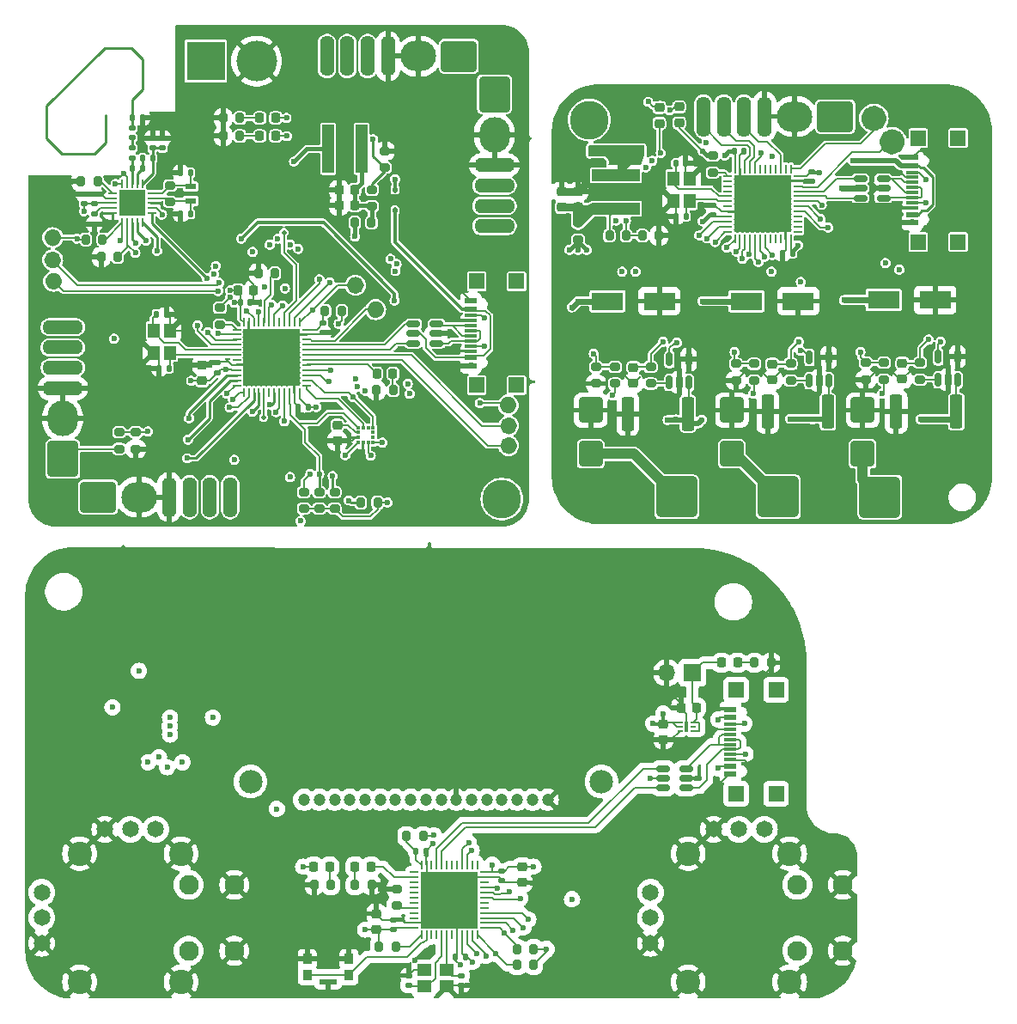
<source format=gbr>
%TF.GenerationSoftware,KiCad,Pcbnew,8.0.5*%
%TF.CreationDate,2024-10-20T13:56:41+02:00*%
%TF.ProjectId,Flight_Controller,466c6967-6874-45f4-936f-6e74726f6c6c,rev?*%
%TF.SameCoordinates,Original*%
%TF.FileFunction,Copper,L1,Top*%
%TF.FilePolarity,Positive*%
%FSLAX46Y46*%
G04 Gerber Fmt 4.6, Leading zero omitted, Abs format (unit mm)*
G04 Created by KiCad (PCBNEW 8.0.5) date 2024-10-20 13:56:41*
%MOMM*%
%LPD*%
G01*
G04 APERTURE LIST*
G04 Aperture macros list*
%AMRoundRect*
0 Rectangle with rounded corners*
0 $1 Rounding radius*
0 $2 $3 $4 $5 $6 $7 $8 $9 X,Y pos of 4 corners*
0 Add a 4 corners polygon primitive as box body*
4,1,4,$2,$3,$4,$5,$6,$7,$8,$9,$2,$3,0*
0 Add four circle primitives for the rounded corners*
1,1,$1+$1,$2,$3*
1,1,$1+$1,$4,$5*
1,1,$1+$1,$6,$7*
1,1,$1+$1,$8,$9*
0 Add four rect primitives between the rounded corners*
20,1,$1+$1,$2,$3,$4,$5,0*
20,1,$1+$1,$4,$5,$6,$7,0*
20,1,$1+$1,$6,$7,$8,$9,0*
20,1,$1+$1,$8,$9,$2,$3,0*%
G04 Aperture macros list end*
%TA.AperFunction,Conductor*%
%ADD10C,0.831025*%
%TD*%
%TA.AperFunction,Conductor*%
%ADD11C,1.251086*%
%TD*%
%TA.AperFunction,SMDPad,CuDef*%
%ADD12RoundRect,0.200000X0.275000X-0.200000X0.275000X0.200000X-0.275000X0.200000X-0.275000X-0.200000X0*%
%TD*%
%TA.AperFunction,SMDPad,CuDef*%
%ADD13RoundRect,0.140000X-0.140000X-0.170000X0.140000X-0.170000X0.140000X0.170000X-0.140000X0.170000X0*%
%TD*%
%TA.AperFunction,ComponentPad*%
%ADD14RoundRect,0.333333X1.666667X1.666667X-1.666667X1.666667X-1.666667X-1.666667X1.666667X-1.666667X0*%
%TD*%
%TA.AperFunction,SMDPad,CuDef*%
%ADD15RoundRect,0.200000X0.200000X0.275000X-0.200000X0.275000X-0.200000X-0.275000X0.200000X-0.275000X0*%
%TD*%
%TA.AperFunction,SMDPad,CuDef*%
%ADD16R,4.700000X1.180000*%
%TD*%
%TA.AperFunction,SMDPad,CuDef*%
%ADD17RoundRect,0.135000X0.135000X0.185000X-0.135000X0.185000X-0.135000X-0.185000X0.135000X-0.185000X0*%
%TD*%
%TA.AperFunction,SMDPad,CuDef*%
%ADD18RoundRect,0.218750X-0.256250X0.218750X-0.256250X-0.218750X0.256250X-0.218750X0.256250X0.218750X0*%
%TD*%
%TA.AperFunction,SMDPad,CuDef*%
%ADD19RoundRect,0.200000X-0.275000X0.200000X-0.275000X-0.200000X0.275000X-0.200000X0.275000X0.200000X0*%
%TD*%
%TA.AperFunction,SMDPad,CuDef*%
%ADD20RoundRect,0.140000X-0.170000X0.140000X-0.170000X-0.140000X0.170000X-0.140000X0.170000X0.140000X0*%
%TD*%
%TA.AperFunction,SMDPad,CuDef*%
%ADD21R,1.150000X0.600000*%
%TD*%
%TA.AperFunction,SMDPad,CuDef*%
%ADD22R,1.150000X0.300000*%
%TD*%
%TA.AperFunction,SMDPad,CuDef*%
%ADD23R,1.500000X1.500000*%
%TD*%
%TA.AperFunction,ComponentPad*%
%ADD24RoundRect,0.250000X1.500000X1.250000X-1.500000X1.250000X-1.500000X-1.250000X1.500000X-1.250000X0*%
%TD*%
%TA.AperFunction,ComponentPad*%
%ADD25O,3.500000X3.000000*%
%TD*%
%TA.AperFunction,SMDPad,CuDef*%
%ADD26O,1.400000X4.000000*%
%TD*%
%TA.AperFunction,SMDPad,CuDef*%
%ADD27RoundRect,0.250000X0.362500X1.425000X-0.362500X1.425000X-0.362500X-1.425000X0.362500X-1.425000X0*%
%TD*%
%TA.AperFunction,ComponentPad*%
%ADD28C,1.650000*%
%TD*%
%TA.AperFunction,ComponentPad*%
%ADD29C,1.950000*%
%TD*%
%TA.AperFunction,ComponentPad*%
%ADD30C,2.400000*%
%TD*%
%TA.AperFunction,SMDPad,CuDef*%
%ADD31R,1.100000X0.600000*%
%TD*%
%TA.AperFunction,ComponentPad*%
%ADD32R,1.700000X1.700000*%
%TD*%
%TA.AperFunction,ComponentPad*%
%ADD33O,1.700000X1.700000*%
%TD*%
%TA.AperFunction,SMDPad,CuDef*%
%ADD34RoundRect,0.140000X0.140000X0.170000X-0.140000X0.170000X-0.140000X-0.170000X0.140000X-0.170000X0*%
%TD*%
%TA.AperFunction,SMDPad,CuDef*%
%ADD35R,1.150000X1.400000*%
%TD*%
%TA.AperFunction,SMDPad,CuDef*%
%ADD36R,1.180000X4.700000*%
%TD*%
%TA.AperFunction,SMDPad,CuDef*%
%ADD37RoundRect,0.225000X-0.250000X0.225000X-0.250000X-0.225000X0.250000X-0.225000X0.250000X0.225000X0*%
%TD*%
%TA.AperFunction,SMDPad,CuDef*%
%ADD38RoundRect,0.062500X0.062500X-0.375000X0.062500X0.375000X-0.062500X0.375000X-0.062500X-0.375000X0*%
%TD*%
%TA.AperFunction,SMDPad,CuDef*%
%ADD39RoundRect,0.062500X0.375000X-0.062500X0.375000X0.062500X-0.375000X0.062500X-0.375000X-0.062500X0*%
%TD*%
%TA.AperFunction,HeatsinkPad*%
%ADD40R,5.600000X5.600000*%
%TD*%
%TA.AperFunction,SMDPad,CuDef*%
%ADD41RoundRect,0.140000X0.170000X-0.140000X0.170000X0.140000X-0.170000X0.140000X-0.170000X-0.140000X0*%
%TD*%
%TA.AperFunction,ComponentPad*%
%ADD42C,3.800000*%
%TD*%
%TA.AperFunction,SMDPad,CuDef*%
%ADD43R,1.400000X1.150000*%
%TD*%
%TA.AperFunction,ComponentPad*%
%ADD44RoundRect,0.250000X1.250000X-1.500000X1.250000X1.500000X-1.250000X1.500000X-1.250000X-1.500000X0*%
%TD*%
%TA.AperFunction,ComponentPad*%
%ADD45RoundRect,0.250000X-1.500000X-1.250000X1.500000X-1.250000X1.500000X1.250000X-1.500000X1.250000X0*%
%TD*%
%TA.AperFunction,ComponentPad*%
%ADD46O,3.000000X3.500000*%
%TD*%
%TA.AperFunction,SMDPad,CuDef*%
%ADD47O,4.000000X1.400000*%
%TD*%
%TA.AperFunction,SMDPad,CuDef*%
%ADD48RoundRect,0.218750X0.218750X0.256250X-0.218750X0.256250X-0.218750X-0.256250X0.218750X-0.256250X0*%
%TD*%
%TA.AperFunction,SMDPad,CuDef*%
%ADD49RoundRect,0.225000X0.250000X-0.225000X0.250000X0.225000X-0.250000X0.225000X-0.250000X-0.225000X0*%
%TD*%
%TA.AperFunction,SMDPad,CuDef*%
%ADD50R,3.150000X1.800000*%
%TD*%
%TA.AperFunction,SMDPad,CuDef*%
%ADD51RoundRect,0.200000X-0.200000X-0.275000X0.200000X-0.275000X0.200000X0.275000X-0.200000X0.275000X0*%
%TD*%
%TA.AperFunction,SMDPad,CuDef*%
%ADD52RoundRect,0.218750X-0.218750X-0.256250X0.218750X-0.256250X0.218750X0.256250X-0.218750X0.256250X0*%
%TD*%
%TA.AperFunction,ComponentPad*%
%ADD53R,3.800000X3.800000*%
%TD*%
%TA.AperFunction,ComponentPad*%
%ADD54C,4.000000*%
%TD*%
%TA.AperFunction,SMDPad,CuDef*%
%ADD55RoundRect,0.062500X-0.375000X-0.062500X0.375000X-0.062500X0.375000X0.062500X-0.375000X0.062500X0*%
%TD*%
%TA.AperFunction,SMDPad,CuDef*%
%ADD56RoundRect,0.062500X-0.062500X-0.375000X0.062500X-0.375000X0.062500X0.375000X-0.062500X0.375000X0*%
%TD*%
%TA.AperFunction,SMDPad,CuDef*%
%ADD57R,0.600000X0.200000*%
%TD*%
%TA.AperFunction,SMDPad,CuDef*%
%ADD58R,0.350000X0.990000*%
%TD*%
%TA.AperFunction,SMDPad,CuDef*%
%ADD59RoundRect,0.225000X-0.225000X-0.250000X0.225000X-0.250000X0.225000X0.250000X-0.225000X0.250000X0*%
%TD*%
%TA.AperFunction,SMDPad,CuDef*%
%ADD60R,0.300000X0.350000*%
%TD*%
%TA.AperFunction,SMDPad,CuDef*%
%ADD61R,0.350000X0.300000*%
%TD*%
%TA.AperFunction,SMDPad,CuDef*%
%ADD62RoundRect,0.112500X-0.112500X0.187500X-0.112500X-0.187500X0.112500X-0.187500X0.112500X0.187500X0*%
%TD*%
%TA.AperFunction,SMDPad,CuDef*%
%ADD63R,0.900000X1.000000*%
%TD*%
%TA.AperFunction,SMDPad,CuDef*%
%ADD64R,1.700000X0.550000*%
%TD*%
%TA.AperFunction,SMDPad,CuDef*%
%ADD65RoundRect,0.250000X0.900000X-1.000000X0.900000X1.000000X-0.900000X1.000000X-0.900000X-1.000000X0*%
%TD*%
%TA.AperFunction,SMDPad,CuDef*%
%ADD66RoundRect,0.150000X0.512500X0.150000X-0.512500X0.150000X-0.512500X-0.150000X0.512500X-0.150000X0*%
%TD*%
%TA.AperFunction,SMDPad,CuDef*%
%ADD67RoundRect,0.225000X0.225000X0.250000X-0.225000X0.250000X-0.225000X-0.250000X0.225000X-0.250000X0*%
%TD*%
%TA.AperFunction,SMDPad,CuDef*%
%ADD68RoundRect,0.150000X0.150000X-0.512500X0.150000X0.512500X-0.150000X0.512500X-0.150000X-0.512500X0*%
%TD*%
%TA.AperFunction,ComponentPad*%
%ADD69RoundRect,0.250000X-1.250000X1.500000X-1.250000X-1.500000X1.250000X-1.500000X1.250000X1.500000X0*%
%TD*%
%TA.AperFunction,SMDPad,CuDef*%
%ADD70RoundRect,0.135000X0.185000X-0.135000X0.185000X0.135000X-0.185000X0.135000X-0.185000X-0.135000X0*%
%TD*%
%TA.AperFunction,ComponentPad*%
%ADD71C,1.200000*%
%TD*%
%TA.AperFunction,ComponentPad*%
%ADD72C,2.310000*%
%TD*%
%TA.AperFunction,SMDPad,CuDef*%
%ADD73RoundRect,0.062500X0.062500X-0.350000X0.062500X0.350000X-0.062500X0.350000X-0.062500X-0.350000X0*%
%TD*%
%TA.AperFunction,SMDPad,CuDef*%
%ADD74RoundRect,0.062500X0.350000X-0.062500X0.350000X0.062500X-0.350000X0.062500X-0.350000X-0.062500X0*%
%TD*%
%TA.AperFunction,HeatsinkPad*%
%ADD75R,2.500000X2.500000*%
%TD*%
%TA.AperFunction,ViaPad*%
%ADD76C,0.600000*%
%TD*%
%TA.AperFunction,ViaPad*%
%ADD77C,0.500000*%
%TD*%
%TA.AperFunction,Conductor*%
%ADD78C,0.600000*%
%TD*%
%TA.AperFunction,Conductor*%
%ADD79C,0.200000*%
%TD*%
%TA.AperFunction,Conductor*%
%ADD80C,0.300000*%
%TD*%
%TA.AperFunction,Conductor*%
%ADD81C,0.500000*%
%TD*%
%TA.AperFunction,Conductor*%
%ADD82C,0.350000*%
%TD*%
%TA.AperFunction,Conductor*%
%ADD83C,0.800000*%
%TD*%
%TA.AperFunction,Conductor*%
%ADD84C,0.400000*%
%TD*%
%TA.AperFunction,Conductor*%
%ADD85C,0.250000*%
%TD*%
%TA.AperFunction,Conductor*%
%ADD86C,0.550000*%
%TD*%
%TA.AperFunction,Conductor*%
%ADD87C,0.237503*%
%TD*%
%TA.AperFunction,Conductor*%
%ADD88C,0.245000*%
%TD*%
%TA.AperFunction,Conductor*%
%ADD89C,1.000000*%
%TD*%
G04 APERTURE END LIST*
%TO.N,/STM32L412CBUx/I2C1_SCL*%
D10*
X61765512Y-55400000D02*
G75*
G02*
X60934488Y-55400000I-415512J0D01*
G01*
X60934488Y-55400000D02*
G75*
G02*
X61765512Y-55400000I415512J0D01*
G01*
%TO.N,/SWDIO*%
D11*
X99775543Y-25457157D02*
G75*
G02*
X98524457Y-25457157I-625543J0D01*
G01*
X98524457Y-25457157D02*
G75*
G02*
X99775543Y-25457157I625543J0D01*
G01*
%TO.N,GND*%
D10*
X16915512Y-41300000D02*
G75*
G02*
X16084488Y-41300000I-415512J0D01*
G01*
X16084488Y-41300000D02*
G75*
G02*
X16915512Y-41300000I415512J0D01*
G01*
%TO.N,3.3V_Digi*%
X16834487Y-34900000D02*
G75*
G02*
X16003463Y-34900000I-415512J0D01*
G01*
X16003463Y-34900000D02*
G75*
G02*
X16834487Y-34900000I415512J0D01*
G01*
%TO.N,/STM32L412CBUx/USART1RX*%
X16815512Y-37100000D02*
G75*
G02*
X15984488Y-37100000I-415512J0D01*
G01*
X15984488Y-37100000D02*
G75*
G02*
X16815512Y-37100000I415512J0D01*
G01*
%TO.N,GND*%
X61765512Y-57318975D02*
G75*
G02*
X60934488Y-57318975I-415512J0D01*
G01*
X60934488Y-57318975D02*
G75*
G02*
X61765512Y-57318975I415512J0D01*
G01*
%TO.N,/STM32L412CBUx/USART1TX*%
X16915512Y-39200000D02*
G75*
G02*
X16084488Y-39200000I-415512J0D01*
G01*
X16084488Y-39200000D02*
G75*
G02*
X16915512Y-39200000I415512J0D01*
G01*
%TO.N,/STM32L412CBUx/SWCLK{slash}PA14*%
X46665512Y-39600000D02*
G75*
G02*
X45834488Y-39600000I-415512J0D01*
G01*
X45834488Y-39600000D02*
G75*
G02*
X46665512Y-39600000I415512J0D01*
G01*
%TO.N,/STM32L412CBUx/SWDIO*%
X48665512Y-42000000D02*
G75*
G02*
X47834488Y-42000000I-415512J0D01*
G01*
X47834488Y-42000000D02*
G75*
G02*
X48665512Y-42000000I415512J0D01*
G01*
%TO.N,3.3V_Digi*%
X61715512Y-51400000D02*
G75*
G02*
X60884488Y-51400000I-415512J0D01*
G01*
X60884488Y-51400000D02*
G75*
G02*
X61715512Y-51400000I415512J0D01*
G01*
%TO.N,/SWCLK*%
D11*
X97975543Y-23157157D02*
G75*
G02*
X96724457Y-23157157I-625543J0D01*
G01*
X96724457Y-23157157D02*
G75*
G02*
X97975543Y-23157157I625543J0D01*
G01*
%TO.N,/STM32L412CBUx/I2C1_SDA*%
D10*
X61765512Y-53450000D02*
G75*
G02*
X60934488Y-53450000I-415512J0D01*
G01*
X60934488Y-53450000D02*
G75*
G02*
X61765512Y-53450000I415512J0D01*
G01*
%TD*%
D12*
%TO.P,J_VBAT1,1*%
%TO.N,Net-(U2-VBAT)*%
X32901500Y-43469000D03*
%TO.P,J_VBAT1,2*%
%TO.N,3.3V_Digi*%
X32901500Y-41819000D03*
%TD*%
D13*
%TO.P,C21,1*%
%TO.N,GND*%
X88370000Y-36427157D03*
%TO.P,C21,2*%
%TO.N,+3V3*%
X89330000Y-36427157D03*
%TD*%
D14*
%TO.P,C25,1,A*%
%TO.N,/Phase_A*%
X97950000Y-60467157D03*
%TO.P,C25,2,B*%
%TO.N,/Phase_B*%
X87950000Y-60457157D03*
%TO.P,C25,3,C*%
%TO.N,/Phase_C*%
X77950000Y-60457157D03*
%TD*%
D15*
%TO.P,R_FBT1,1*%
%TO.N,/FB*%
X72935000Y-34707157D03*
%TO.P,R_FBT1,2*%
%TO.N,/OUT_buck*%
X71285000Y-34707157D03*
%TD*%
D16*
%TO.P,L2,1*%
%TO.N,/SW*%
X71950000Y-28752157D03*
%TO.P,L2,2*%
%TO.N,/OUT_buck*%
X71950000Y-32062157D03*
%TD*%
D17*
%TO.P,L2,1*%
%TO.N,Net-(U5-ANT1)*%
X25260000Y-28070000D03*
%TO.P,L2,2*%
%TO.N,Net-(U5-ANT2)*%
X24240000Y-28070000D03*
%TD*%
D18*
%TO.P,D5,1,K*%
%TO.N,Net-(D5-K)*%
X76200000Y-22069657D03*
%TO.P,D5,2,A*%
%TO.N,V_Bat*%
X76200000Y-23644657D03*
%TD*%
D19*
%TO.P,J_3V3,1*%
%TO.N,/OUT_buck*%
X68200000Y-33432157D03*
%TO.P,J_3V3,2*%
%TO.N,+3V3*%
X68200000Y-35082157D03*
%TD*%
%TO.P,R11,1*%
%TO.N,/VV_SENSE_A*%
X98350000Y-47232157D03*
%TO.P,R11,2*%
%TO.N,/Phase_A*%
X98350000Y-48882157D03*
%TD*%
D20*
%TO.P,C30,1*%
%TO.N,GND*%
X20500000Y-30590000D03*
%TO.P,C30,2*%
%TO.N,3.3V_Digi*%
X20500000Y-31550000D03*
%TD*%
D21*
%TO.P,J1,A1,GND*%
%TO.N,GND*%
X101150000Y-33407157D03*
%TO.P,J1,A4,VBUS*%
%TO.N,+5V_USB*%
X101150000Y-32607157D03*
D22*
%TO.P,J1,A5,CC1*%
%TO.N,Net-(J1-CC1)*%
X101150000Y-31457157D03*
%TO.P,J1,A6,D+*%
%TO.N,Net-(J1-D+-PadA6)*%
X101150000Y-30457157D03*
%TO.P,J1,A7,D-*%
%TO.N,Net-(J1-D--PadA7)*%
X101150000Y-29957157D03*
%TO.P,J1,A8,SBU1*%
%TO.N,GND*%
X101150000Y-28957157D03*
D21*
%TO.P,J1,A9,VBUS*%
%TO.N,+5V_USB*%
X101150000Y-27807157D03*
%TO.P,J1,A12,GND*%
%TO.N,GND*%
X101150000Y-27007157D03*
D22*
%TO.P,J1,B5,CC2*%
%TO.N,Net-(J1-CC2)*%
X101150000Y-28457157D03*
%TO.P,J1,B6,D+*%
%TO.N,Net-(J1-D+-PadA6)*%
X101150000Y-29457157D03*
%TO.P,J1,B7,D-*%
%TO.N,Net-(J1-D--PadA7)*%
X101150000Y-30957157D03*
%TO.P,J1,B8,SBU2*%
%TO.N,GND*%
X101150000Y-31957157D03*
D23*
%TO.P,J1,MP1*%
%TO.N,N/C*%
X101725000Y-35327157D03*
%TO.P,J1,MP2*%
X101725000Y-25087157D03*
%TO.P,J1,MP3*%
X105655000Y-35327157D03*
%TO.P,J1,MP4*%
X105655000Y-25087157D03*
%TD*%
D13*
%TO.P,C7,1*%
%TO.N,GND*%
X40611500Y-51596000D03*
%TO.P,C7,2*%
%TO.N,3.3V_Digi*%
X41571500Y-51596000D03*
%TD*%
D24*
%TO.P,C24,1,Bat+*%
%TO.N,/V_Bat_raw*%
X93550000Y-22967157D03*
D25*
%TO.P,C24,2,Bat-*%
%TO.N,GND*%
X89550000Y-22957157D03*
D26*
%TO.P,C24,3,GND*%
X86550000Y-22957157D03*
%TO.P,C24,4,PWM*%
%TO.N,/Duty_in*%
X84550000Y-22957157D03*
%TO.P,C24,5,SCL*%
%TO.N,/I2C1_CL*%
X82550000Y-22957157D03*
%TO.P,C24,6,SDA*%
%TO.N,/I2C1_SDA*%
X80550000Y-22957157D03*
%TD*%
D21*
%TO.P,J1,A1,GND*%
%TO.N,GND*%
X83210000Y-87800000D03*
%TO.P,J1,A4,VBUS*%
%TO.N,+5V_USB*%
X83210000Y-87000000D03*
D22*
%TO.P,J1,A5,CC1*%
%TO.N,Net-(J1-CC1)*%
X83210000Y-85850000D03*
%TO.P,J1,A6,D+*%
%TO.N,Net-(J1-D+-PadA6)*%
X83210000Y-84850000D03*
%TO.P,J1,A7,D-*%
%TO.N,Net-(J1-D--PadA7)*%
X83210000Y-84350000D03*
%TO.P,J1,A8,SBU1*%
%TO.N,GND*%
X83210000Y-83350000D03*
D21*
%TO.P,J1,A9,VBUS*%
%TO.N,+5V_USB*%
X83210000Y-82200000D03*
%TO.P,J1,A12,GND*%
%TO.N,GND*%
X83210000Y-81400000D03*
D22*
%TO.P,J1,B5,CC2*%
%TO.N,Net-(J1-CC2)*%
X83210000Y-82850000D03*
%TO.P,J1,B6,D+*%
%TO.N,Net-(J1-D+-PadA6)*%
X83210000Y-83850000D03*
%TO.P,J1,B7,D-*%
%TO.N,Net-(J1-D--PadA7)*%
X83210000Y-85350000D03*
%TO.P,J1,B8,SBU2*%
%TO.N,GND*%
X83210000Y-86350000D03*
D23*
%TO.P,J1,MP1*%
%TO.N,N/C*%
X83785000Y-89720000D03*
%TO.P,J1,MP2*%
X83785000Y-79480000D03*
%TO.P,J1,MP3*%
X87715000Y-89720000D03*
%TO.P,J1,MP4*%
X87715000Y-79480000D03*
%TD*%
D19*
%TO.P,R20,1*%
%TO.N,/VISENSE_C*%
X75350000Y-47632157D03*
%TO.P,R20,2*%
%TO.N,Net-(R20-Pad2)*%
X75350000Y-49282157D03*
%TD*%
D15*
%TO.P,R16,1*%
%TO.N,/Com/CS_NRF*%
X22825000Y-36820000D03*
%TO.P,R16,2*%
%TO.N,GND*%
X21175000Y-36820000D03*
%TD*%
D12*
%TO.P,R13,1*%
%TO.N,3.3V_Anal*%
X42676000Y-61625000D03*
%TO.P,R13,2*%
%TO.N,/STM32L412CBUx/I2C2.SDA*%
X42676000Y-59975000D03*
%TD*%
D15*
%TO.P,R17,1*%
%TO.N,Net-(U5-IREF)*%
X20825000Y-29320000D03*
%TO.P,R17,2*%
%TO.N,GND*%
X19175000Y-29320000D03*
%TD*%
D12*
%TO.P,R16,1*%
%TO.N,GND*%
X83750000Y-48982157D03*
%TO.P,R16,2*%
%TO.N,/VV_SENSE_B*%
X83750000Y-47332157D03*
%TD*%
D27*
%TO.P,R1,1*%
%TO.N,Net-(Q1-S)*%
X105482500Y-52057157D03*
%TO.P,R1,2*%
%TO.N,GND*%
X99557500Y-52057157D03*
%TD*%
D28*
%TO.P,S1,1,1*%
%TO.N,3.3V_Digi*%
X15325000Y-99437500D03*
%TO.P,S1,2,2*%
%TO.N,/A_0*%
X15325000Y-101937500D03*
%TO.P,S1,3,3*%
%TO.N,GND*%
X15325000Y-104437500D03*
%TO.P,S1,11,1'*%
%TO.N,3.3V_Digi*%
X26555000Y-93207500D03*
%TO.P,S1,12,2'*%
%TO.N,/A_1*%
X24055000Y-93207500D03*
%TO.P,S1,13,3'*%
%TO.N,GND*%
X21555000Y-93207500D03*
D29*
%TO.P,S1,A1,COM_1*%
%TO.N,/A_2*%
X29805000Y-105187500D03*
%TO.P,S1,B1,COM_2*%
X29805000Y-98687500D03*
%TO.P,S1,C1,NO_1*%
%TO.N,GND*%
X34305000Y-105187500D03*
%TO.P,S1,D1,NO_2*%
X34305000Y-98687500D03*
D30*
%TO.P,S1,MH1,MH1*%
X19055000Y-95612500D03*
%TO.P,S1,MH2,MH2*%
X19055000Y-108262500D03*
%TO.P,S1,MH3,MH3*%
X29055000Y-108262500D03*
%TO.P,S1,MH4,MH4*%
X29055000Y-95612500D03*
%TD*%
D20*
%TO.P,C6,1*%
%TO.N,GND*%
X32647500Y-47244000D03*
%TO.P,C6,2*%
%TO.N,3.3V_Digi*%
X32647500Y-48204000D03*
%TD*%
D31*
%TO.P,Y2,1,1*%
%TO.N,Net-(U5-XC2)*%
X30000000Y-31270000D03*
%TO.P,Y2,2,2*%
%TO.N,Net-(U5-XC1)*%
X30000000Y-29870000D03*
%TD*%
D32*
%TO.P,BT1,1,+*%
%TO.N,V_Bat*%
X79475000Y-77800000D03*
D33*
%TO.P,BT1,2,-*%
%TO.N,GND*%
X76935000Y-77800000D03*
%TD*%
D13*
%TO.P,C15,1*%
%TO.N,GND*%
X26895500Y-47786000D03*
%TO.P,C15,2*%
%TO.N,/STM32L412CBUx/RCC_OSC_OUT*%
X27855500Y-47786000D03*
%TD*%
D34*
%TO.P,C20,1*%
%TO.N,GND*%
X84530000Y-26407157D03*
%TO.P,C20,2*%
%TO.N,+3V3*%
X83570000Y-26407157D03*
%TD*%
D13*
%TO.P,C33,1*%
%TO.N,GND*%
X29020000Y-28500000D03*
%TO.P,C33,2*%
%TO.N,Net-(U5-XC1)*%
X29980000Y-28500000D03*
%TD*%
D34*
%TO.P,C16,1*%
%TO.N,GND*%
X27601500Y-42452000D03*
%TO.P,C16,2*%
%TO.N,/STM32L412CBUx/RCC_OSC_IN*%
X26641500Y-42452000D03*
%TD*%
D15*
%TO.P,R_FBB1,1*%
%TO.N,GND*%
X76175000Y-34707157D03*
%TO.P,R_FBB1,2*%
%TO.N,/FB*%
X74525000Y-34707157D03*
%TD*%
%TO.P,R5,1*%
%TO.N,GND*%
X87225000Y-76800000D03*
%TO.P,R5,2*%
%TO.N,Net-(D1-K)*%
X85575000Y-76800000D03*
%TD*%
D35*
%TO.P,Y1,1,1*%
%TO.N,/STM32L412CBUx/RCC_OSC_IN*%
X26359500Y-44062000D03*
%TO.P,Y1,2,2*%
%TO.N,GND*%
X26359500Y-46262000D03*
%TO.P,Y1,3,3*%
%TO.N,/STM32L412CBUx/RCC_OSC_OUT*%
X27960500Y-46262000D03*
%TO.P,Y1,4,4*%
%TO.N,GND*%
X27960500Y-44062000D03*
%TD*%
D12*
%TO.P,R22,1*%
%TO.N,GND*%
X69950000Y-49282157D03*
%TO.P,R22,2*%
%TO.N,/VV_SENSE_C*%
X69950000Y-47632157D03*
%TD*%
D36*
%TO.P,L1,1*%
%TO.N,/Power/SW*%
X43557000Y-26162000D03*
%TO.P,L1,2*%
%TO.N,/Power/OUT_buck*%
X46867000Y-26162000D03*
%TD*%
D19*
%TO.P,R21,1*%
%TO.N,/VV_SENSE_C*%
X71850000Y-47632157D03*
%TO.P,R21,2*%
%TO.N,/Phase_C*%
X71850000Y-49282157D03*
%TD*%
D37*
%TO.P,C14,1*%
%TO.N,GND*%
X31123500Y-47470000D03*
%TO.P,C14,2*%
%TO.N,3.3V_Digi*%
X31123500Y-49020000D03*
%TD*%
D38*
%TO.P,U1,1,VBAT*%
%TO.N,Net-(U1-VBAT)*%
X52750000Y-103637500D03*
%TO.P,U1,2,PC13*%
%TO.N,Net-(S3-NO_1)*%
X53250000Y-103637500D03*
%TO.P,U1,3,PC14*%
%TO.N,unconnected-(U1-PC14-Pad3)*%
X53750000Y-103637500D03*
%TO.P,U1,4,PC15*%
%TO.N,unconnected-(U1-PC15-Pad4)*%
X54250000Y-103637500D03*
%TO.P,U1,5,PH0*%
%TO.N,/Controller/RCC_OSC_IN*%
X54750000Y-103637500D03*
%TO.P,U1,6,PH1*%
%TO.N,/Controller/RCC_OSC_OUT*%
X55250000Y-103637500D03*
%TO.P,U1,7,NRST*%
%TO.N,unconnected-(U1-NRST-Pad7)*%
X55750000Y-103637500D03*
%TO.P,U1,8,VSSA*%
%TO.N,GND*%
X56250000Y-103637500D03*
%TO.P,U1,9,VDDA*%
%TO.N,3.3V_Digi*%
X56750000Y-103637500D03*
%TO.P,U1,10,PA0*%
%TO.N,/A_0*%
X57250000Y-103637500D03*
%TO.P,U1,11,PA1*%
%TO.N,/A_1*%
X57750000Y-103637500D03*
%TO.P,U1,12,PA2*%
%TO.N,/A_2*%
X58250000Y-103637500D03*
D39*
%TO.P,U1,13,PA3*%
%TO.N,/B_2*%
X58937500Y-102950000D03*
%TO.P,U1,14,PA4*%
%TO.N,/B_0*%
X58937500Y-102450000D03*
%TO.P,U1,15,PA5*%
%TO.N,/B_1*%
X58937500Y-101950000D03*
%TO.P,U1,16,PA6*%
%TO.N,/Controller/V_Bat_Div*%
X58937500Y-101450000D03*
%TO.P,U1,17,PA7*%
%TO.N,unconnected-(U1-PA7-Pad17)*%
X58937500Y-100950000D03*
%TO.P,U1,18,PB0*%
%TO.N,unconnected-(U1-PB0-Pad18)*%
X58937500Y-100450000D03*
%TO.P,U1,19,PB1*%
%TO.N,/Controller/PB1*%
X58937500Y-99950000D03*
%TO.P,U1,20,PB2*%
%TO.N,/Controller/PB2*%
X58937500Y-99450000D03*
%TO.P,U1,21,PB10*%
%TO.N,/Controller/SPI2.SCK*%
X58937500Y-98950000D03*
%TO.P,U1,22,PB11*%
%TO.N,/Controller/I2C2.SDA*%
X58937500Y-98450000D03*
%TO.P,U1,23,VSS*%
%TO.N,GND*%
X58937500Y-97950000D03*
%TO.P,U1,24,VDD*%
%TO.N,3.3V_Digi*%
X58937500Y-97450000D03*
D38*
%TO.P,U1,25,PB12*%
%TO.N,unconnected-(U1-PB12-Pad25)*%
X58250000Y-96762500D03*
%TO.P,U1,26,PB13*%
%TO.N,/Controller/I2C2.SCL*%
X57750000Y-96762500D03*
%TO.P,U1,27,PB14*%
%TO.N,/Controller/SPI2.MISO*%
X57250000Y-96762500D03*
%TO.P,U1,28,PB15*%
%TO.N,/Controller/SPI2.MOSI*%
X56750000Y-96762500D03*
%TO.P,U1,29,PA8*%
%TO.N,unconnected-(U1-PA8-Pad29)*%
X56250000Y-96762500D03*
%TO.P,U1,30,PA9*%
%TO.N,/Controller/I2C1_SCL*%
X55750000Y-96762500D03*
%TO.P,U1,31,PA10*%
%TO.N,/Controller/I2C1_SDA*%
X55250000Y-96762500D03*
%TO.P,U1,32,PA11*%
%TO.N,/Controller/USB_D-*%
X54750000Y-96762500D03*
%TO.P,U1,33,PA12*%
%TO.N,/Controller/USB_D+*%
X54250000Y-96762500D03*
%TO.P,U1,34,PA13*%
%TO.N,/Controller/SWDIO*%
X53750000Y-96762500D03*
%TO.P,U1,35,VSS*%
%TO.N,GND*%
X53250000Y-96762500D03*
%TO.P,U1,36,VDDUSB*%
%TO.N,Net-(U1-VDDUSB)*%
X52750000Y-96762500D03*
D39*
%TO.P,U1,37,PA14*%
%TO.N,/Controller/SWCLK*%
X52062500Y-97450000D03*
%TO.P,U1,38,PA15*%
%TO.N,Net-(D2-A)*%
X52062500Y-97950000D03*
%TO.P,U1,39,PB3*%
%TO.N,unconnected-(U1-PB3-Pad39)*%
X52062500Y-98450000D03*
%TO.P,U1,40,PB4*%
%TO.N,unconnected-(U1-PB4-Pad40)*%
X52062500Y-98950000D03*
%TO.P,U1,41,PB5*%
%TO.N,unconnected-(U1-PB5-Pad41)*%
X52062500Y-99450000D03*
%TO.P,U1,42,PB6*%
%TO.N,unconnected-(U1-PB6-Pad42)*%
X52062500Y-99950000D03*
%TO.P,U1,43,PB7*%
%TO.N,unconnected-(U1-PB7-Pad43)*%
X52062500Y-100450000D03*
%TO.P,U1,44,PH3*%
%TO.N,Net-(U1-PH3)*%
X52062500Y-100950000D03*
%TO.P,U1,45,PB8*%
%TO.N,unconnected-(U1-PB8-Pad45)*%
X52062500Y-101450000D03*
%TO.P,U1,46,PB9*%
%TO.N,unconnected-(U1-PB9-Pad46)*%
X52062500Y-101950000D03*
%TO.P,U1,47,VSS*%
%TO.N,GND*%
X52062500Y-102450000D03*
%TO.P,U1,48,VDD*%
%TO.N,3.3V_Digi*%
X52062500Y-102950000D03*
D40*
%TO.P,U1,49,VSS*%
%TO.N,GND*%
X55500000Y-100200000D03*
%TD*%
D19*
%TO.P,R_FBT1,1*%
%TO.N,/Power/FB*%
X47862000Y-30163000D03*
%TO.P,R_FBT1,2*%
%TO.N,/Power/OUT_buck*%
X47862000Y-31813000D03*
%TD*%
%TO.P,R_FBB1,1*%
%TO.N,GND*%
X49132000Y-26353000D03*
%TO.P,R_FBB1,2*%
%TO.N,/Power/FB*%
X49132000Y-28003000D03*
%TD*%
D41*
%TO.P,C23,1*%
%TO.N,GND*%
X91200000Y-29337157D03*
%TO.P,C23,2*%
%TO.N,Net-(U1-VDDUSB)*%
X91200000Y-28377157D03*
%TD*%
D13*
%TO.P,C35,1*%
%TO.N,/Com/50 OhmRF I{slash}O*%
X24270000Y-23070000D03*
%TO.P,C35,2*%
%TO.N,GND*%
X25230000Y-23070000D03*
%TD*%
D42*
%TO.P,H1,1*%
%TO.N,N/C*%
X69300000Y-23307157D03*
%TD*%
D19*
%TO.P,R14,1*%
%TO.N,Net-(U5-XC1)*%
X28000000Y-29745000D03*
%TO.P,R14,2*%
%TO.N,Net-(U5-XC2)*%
X28000000Y-31395000D03*
%TD*%
D43*
%TO.P,Y1,1,1*%
%TO.N,/Controller/RCC_OSC_IN*%
X53000000Y-108700000D03*
%TO.P,Y1,2,2*%
%TO.N,GND*%
X55200000Y-108700000D03*
%TO.P,Y1,3,3*%
%TO.N,/Controller/RCC_OSC_OUT*%
X55200000Y-107099000D03*
%TO.P,Y1,4,4*%
%TO.N,GND*%
X53000000Y-107099000D03*
%TD*%
D44*
%TO.P,C27,1,Bat+*%
%TO.N,V_Bat*%
X17400000Y-56725000D03*
D45*
X20900000Y-60465000D03*
D46*
%TO.P,C27,2,Bat-*%
%TO.N,GND*%
X17400000Y-52725000D03*
D25*
X24900000Y-60475000D03*
D47*
%TO.P,C27,3,GND*%
X17400000Y-49725000D03*
D26*
X27900000Y-60475000D03*
%TO.P,C27,4,PWMA*%
%TO.N,/STM32L412CBUx/ESC_PWM3*%
X29900000Y-60475000D03*
D47*
%TO.P,C27,5,SCL*%
%TO.N,/STM32L412CBUx/ESC_SCL*%
X17400000Y-45725000D03*
D26*
X31900000Y-60475000D03*
D47*
%TO.P,C27,6,SDA*%
%TO.N,/STM32L412CBUx/ESC_SDA*%
X17400000Y-43725000D03*
D26*
X33900000Y-60475000D03*
D47*
%TO.P,C27,7,PWMB*%
%TO.N,/STM32L412CBUx/ESC_PWM2*%
X17400000Y-47725000D03*
%TD*%
D18*
%TO.P,D6,1,K*%
%TO.N,Net-(D6-K)*%
X78150000Y-22019657D03*
%TO.P,D6,2,A*%
%TO.N,+3V3*%
X78150000Y-23594657D03*
%TD*%
D48*
%TO.P,D4,1,K*%
%TO.N,Net-(D4-K)*%
X49937500Y-48300000D03*
%TO.P,D4,2,A*%
%TO.N,Net-(D4-A)*%
X48362500Y-48300000D03*
%TD*%
D19*
%TO.P,R7,1*%
%TO.N,/STM32L412CBUx/V_Bat_Div*%
X22950000Y-54075000D03*
%TO.P,R7,2*%
%TO.N,V_Bat*%
X22950000Y-55725000D03*
%TD*%
D20*
%TO.P,C6,1*%
%TO.N,GND*%
X50000000Y-102120000D03*
%TO.P,C6,2*%
%TO.N,3.3V_Digi*%
X50000000Y-103080000D03*
%TD*%
%TO.P,C19,1*%
%TO.N,GND*%
X81450000Y-31697157D03*
%TO.P,C19,2*%
%TO.N,+3V3*%
X81450000Y-32657157D03*
%TD*%
D13*
%TO.P,C32,1*%
%TO.N,GND*%
X29020000Y-32570000D03*
%TO.P,C32,2*%
%TO.N,Net-(U5-XC2)*%
X29980000Y-32570000D03*
%TD*%
D12*
%TO.P,R12,1*%
%TO.N,3.3V_Anal*%
X41152000Y-61625000D03*
%TO.P,R12,2*%
%TO.N,/STM32L412CBUx/I2C2.SCL*%
X41152000Y-59975000D03*
%TD*%
D48*
%TO.P,D1,1,K*%
%TO.N,Net-(D1-K)*%
X83900000Y-76800000D03*
%TO.P,D1,2,A*%
%TO.N,V_Bat*%
X82325000Y-76800000D03*
%TD*%
D15*
%TO.P,J2,1*%
%TO.N,/STM32L412CBUx/Boot0*%
X38325000Y-38400000D03*
%TO.P,J2,2*%
%TO.N,GND*%
X36675000Y-38400000D03*
%TD*%
D49*
%TO.P,C14,1*%
%TO.N,GND*%
X62700000Y-98475000D03*
%TO.P,C14,2*%
%TO.N,3.3V_Digi*%
X62700000Y-96925000D03*
%TD*%
D13*
%TO.P,C7,1*%
%TO.N,GND*%
X56120000Y-105800000D03*
%TO.P,C7,2*%
%TO.N,3.3V_Digi*%
X57080000Y-105800000D03*
%TD*%
D15*
%TO.P,R1,1*%
%TO.N,GND*%
X47837500Y-98700000D03*
%TO.P,R1,2*%
%TO.N,Net-(D2-K)*%
X46187500Y-98700000D03*
%TD*%
D50*
%TO.P,C16,1*%
%TO.N,V_Bat*%
X71100000Y-41157157D03*
%TO.P,C16,2*%
%TO.N,GND*%
X76200000Y-41157157D03*
%TD*%
D51*
%TO.P,R15,1*%
%TO.N,3.3V_Digi*%
X19675000Y-35070000D03*
%TO.P,R15,2*%
%TO.N,/Com/CE_NRF*%
X21325000Y-35070000D03*
%TD*%
D52*
%TO.P,D3,1,K*%
%TO.N,Net-(D3-K)*%
X36804500Y-24892000D03*
%TO.P,D3,2,A*%
%TO.N,3.3V_Digi*%
X38379500Y-24892000D03*
%TD*%
D12*
%TO.P,R12,1*%
%TO.N,GND*%
X96550000Y-48882157D03*
%TO.P,R12,2*%
%TO.N,/VV_SENSE_A*%
X96550000Y-47232157D03*
%TD*%
D37*
%TO.P,C4,1*%
%TO.N,GND*%
X48300000Y-101525000D03*
%TO.P,C4,2*%
%TO.N,3.3V_Digi*%
X48300000Y-103075000D03*
%TD*%
D53*
%TO.P,BT1,1,+*%
%TO.N,V_Bat*%
X31500000Y-17500000D03*
D54*
%TO.P,BT1,2,-*%
%TO.N,GND*%
X36500000Y-17500000D03*
%TD*%
D55*
%TO.P,U2,1,VBAT*%
%TO.N,Net-(U2-VBAT)*%
X34544000Y-43958000D03*
%TO.P,U2,2,PC13*%
%TO.N,/Com/IRQ_NRF*%
X34544000Y-44458000D03*
%TO.P,U2,3,PC14*%
%TO.N,/Com/CS_NRF*%
X34544000Y-44958000D03*
%TO.P,U2,4,PC15*%
%TO.N,/Com/CE_NRF*%
X34544000Y-45458000D03*
%TO.P,U2,5,PH0*%
%TO.N,/STM32L412CBUx/RCC_OSC_IN*%
X34544000Y-45958000D03*
%TO.P,U2,6,PH1*%
%TO.N,/STM32L412CBUx/RCC_OSC_OUT*%
X34544000Y-46458000D03*
%TO.P,U2,7,NRST*%
%TO.N,unconnected-(U2-NRST-Pad7)*%
X34544000Y-46958000D03*
%TO.P,U2,8,VSSA*%
%TO.N,GND*%
X34544000Y-47458000D03*
%TO.P,U2,9,VDDA*%
%TO.N,3.3V_Digi*%
X34544000Y-47958000D03*
%TO.P,U2,10,PA0*%
%TO.N,/STM32L412CBUx/PA0*%
X34544000Y-48458000D03*
%TO.P,U2,11,PA1*%
%TO.N,/STM32L412CBUx/PA1*%
X34544000Y-48958000D03*
%TO.P,U2,12,PA2*%
%TO.N,/STM32L412CBUx/ESC_PWM2*%
X34544000Y-49458000D03*
D56*
%TO.P,U2,13,PA3*%
%TO.N,/STM32L412CBUx/ESC_PWM3*%
X35231500Y-50145500D03*
%TO.P,U2,14,PA4*%
%TO.N,/STM32L412CBUx/V_Bat_Div*%
X35731500Y-50145500D03*
%TO.P,U2,15,PA5*%
%TO.N,/STM32L412CBUx/PA5*%
X36231500Y-50145500D03*
%TO.P,U2,16,PA6*%
%TO.N,/STM32L412CBUx/PA6*%
X36731500Y-50145500D03*
%TO.P,U2,17,PA7*%
%TO.N,/STM32L412CBUx/ESC_SCL*%
X37231500Y-50145500D03*
%TO.P,U2,18,PB0*%
%TO.N,unconnected-(U2-PB0-Pad18)*%
X37731500Y-50145500D03*
%TO.P,U2,19,PB1*%
%TO.N,/STM32L412CBUx/PB1*%
X38231500Y-50145500D03*
%TO.P,U2,20,PB2*%
%TO.N,/STM32L412CBUx/PB2*%
X38731500Y-50145500D03*
%TO.P,U2,21,PB10*%
%TO.N,/Com/NR_SPI.SCK*%
X39231500Y-50145500D03*
%TO.P,U2,22,PB11*%
%TO.N,/STM32L412CBUx/I2C2.SDA*%
X39731500Y-50145500D03*
%TO.P,U2,23,VSS*%
%TO.N,GND*%
X40231500Y-50145500D03*
%TO.P,U2,24,VDD*%
%TO.N,3.3V_Digi*%
X40731500Y-50145500D03*
D55*
%TO.P,U2,25,PB12*%
%TO.N,/STM32L412CBUx/PB12*%
X41419000Y-49458000D03*
%TO.P,U2,26,PB13*%
%TO.N,/STM32L412CBUx/I2C2.SCL*%
X41419000Y-48958000D03*
%TO.P,U2,27,PB14*%
%TO.N,/Com/NR_SPI.MISO*%
X41419000Y-48458000D03*
%TO.P,U2,28,PB15*%
%TO.N,/Com/NR_SPI.MOSI*%
X41419000Y-47958000D03*
%TO.P,U2,29,PA8*%
%TO.N,Net-(D4-A)*%
X41419000Y-47458000D03*
%TO.P,U2,30,PA9*%
%TO.N,/STM32L412CBUx/I2C1_SCL*%
X41419000Y-46958000D03*
%TO.P,U2,31,PA10*%
%TO.N,/STM32L412CBUx/I2C1_SDA*%
X41419000Y-46458000D03*
%TO.P,U2,32,PA11*%
%TO.N,/STM32L412CBUx/USB_D-*%
X41419000Y-45958000D03*
%TO.P,U2,33,PA12*%
%TO.N,/STM32L412CBUx/USB_D+*%
X41419000Y-45458000D03*
%TO.P,U2,34,PA13*%
%TO.N,/STM32L412CBUx/SWDIO*%
X41419000Y-44958000D03*
%TO.P,U2,35,VSS*%
%TO.N,GND*%
X41419000Y-44458000D03*
%TO.P,U2,36,VDDUSB*%
%TO.N,Net-(U2-VDDUSB)*%
X41419000Y-43958000D03*
D56*
%TO.P,U2,37,PA14*%
%TO.N,/STM32L412CBUx/SWCLK{slash}PA14*%
X40731500Y-43270500D03*
%TO.P,U2,38,PA15*%
%TO.N,/STM32L412CBUx/ESC_PWM1*%
X40231500Y-43270500D03*
%TO.P,U2,39,PB3*%
%TO.N,/STM32L412CBUx/ESC_PWM0*%
X39731500Y-43270500D03*
%TO.P,U2,40,PB4*%
%TO.N,/STM32L412CBUx/ESC_SDA*%
X39231500Y-43270500D03*
%TO.P,U2,41,PB5*%
%TO.N,unconnected-(U2-PB5-Pad41)*%
X38731500Y-43270500D03*
%TO.P,U2,42,PB6*%
%TO.N,/STM32L412CBUx/USART1TX*%
X38231500Y-43270500D03*
%TO.P,U2,43,PB7*%
%TO.N,/STM32L412CBUx/USART1RX*%
X37731500Y-43270500D03*
%TO.P,U2,44,PH3*%
%TO.N,/STM32L412CBUx/Boot0*%
X37231500Y-43270500D03*
%TO.P,U2,45,PB8*%
%TO.N,/STM32L412CBUx/PB8*%
X36731500Y-43270500D03*
%TO.P,U2,46,PB9*%
%TO.N,/STM32L412CBUx/PB9*%
X36231500Y-43270500D03*
%TO.P,U2,47,VSS*%
%TO.N,GND*%
X35731500Y-43270500D03*
%TO.P,U2,48,VDD*%
%TO.N,3.3V_Digi*%
X35231500Y-43270500D03*
D40*
%TO.P,U2,49,VSS*%
%TO.N,GND*%
X37981500Y-46708000D03*
%TD*%
D41*
%TO.P,C34,1*%
%TO.N,Net-(C34-Pad1)*%
X24250000Y-25050000D03*
%TO.P,C34,2*%
%TO.N,/Com/50 OhmRF I{slash}O*%
X24250000Y-24090000D03*
%TD*%
D57*
%TO.P,IC1,1,VOUT_1*%
%TO.N,3.3V_Digi*%
X78250000Y-82700000D03*
%TO.P,IC1,2,VOUT_2*%
X78250000Y-83100000D03*
%TO.P,IC1,3,GND*%
%TO.N,GND*%
X78250000Y-83500000D03*
%TO.P,IC1,4,EN*%
%TO.N,V_Bat*%
X79550000Y-83500000D03*
%TO.P,IC1,5,NC*%
%TO.N,unconnected-(IC1-NC-Pad5)*%
X79550000Y-83100000D03*
%TO.P,IC1,6,VIN*%
%TO.N,V_Bat*%
X79550000Y-82700000D03*
D58*
%TO.P,IC1,7,EP*%
%TO.N,GND*%
X78900000Y-83100000D03*
%TD*%
D59*
%TO.P,C5,1*%
%TO.N,GND*%
X44625000Y-31750000D03*
%TO.P,C5,2*%
%TO.N,/Power/OUT_buck*%
X46175000Y-31750000D03*
%TD*%
D52*
%TO.P,D2,1,K*%
%TO.N,Net-(D2-K)*%
X46212500Y-96900000D03*
%TO.P,D2,2,A*%
%TO.N,Net-(D2-A)*%
X47787500Y-96900000D03*
%TD*%
D60*
%TO.P,IC4,1,SCL/SPC*%
%TO.N,/STM32L412CBUx/I2C2.SCL*%
X47994000Y-53606000D03*
%TO.P,IC4,2,NC_1*%
%TO.N,unconnected-(IC4-NC_1-Pad2)*%
X47494000Y-53606000D03*
%TO.P,IC4,3,CS*%
%TO.N,/STM32L412CBUx/PB12*%
X46994000Y-53606000D03*
%TO.P,IC4,4,SDA/SDI/SDO*%
%TO.N,/STM32L412CBUx/I2C2.SDA*%
X46494000Y-53606000D03*
D61*
%TO.P,IC4,5,C1*%
%TO.N,Net-(IC4-C1)*%
X46494000Y-54106000D03*
%TO.P,IC4,6,GND_1*%
%TO.N,GND*%
X46494000Y-54606000D03*
D60*
%TO.P,IC4,7,INT/DRDY*%
%TO.N,/STM32L412CBUx/PB2*%
X46494000Y-55106000D03*
%TO.P,IC4,8,GND_2*%
%TO.N,GND*%
X46994000Y-55106000D03*
%TO.P,IC4,9,VDD*%
%TO.N,3.3V_Anal*%
X47494000Y-55106000D03*
%TO.P,IC4,10,VDD_IO*%
%TO.N,3.3V_Digi*%
X47994000Y-55106000D03*
D61*
%TO.P,IC4,11,NC_2*%
%TO.N,unconnected-(IC4-NC_2-Pad11)*%
X47994000Y-54606000D03*
%TO.P,IC4,12,NC_3*%
%TO.N,unconnected-(IC4-NC_3-Pad12)*%
X47994000Y-54106000D03*
%TD*%
D35*
%TO.P,Y1,1,1*%
%TO.N,/RCC_OSC_IN*%
X77587000Y-29082157D03*
%TO.P,Y1,2,2*%
%TO.N,GND*%
X77587000Y-31282157D03*
%TO.P,Y1,3,3*%
%TO.N,/RCC_OSC_OUT*%
X79188000Y-31282157D03*
%TO.P,Y1,4,4*%
%TO.N,GND*%
X79188000Y-29082157D03*
%TD*%
D28*
%TO.P,S2,1,1*%
%TO.N,3.3V_Digi*%
X75325000Y-99437500D03*
%TO.P,S2,2,2*%
%TO.N,/B_0*%
X75325000Y-101937500D03*
%TO.P,S2,3,3*%
%TO.N,GND*%
X75325000Y-104437500D03*
%TO.P,S2,11,1'*%
%TO.N,3.3V_Digi*%
X86555000Y-93207500D03*
%TO.P,S2,12,2'*%
%TO.N,/B_1*%
X84055000Y-93207500D03*
%TO.P,S2,13,3'*%
%TO.N,GND*%
X81555000Y-93207500D03*
D29*
%TO.P,S2,A1,COM_1*%
%TO.N,/B_2*%
X89805000Y-105187500D03*
%TO.P,S2,B1,COM_2*%
X89805000Y-98687500D03*
%TO.P,S2,C1,NO_1*%
%TO.N,GND*%
X94305000Y-105187500D03*
%TO.P,S2,D1,NO_2*%
X94305000Y-98687500D03*
D30*
%TO.P,S2,MH1,MH1*%
X79055000Y-95612500D03*
%TO.P,S2,MH2,MH2*%
X79055000Y-108262500D03*
%TO.P,S2,MH3,MH3*%
X89055000Y-108262500D03*
%TO.P,S2,MH4,MH4*%
X89055000Y-95612500D03*
%TD*%
D49*
%TO.P,C2,1*%
%TO.N,GND*%
X76600000Y-84375000D03*
%TO.P,C2,2*%
%TO.N,3.3V_Digi*%
X76600000Y-82825000D03*
%TD*%
D20*
%TO.P,C29,1*%
%TO.N,GND*%
X19500000Y-30590000D03*
%TO.P,C29,2*%
%TO.N,3.3V_Digi*%
X19500000Y-31550000D03*
%TD*%
D42*
%TO.P,H1,1*%
%TO.N,N/C*%
X60688000Y-60660000D03*
%TD*%
D51*
%TO.P,R5,1*%
%TO.N,GND*%
X33211000Y-23114000D03*
%TO.P,R5,2*%
%TO.N,Net-(D1-K)*%
X34861000Y-23114000D03*
%TD*%
D62*
%TO.P,D2,1,K*%
%TO.N,V_Bat*%
X50148000Y-30150000D03*
%TO.P,D2,2,A*%
%TO.N,+5V_USB*%
X50148000Y-32250000D03*
%TD*%
D15*
%TO.P,J_3V1,1*%
%TO.N,/Power/OUT_buck*%
X47825000Y-33400000D03*
%TO.P,J_3V1,2*%
%TO.N,+5V*%
X46175000Y-33400000D03*
%TD*%
D49*
%TO.P,C1,1*%
%TO.N,GND*%
X100150000Y-48832157D03*
%TO.P,C1,2*%
%TO.N,/VISENSE_A*%
X100150000Y-47282157D03*
%TD*%
D63*
%TO.P,S3,1,NO_1*%
%TO.N,Net-(S3-NO_1)*%
X41500000Y-107600000D03*
%TO.P,S3,2,COM_1*%
%TO.N,GND*%
X41500000Y-106000000D03*
%TO.P,S3,3,COM_2*%
X45600000Y-106000000D03*
%TO.P,S3,4,NO_2*%
%TO.N,Net-(S3-NO_1)*%
X45600000Y-107600000D03*
D64*
%TO.P,S3,G1,GND*%
%TO.N,GND*%
X43550000Y-108225000D03*
%TD*%
D49*
%TO.P,C17,1*%
%TO.N,GND*%
X73650000Y-49232157D03*
%TO.P,C17,2*%
%TO.N,/VISENSE_C*%
X73650000Y-47682157D03*
%TD*%
D50*
%TO.P,C2,1*%
%TO.N,V_Bat*%
X98300000Y-41057157D03*
%TO.P,C2,2*%
%TO.N,GND*%
X103400000Y-41057157D03*
%TD*%
D41*
%TO.P,C8,1*%
%TO.N,GND*%
X43061500Y-44280000D03*
%TO.P,C8,2*%
%TO.N,Net-(U2-VDDUSB)*%
X43061500Y-43320000D03*
%TD*%
D15*
%TO.P,R12,1*%
%TO.N,3.3V_Digi*%
X63825000Y-105000000D03*
%TO.P,R12,2*%
%TO.N,/B_2*%
X62175000Y-105000000D03*
%TD*%
D19*
%TO.P,R14,1*%
%TO.N,/VISENSE_B*%
X89150000Y-47332157D03*
%TO.P,R14,2*%
%TO.N,Net-(R14-Pad2)*%
X89150000Y-48982157D03*
%TD*%
D27*
%TO.P,R13,1*%
%TO.N,Net-(Q8-S)*%
X92812500Y-52057157D03*
%TO.P,R13,2*%
%TO.N,GND*%
X86887500Y-52057157D03*
%TD*%
D50*
%TO.P,C8,1*%
%TO.N,V_Bat*%
X84800000Y-41157157D03*
%TO.P,C8,2*%
%TO.N,GND*%
X89900000Y-41157157D03*
%TD*%
D65*
%TO.P,D7,1,K*%
%TO.N,/Phase_A*%
X96250000Y-56207157D03*
%TO.P,D7,2,A*%
%TO.N,GND*%
X96250000Y-51907157D03*
%TD*%
D59*
%TO.P,C10,1*%
%TO.N,GND*%
X44625000Y-30200000D03*
%TO.P,C10,2*%
%TO.N,/Power/OUT_buck*%
X46175000Y-30200000D03*
%TD*%
D52*
%TO.P,D1,1,K*%
%TO.N,Net-(D1-K)*%
X36804500Y-23114000D03*
%TO.P,D1,2,A*%
%TO.N,V_Bat*%
X38379500Y-23114000D03*
%TD*%
D55*
%TO.P,U1,1,VBAT*%
%TO.N,Net-(U1-VBAT)*%
X82962500Y-28827157D03*
%TO.P,U1,2,PC13*%
%TO.N,unconnected-(U1-PC13-Pad2)*%
X82962500Y-29327157D03*
%TO.P,U1,3,PC14*%
%TO.N,unconnected-(U1-PC14-Pad3)*%
X82962500Y-29827157D03*
%TO.P,U1,4,PC15*%
%TO.N,unconnected-(U1-PC15-Pad4)*%
X82962500Y-30327157D03*
%TO.P,U1,5,PH0*%
%TO.N,/RCC_OSC_IN*%
X82962500Y-30827157D03*
%TO.P,U1,6,PH1*%
%TO.N,/RCC_OSC_OUT*%
X82962500Y-31327157D03*
%TO.P,U1,7,NRST*%
%TO.N,unconnected-(U1-NRST-Pad7)*%
X82962500Y-31827157D03*
%TO.P,U1,8,VSSA*%
%TO.N,GND*%
X82962500Y-32327157D03*
%TO.P,U1,9,VDDA*%
%TO.N,+3V3*%
X82962500Y-32827157D03*
%TO.P,U1,10,PA0*%
%TO.N,/VV_SENSE_C*%
X82962500Y-33327157D03*
%TO.P,U1,11,PA1*%
%TO.N,/VISENSE_C*%
X82962500Y-33827157D03*
%TO.P,U1,12,PA2*%
%TO.N,/VV_SENSE_B*%
X82962500Y-34327157D03*
D56*
%TO.P,U1,13,PA3*%
%TO.N,/VISENSE_B*%
X83650000Y-35014657D03*
%TO.P,U1,14,PA4*%
%TO.N,/VV_SENSE_A*%
X84150000Y-35014657D03*
%TO.P,U1,15,PA5*%
%TO.N,/VISENSE_A*%
X84650000Y-35014657D03*
%TO.P,U1,16,PA6*%
%TO.N,/V_Bat_Div*%
X85150000Y-35014657D03*
%TO.P,U1,17,PA7*%
%TO.N,/LO_A*%
X85650000Y-35014657D03*
%TO.P,U1,18,PB0*%
%TO.N,/LO_B*%
X86150000Y-35014657D03*
%TO.P,U1,19,PB1*%
%TO.N,/LO_C*%
X86650000Y-35014657D03*
%TO.P,U1,20,PB2*%
%TO.N,unconnected-(U1-PB2-Pad20)*%
X87150000Y-35014657D03*
%TO.P,U1,21,PB10*%
%TO.N,unconnected-(U1-PB10-Pad21)*%
X87650000Y-35014657D03*
%TO.P,U1,22,PB11*%
%TO.N,unconnected-(U1-PB11-Pad22)*%
X88150000Y-35014657D03*
%TO.P,U1,23,VSS*%
%TO.N,GND*%
X88650000Y-35014657D03*
%TO.P,U1,24,VDD*%
%TO.N,+3V3*%
X89150000Y-35014657D03*
D55*
%TO.P,U1,25,PB12*%
%TO.N,unconnected-(U1-PB12-Pad25)*%
X89837500Y-34327157D03*
%TO.P,U1,26,PB13*%
%TO.N,unconnected-(U1-PB13-Pad26)*%
X89837500Y-33827157D03*
%TO.P,U1,27,PB14*%
%TO.N,unconnected-(U1-PB14-Pad27)*%
X89837500Y-33327157D03*
%TO.P,U1,28,PB15*%
%TO.N,unconnected-(U1-PB15-Pad28)*%
X89837500Y-32827157D03*
%TO.P,U1,29,PA8*%
%TO.N,/Hi_A*%
X89837500Y-32327157D03*
%TO.P,U1,30,PA9*%
%TO.N,/Hi_B*%
X89837500Y-31827157D03*
%TO.P,U1,31,PA10*%
%TO.N,/HI_C*%
X89837500Y-31327157D03*
%TO.P,U1,32,PA11*%
%TO.N,/USB_D-*%
X89837500Y-30827157D03*
%TO.P,U1,33,PA12*%
%TO.N,/USB_D+*%
X89837500Y-30327157D03*
%TO.P,U1,34,PA13*%
%TO.N,/SWDIO*%
X89837500Y-29827157D03*
%TO.P,U1,35,VSS*%
%TO.N,GND*%
X89837500Y-29327157D03*
%TO.P,U1,36,VDDUSB*%
%TO.N,Net-(U1-VDDUSB)*%
X89837500Y-28827157D03*
D56*
%TO.P,U1,37,PA14*%
%TO.N,/SWCLK*%
X89150000Y-28139657D03*
%TO.P,U1,38,PA15*%
%TO.N,unconnected-(U1-PA15-Pad38)*%
X88650000Y-28139657D03*
%TO.P,U1,39,PB3*%
%TO.N,/Duty_in*%
X88150000Y-28139657D03*
%TO.P,U1,40,PB4*%
%TO.N,unconnected-(U1-PB4-Pad40)*%
X87650000Y-28139657D03*
%TO.P,U1,41,PB5*%
%TO.N,unconnected-(U1-PB5-Pad41)*%
X87150000Y-28139657D03*
%TO.P,U1,42,PB6*%
%TO.N,unconnected-(U1-PB6-Pad42)*%
X86650000Y-28139657D03*
%TO.P,U1,43,PB7*%
%TO.N,unconnected-(U1-PB7-Pad43)*%
X86150000Y-28139657D03*
%TO.P,U1,44,PH3*%
%TO.N,Net-(U1-PH3)*%
X85650000Y-28139657D03*
%TO.P,U1,45,PB8*%
%TO.N,/I2C1_CL*%
X85150000Y-28139657D03*
%TO.P,U1,46,PB9*%
%TO.N,/I2C1_SDA*%
X84650000Y-28139657D03*
%TO.P,U1,47,VSS*%
%TO.N,GND*%
X84150000Y-28139657D03*
%TO.P,U1,48,VDD*%
%TO.N,+3V3*%
X83650000Y-28139657D03*
D40*
%TO.P,U1,49,VSS*%
%TO.N,GND*%
X86400000Y-31577157D03*
%TD*%
D15*
%TO.P,R11,1*%
%TO.N,3.3V_Digi*%
X63825000Y-106600000D03*
%TO.P,R11,2*%
%TO.N,/A_2*%
X62175000Y-106600000D03*
%TD*%
D41*
%TO.P,C31,1*%
%TO.N,GND*%
X20500000Y-33550000D03*
%TO.P,C31,2*%
%TO.N,Net-(U5-DVDD)*%
X20500000Y-32590000D03*
%TD*%
D51*
%TO.P,J_VUSB1,1*%
%TO.N,Net-(U2-VDDUSB)*%
X43252500Y-42136000D03*
%TO.P,J_VUSB1,2*%
%TO.N,3.3V_Digi*%
X44902500Y-42136000D03*
%TD*%
D66*
%TO.P,U1,1,I/O1*%
%TO.N,Net-(J1-D--PadA7)*%
X54229500Y-45318000D03*
%TO.P,U1,2,GND*%
%TO.N,GND*%
X54229500Y-44368000D03*
%TO.P,U1,3,I/O2*%
%TO.N,Net-(J1-D+-PadA6)*%
X54229500Y-43418000D03*
%TO.P,U1,4,I/O2*%
%TO.N,/STM32L412CBUx/USB_D+*%
X51954500Y-43418000D03*
%TO.P,U1,5,VBUS*%
%TO.N,+5V_USB*%
X51954500Y-44368000D03*
%TO.P,U1,6,I/O1*%
%TO.N,/STM32L412CBUx/USB_D-*%
X51954500Y-45318000D03*
%TD*%
D17*
%TO.P,L3,1*%
%TO.N,Net-(U5-VDD_PA)*%
X26260000Y-27070000D03*
%TO.P,L3,2*%
%TO.N,Net-(U5-ANT1)*%
X25240000Y-27070000D03*
%TD*%
D67*
%TO.P,C4,1*%
%TO.N,GND*%
X36216500Y-40104000D03*
%TO.P,C4,2*%
%TO.N,3.3V_Digi*%
X34666500Y-40104000D03*
%TD*%
D41*
%TO.P,C15,1*%
%TO.N,GND*%
X56700000Y-108580000D03*
%TO.P,C15,2*%
%TO.N,/Controller/RCC_OSC_OUT*%
X56700000Y-107620000D03*
%TD*%
D68*
%TO.P,U4,1*%
%TO.N,Net-(R14-Pad2)*%
X91000000Y-48994657D03*
%TO.P,U4,2,GND*%
%TO.N,GND*%
X91950000Y-48994657D03*
%TO.P,U4,3,+*%
%TO.N,Net-(Q8-S)*%
X92900000Y-48994657D03*
%TO.P,U4,4,-*%
%TO.N,GND*%
X92900000Y-46719657D03*
%TO.P,U4,5,V+*%
%TO.N,+3V3*%
X91000000Y-46719657D03*
%TD*%
D15*
%TO.P,J_VBAT1,1*%
%TO.N,Net-(U1-VBAT)*%
X50225000Y-104800000D03*
%TO.P,J_VBAT1,2*%
%TO.N,3.3V_Digi*%
X48575000Y-104800000D03*
%TD*%
D65*
%TO.P,D8,1,K*%
%TO.N,/Phase_B*%
X83350000Y-56207157D03*
%TO.P,D8,2,A*%
%TO.N,GND*%
X83350000Y-51907157D03*
%TD*%
D51*
%TO.P,R18,1*%
%TO.N,GND*%
X48325000Y-49950000D03*
%TO.P,R18,2*%
%TO.N,Net-(D4-K)*%
X49975000Y-49950000D03*
%TD*%
D69*
%TO.P,C28,1,Bat+*%
%TO.N,V_Bat*%
X59944000Y-20768000D03*
D24*
X56444000Y-17028000D03*
D46*
%TO.P,C28,2,Bat-*%
%TO.N,GND*%
X59944000Y-24768000D03*
D25*
X52444000Y-17018000D03*
D47*
%TO.P,C28,3,GND*%
X59944000Y-27768000D03*
D26*
X49444000Y-17018000D03*
%TO.P,C28,4,PWMA*%
%TO.N,/STM32L412CBUx/ESC_PWM0*%
X47444000Y-17018000D03*
D47*
%TO.P,C28,5,SCL*%
%TO.N,/STM32L412CBUx/ESC_SCL*%
X59944000Y-31768000D03*
D26*
X45444000Y-17018000D03*
D47*
%TO.P,C28,6,SDA*%
%TO.N,/STM32L412CBUx/ESC_SDA*%
X59944000Y-33768000D03*
D26*
X43444000Y-17018000D03*
D47*
%TO.P,C28,7,PWMB*%
%TO.N,/STM32L412CBUx/ESC_PWM1*%
X59944000Y-29768000D03*
%TD*%
D19*
%TO.P,R15,1*%
%TO.N,/VV_SENSE_B*%
X85550000Y-47332157D03*
%TO.P,R15,2*%
%TO.N,/Phase_B*%
X85550000Y-48982157D03*
%TD*%
D41*
%TO.P,C37,1*%
%TO.N,Net-(U5-VDD_PA)*%
X26250000Y-26050000D03*
%TO.P,C37,2*%
%TO.N,GND*%
X26250000Y-25090000D03*
%TD*%
D19*
%TO.P,R4,1*%
%TO.N,/VISENSE_A*%
X101920000Y-47232157D03*
%TO.P,R4,2*%
%TO.N,Net-(R4-Pad2)*%
X101920000Y-48882157D03*
%TD*%
D21*
%TO.P,J1,A1,GND*%
%TO.N,GND*%
X57629500Y-47522000D03*
%TO.P,J1,A4,VBUS*%
%TO.N,+5V_USB*%
X57629500Y-46722000D03*
D22*
%TO.P,J1,A5,CC1*%
%TO.N,Net-(J1-CC1)*%
X57629500Y-45572000D03*
%TO.P,J1,A6,D+*%
%TO.N,Net-(J1-D+-PadA6)*%
X57629500Y-44572000D03*
%TO.P,J1,A7,D-*%
%TO.N,Net-(J1-D--PadA7)*%
X57629500Y-44072000D03*
%TO.P,J1,A8,SBU1*%
%TO.N,GND*%
X57629500Y-43072000D03*
D21*
%TO.P,J1,A9,VBUS*%
%TO.N,+5V_USB*%
X57629500Y-41922000D03*
%TO.P,J1,A12,GND*%
%TO.N,GND*%
X57629500Y-41122000D03*
D22*
%TO.P,J1,B5,CC2*%
%TO.N,Net-(J1-CC2)*%
X57629500Y-42572000D03*
%TO.P,J1,B6,D+*%
%TO.N,Net-(J1-D+-PadA6)*%
X57629500Y-43572000D03*
%TO.P,J1,B7,D-*%
%TO.N,Net-(J1-D--PadA7)*%
X57629500Y-45072000D03*
%TO.P,J1,B8,SBU2*%
%TO.N,GND*%
X57629500Y-46072000D03*
D23*
%TO.P,J1,MP1*%
%TO.N,N/C*%
X58204500Y-49442000D03*
%TO.P,J1,MP2*%
X58204500Y-39202000D03*
%TO.P,J1,MP3*%
X62134500Y-49442000D03*
%TO.P,J1,MP4*%
X62134500Y-39202000D03*
%TD*%
D15*
%TO.P,R11,1*%
%TO.N,3.3V_Anal*%
X48425000Y-61000000D03*
%TO.P,R11,2*%
%TO.N,/STM32L412CBUx/PA6*%
X46775000Y-61000000D03*
%TD*%
D41*
%TO.P,C9,1*%
%TO.N,GND*%
X60700000Y-98280000D03*
%TO.P,C9,2*%
%TO.N,3.3V_Digi*%
X60700000Y-97320000D03*
%TD*%
D70*
%TO.P,L4,1*%
%TO.N,Net-(U5-ANT2)*%
X24250000Y-27080000D03*
%TO.P,L4,2*%
%TO.N,Net-(C34-Pad1)*%
X24250000Y-26060000D03*
%TD*%
D51*
%TO.P,J_VUSB1,1*%
%TO.N,Net-(U1-VDDUSB)*%
X51275000Y-93900000D03*
%TO.P,J_VUSB1,2*%
%TO.N,3.3V_Digi*%
X52925000Y-93900000D03*
%TD*%
D27*
%TO.P,R19,1*%
%TO.N,Net-(Q4-S)*%
X79012500Y-52257157D03*
%TO.P,R19,2*%
%TO.N,GND*%
X73087500Y-52257157D03*
%TD*%
D51*
%TO.P,R6,1*%
%TO.N,GND*%
X42175000Y-98700000D03*
%TO.P,R6,2*%
%TO.N,Net-(D3-K)*%
X43825000Y-98700000D03*
%TD*%
D12*
%TO.P,J_BOOT1,1*%
%TO.N,Net-(U1-PH3)*%
X50300000Y-100725000D03*
%TO.P,J_BOOT1,2*%
%TO.N,GND*%
X50300000Y-99075000D03*
%TD*%
D48*
%TO.P,D3,1,K*%
%TO.N,Net-(D3-K)*%
X43687500Y-96900000D03*
%TO.P,D3,2,A*%
%TO.N,3.3V_Digi*%
X42112500Y-96900000D03*
%TD*%
D49*
%TO.P,C21,1*%
%TO.N,GND*%
X44450000Y-54946000D03*
%TO.P,C21,2*%
%TO.N,Net-(IC4-C1)*%
X44450000Y-53396000D03*
%TD*%
D34*
%TO.P,C8,1*%
%TO.N,GND*%
X53180000Y-95400000D03*
%TO.P,C8,2*%
%TO.N,Net-(U1-VDDUSB)*%
X52220000Y-95400000D03*
%TD*%
D13*
%TO.P,C26,1*%
%TO.N,GND*%
X77865000Y-32807157D03*
%TO.P,C26,2*%
%TO.N,/RCC_OSC_OUT*%
X78825000Y-32807157D03*
%TD*%
D34*
%TO.P,C27,1*%
%TO.N,GND*%
X78780000Y-27557157D03*
%TO.P,C27,2*%
%TO.N,/RCC_OSC_IN*%
X77820000Y-27557157D03*
%TD*%
D68*
%TO.P,U3,1*%
%TO.N,Net-(R4-Pad2)*%
X103700000Y-48919657D03*
%TO.P,U3,2,GND*%
%TO.N,GND*%
X104650000Y-48919657D03*
%TO.P,U3,3,+*%
%TO.N,Net-(Q1-S)*%
X105600000Y-48919657D03*
%TO.P,U3,4,-*%
%TO.N,GND*%
X105600000Y-46644657D03*
%TO.P,U3,5,V+*%
%TO.N,+3V3*%
X103700000Y-46644657D03*
%TD*%
D34*
%TO.P,C9,1*%
%TO.N,GND*%
X35880000Y-41300000D03*
%TO.P,C9,2*%
%TO.N,3.3V_Digi*%
X34920000Y-41300000D03*
%TD*%
D66*
%TO.P,U2,1,I/O1*%
%TO.N,Net-(J1-D--PadA7)*%
X78837500Y-89150000D03*
%TO.P,U2,2,GND*%
%TO.N,GND*%
X78837500Y-88200000D03*
%TO.P,U2,3,I/O2*%
%TO.N,Net-(J1-D+-PadA6)*%
X78837500Y-87250000D03*
%TO.P,U2,4,I/O2*%
%TO.N,/Controller/USB_D+*%
X76562500Y-87250000D03*
%TO.P,U2,5,VBUS*%
%TO.N,+5V_USB*%
X76562500Y-88200000D03*
%TO.P,U2,6,I/O1*%
%TO.N,/Controller/USB_D-*%
X76562500Y-89150000D03*
%TD*%
D37*
%TO.P,C12,1*%
%TO.N,GND*%
X66560000Y-30357157D03*
%TO.P,C12,2*%
%TO.N,/OUT_buck*%
X66560000Y-31907157D03*
%TD*%
D20*
%TO.P,C16,1*%
%TO.N,GND*%
X51500000Y-107620000D03*
%TO.P,C16,2*%
%TO.N,/Controller/RCC_OSC_IN*%
X51500000Y-108580000D03*
%TD*%
D37*
%TO.P,C11,1*%
%TO.N,GND*%
X68210000Y-30357157D03*
%TO.P,C11,2*%
%TO.N,/OUT_buck*%
X68210000Y-31907157D03*
%TD*%
D12*
%TO.P,R10,1*%
%TO.N,3.3V_Anal*%
X44200000Y-61625000D03*
%TO.P,R10,2*%
%TO.N,/STM32L412CBUx/PB1*%
X44200000Y-59975000D03*
%TD*%
D51*
%TO.P,R6,1*%
%TO.N,GND*%
X33211000Y-24892000D03*
%TO.P,R6,2*%
%TO.N,Net-(D3-K)*%
X34861000Y-24892000D03*
%TD*%
D49*
%TO.P,C9,1*%
%TO.N,GND*%
X87350000Y-48932157D03*
%TO.P,C9,2*%
%TO.N,/VISENSE_B*%
X87350000Y-47382157D03*
%TD*%
D65*
%TO.P,D9,1,K*%
%TO.N,/Phase_C*%
X69450000Y-56207157D03*
%TO.P,D9,2,A*%
%TO.N,GND*%
X69450000Y-51907157D03*
%TD*%
D12*
%TO.P,J_VBAT1,1*%
%TO.N,Net-(U1-VBAT)*%
X81450000Y-28482157D03*
%TO.P,J_VBAT1,2*%
%TO.N,+3V3*%
X81450000Y-26832157D03*
%TD*%
D59*
%TO.P,C1,1*%
%TO.N,GND*%
X78325000Y-81225000D03*
%TO.P,C1,2*%
%TO.N,V_Bat*%
X79875000Y-81225000D03*
%TD*%
D68*
%TO.P,U5,1*%
%TO.N,Net-(R20-Pad2)*%
X77200000Y-49179657D03*
%TO.P,U5,2,GND*%
%TO.N,GND*%
X78150000Y-49179657D03*
%TO.P,U5,3,+*%
%TO.N,Net-(Q4-S)*%
X79100000Y-49179657D03*
%TO.P,U5,4,-*%
%TO.N,GND*%
X79100000Y-46904657D03*
%TO.P,U5,5,V+*%
%TO.N,+3V3*%
X77200000Y-46904657D03*
%TD*%
D71*
%TO.P,DS1,1,V0*%
%TO.N,Net-(DS1-V0)*%
X41200000Y-90300000D03*
%TO.P,DS1,2,V1*%
%TO.N,Net-(DS1-V1)*%
X42700000Y-90300000D03*
%TO.P,DS1,3,V2*%
%TO.N,Net-(DS1-V2)*%
X44200000Y-90300000D03*
%TO.P,DS1,4,V3*%
%TO.N,Net-(DS1-V3)*%
X45700000Y-90300000D03*
%TO.P,DS1,5,V4*%
%TO.N,Net-(DS1-V4)*%
X47200000Y-90300000D03*
%TO.P,DS1,6,C2-*%
%TO.N,Net-(DS1-C2-)*%
X48700000Y-90300000D03*
%TO.P,DS1,7,C2+*%
%TO.N,Net-(DS1-C2+)*%
X50200000Y-90300000D03*
%TO.P,DS1,8,C1+*%
%TO.N,Net-(DS1-C1+)*%
X51700000Y-90300000D03*
%TO.P,DS1,9,C1-*%
%TO.N,Net-(DS1-C1-)*%
X53200000Y-90300000D03*
%TO.P,DS1,10,VOUT*%
%TO.N,Net-(DS1-VOUT)*%
X54700000Y-90300000D03*
%TO.P,DS1,11,VSS*%
%TO.N,GND*%
X56200000Y-90300000D03*
%TO.P,DS1,12,VDD*%
%TO.N,3.3V_Digi*%
X57700000Y-90300000D03*
%TO.P,DS1,13,SI*%
%TO.N,/Controller/SPI2.MOSI*%
X59200000Y-90300000D03*
%TO.P,DS1,14,SCL*%
%TO.N,/Controller/SPI2.SCK*%
X60700000Y-90300000D03*
%TO.P,DS1,15,A0*%
%TO.N,/Controller/PB2*%
X62200000Y-90300000D03*
%TO.P,DS1,16,/RES*%
%TO.N,/Controller/PB1*%
X63700000Y-90300000D03*
%TO.P,DS1,17,CS1B*%
%TO.N,GND*%
X65200000Y-90300000D03*
D72*
%TO.P,DS1,MH1,MH1*%
%TO.N,Net-(DS1-PadMH1)*%
X35900000Y-88500000D03*
%TO.P,DS1,MH2,MH2*%
%TO.N,Net-(DS1-PadMH2)*%
X70500000Y-88500000D03*
%TD*%
D20*
%TO.P,C36,1*%
%TO.N,GND*%
X27250000Y-25090000D03*
%TO.P,C36,2*%
%TO.N,Net-(U5-VDD_PA)*%
X27250000Y-26050000D03*
%TD*%
D73*
%TO.P,U5,1,CE*%
%TO.N,/Com/CE_NRF*%
X23250000Y-33437500D03*
%TO.P,U5,2,CSN*%
%TO.N,/Com/CS_NRF*%
X23750000Y-33437500D03*
%TO.P,U5,3,SCK*%
%TO.N,/Com/NR_SPI.SCK*%
X24250000Y-33437500D03*
%TO.P,U5,4,MOSI*%
%TO.N,/Com/NR_SPI.MOSI*%
X24750000Y-33437500D03*
%TO.P,U5,5,MISO*%
%TO.N,/Com/NR_SPI.MISO*%
X25250000Y-33437500D03*
D74*
%TO.P,U5,6,IRQ*%
%TO.N,/Com/IRQ_NRF*%
X26187500Y-32500000D03*
%TO.P,U5,7,VDD*%
%TO.N,3.3V_Digi*%
X26187500Y-32000000D03*
%TO.P,U5,8,VSS*%
%TO.N,GND*%
X26187500Y-31500000D03*
%TO.P,U5,9,XC2*%
%TO.N,Net-(U5-XC2)*%
X26187500Y-31000000D03*
%TO.P,U5,10,XC1*%
%TO.N,Net-(U5-XC1)*%
X26187500Y-30500000D03*
D73*
%TO.P,U5,11,VDD_PA*%
%TO.N,Net-(U5-VDD_PA)*%
X25250000Y-29562500D03*
%TO.P,U5,12,ANT1*%
%TO.N,Net-(U5-ANT1)*%
X24750000Y-29562500D03*
%TO.P,U5,13,ANT2*%
%TO.N,Net-(U5-ANT2)*%
X24250000Y-29562500D03*
%TO.P,U5,14,VSS*%
%TO.N,GND*%
X23750000Y-29562500D03*
%TO.P,U5,15,VDD*%
%TO.N,3.3V_Digi*%
X23250000Y-29562500D03*
D74*
%TO.P,U5,16,IREF*%
%TO.N,Net-(U5-IREF)*%
X22312500Y-30500000D03*
%TO.P,U5,17,VSS*%
%TO.N,GND*%
X22312500Y-31000000D03*
%TO.P,U5,18,VDD*%
%TO.N,3.3V_Digi*%
X22312500Y-31500000D03*
%TO.P,U5,19,DVDD*%
%TO.N,Net-(U5-DVDD)*%
X22312500Y-32000000D03*
%TO.P,U5,20,VSS*%
%TO.N,GND*%
X22312500Y-32500000D03*
D75*
%TO.P,U5,21*%
%TO.N,N/C*%
X24250000Y-31500000D03*
%TD*%
D12*
%TO.P,R8,1*%
%TO.N,GND*%
X24600000Y-55725000D03*
%TO.P,R8,2*%
%TO.N,/STM32L412CBUx/V_Bat_Div*%
X24600000Y-54075000D03*
%TD*%
D66*
%TO.P,U2,1,I/O1*%
%TO.N,Net-(J1-D--PadA7)*%
X98297500Y-30997157D03*
%TO.P,U2,2,GND*%
%TO.N,GND*%
X98297500Y-30047157D03*
%TO.P,U2,3,I/O2*%
%TO.N,Net-(J1-D+-PadA6)*%
X98297500Y-29097157D03*
%TO.P,U2,4,I/O2*%
%TO.N,/USB_D+*%
X96022500Y-29097157D03*
%TO.P,U2,5,VBUS*%
%TO.N,+5V_USB*%
X96022500Y-30047157D03*
%TO.P,U2,6,I/O1*%
%TO.N,/USB_D-*%
X96022500Y-30997157D03*
%TD*%
D76*
%TO.N,V_Bat*%
X74875000Y-27957157D03*
X94400000Y-41057157D03*
X80449997Y-41157157D03*
X39450000Y-23114000D03*
X71950000Y-33207157D03*
X69050000Y-41157157D03*
X75487500Y-27344657D03*
X82050000Y-41157157D03*
X67600000Y-100100000D03*
X68200000Y-41157157D03*
X95200000Y-41057157D03*
X81150000Y-41157157D03*
X95900000Y-41057157D03*
X76350000Y-26557157D03*
X67600000Y-41757157D03*
X50150000Y-29150000D03*
%TO.N,GND*%
X86400000Y-33107157D03*
X78500000Y-34707157D03*
X104650000Y-20557157D03*
X65000000Y-88300000D03*
X35900000Y-48700000D03*
X24900000Y-86600000D03*
X43300000Y-101600000D03*
X56150000Y-39650000D03*
X69800000Y-34507157D03*
X29700000Y-44200000D03*
X78700000Y-26207157D03*
X20000000Y-36800000D03*
X41100000Y-85300000D03*
X37700000Y-85800000D03*
X76050000Y-36457157D03*
X47100000Y-77900000D03*
X86100000Y-78400000D03*
X52100000Y-106100000D03*
X55400000Y-42450000D03*
X21400000Y-86800000D03*
X107550000Y-51957157D03*
X41000000Y-52400000D03*
X47200000Y-85300000D03*
X48300000Y-100400000D03*
X105850000Y-22257157D03*
X92850000Y-61407157D03*
X52362000Y-26162000D03*
X66950000Y-54357157D03*
X28000000Y-28400000D03*
X57200000Y-101600000D03*
X77800000Y-72700000D03*
X24850000Y-46050000D03*
X69650000Y-27507157D03*
X26300000Y-24200000D03*
X26600000Y-81500000D03*
X42000000Y-28000000D03*
X66500000Y-27607157D03*
X38300000Y-44800000D03*
X74850000Y-33107157D03*
X66500000Y-28657157D03*
X37700000Y-70100000D03*
X22900000Y-91400000D03*
X66950000Y-52857157D03*
X39950000Y-108250000D03*
X81550000Y-29457157D03*
X28000000Y-32600000D03*
X37850000Y-61950000D03*
X34000000Y-30800000D03*
X80900000Y-37257157D03*
X105550000Y-43457157D03*
X57100000Y-73600000D03*
X107550000Y-53457157D03*
X107550000Y-50457157D03*
X76100000Y-31757157D03*
X88300000Y-31557157D03*
X70450000Y-61507157D03*
X54600000Y-85300000D03*
X44200000Y-94000000D03*
X74050000Y-24757157D03*
X37700000Y-76600000D03*
X55600000Y-44400000D03*
X25350000Y-42850000D03*
X91350000Y-61407157D03*
X44100000Y-85300000D03*
X54100000Y-101500000D03*
X94400000Y-28357157D03*
X28450000Y-49350000D03*
X22700000Y-100900000D03*
X37700000Y-82400000D03*
X65900000Y-78100000D03*
X48700000Y-85300000D03*
X55550000Y-45950000D03*
X80550000Y-27457157D03*
X107050000Y-40957157D03*
X68850000Y-28907157D03*
X42000000Y-27000000D03*
X28950000Y-42900000D03*
X46736000Y-56388000D03*
X20200000Y-81700000D03*
X86525000Y-22952157D03*
X34000000Y-29200000D03*
X67700000Y-101900000D03*
X16800000Y-89600000D03*
X99700000Y-33457157D03*
X107550000Y-54957157D03*
X30600000Y-27300000D03*
X42200000Y-29200000D03*
X27350000Y-41500000D03*
X90275000Y-37232157D03*
X32200000Y-97100000D03*
X57600000Y-108600000D03*
X51500000Y-106700000D03*
X32100000Y-83700000D03*
X19100000Y-86800000D03*
X93050000Y-45457157D03*
X27300000Y-24200000D03*
X66550000Y-33907157D03*
X23400000Y-28600000D03*
X50100000Y-107700000D03*
X52000000Y-27686000D03*
X91350000Y-34857157D03*
X26100000Y-23100000D03*
X66950000Y-55857157D03*
X82850000Y-61507157D03*
X84550000Y-33157157D03*
X57400000Y-98500000D03*
X24900000Y-44550000D03*
X24500000Y-47700000D03*
X75750000Y-33307157D03*
X44200000Y-44200000D03*
X34000000Y-36500000D03*
X78850000Y-37007157D03*
X81350000Y-61507157D03*
X47550000Y-108050000D03*
X41100000Y-98700000D03*
X45000000Y-28400000D03*
X74550000Y-23407157D03*
X53925735Y-94625735D03*
X33850000Y-38900000D03*
X26050000Y-49350000D03*
X30900000Y-28500000D03*
X106550000Y-28557157D03*
X19800000Y-33600000D03*
X34000000Y-32400000D03*
X97550000Y-33457157D03*
X18200000Y-29400000D03*
X58300000Y-107500000D03*
X63700000Y-98500000D03*
X42700000Y-85300000D03*
X80100000Y-38907157D03*
X84350000Y-61507157D03*
X84600000Y-31557157D03*
X67500000Y-95300000D03*
X80100000Y-88150000D03*
X25300000Y-91200000D03*
X45600000Y-85300000D03*
X41200000Y-28600000D03*
X105550000Y-38457157D03*
X107550000Y-56457157D03*
X75350000Y-25107157D03*
X38500000Y-39857479D03*
X27000000Y-88500000D03*
X106600000Y-31407157D03*
X84550000Y-29657157D03*
X86350000Y-29707157D03*
X54100000Y-98500000D03*
X73450000Y-61507157D03*
X82700000Y-101700000D03*
X68850000Y-28107157D03*
X86400000Y-31577157D03*
X56600000Y-106600000D03*
X16300000Y-84800000D03*
X39700000Y-61150000D03*
X56150000Y-47650000D03*
X70600000Y-27457157D03*
X46946735Y-52367265D03*
X24175000Y-80500000D03*
X71950000Y-61507157D03*
X88300000Y-29757157D03*
X18400000Y-30600000D03*
X55500000Y-100200000D03*
X29000000Y-27400000D03*
X94350000Y-61407157D03*
X27500000Y-78600000D03*
X94445737Y-35957156D03*
X70050000Y-33257157D03*
X22200000Y-78600000D03*
X41200000Y-27600000D03*
X76750000Y-27907157D03*
X88300000Y-33157157D03*
X21200000Y-79800000D03*
X66550000Y-26407157D03*
X76600000Y-85300000D03*
X48700000Y-99100000D03*
X27200000Y-80200000D03*
X107050000Y-46457157D03*
%TO.N,/Power/SW*%
X40200000Y-27400000D03*
%TO.N,+5V_USB*%
X80850000Y-25507157D03*
X82000000Y-87200000D03*
X95250000Y-27307157D03*
X75300000Y-88200000D03*
X82000000Y-82400000D03*
X94200000Y-30057157D03*
%TO.N,Net-(J1-CC1)*%
X58934000Y-45638000D03*
X84700000Y-85800000D03*
X102450000Y-31457157D03*
%TO.N,Net-(J1-CC2)*%
X58934000Y-42844000D03*
X84600000Y-82800000D03*
X102500000Y-29157157D03*
%TO.N,/STM32L412CBUx/V_Bat_Div*%
X25800000Y-54000000D03*
X33849693Y-51650000D03*
%TO.N,/Power/FB*%
X48000000Y-25200000D03*
%TO.N,/STM32L412CBUx/USART1TX*%
X39092892Y-41592892D03*
X32700000Y-40151473D03*
%TO.N,3.3V_Anal*%
X46300000Y-48800000D03*
X46400000Y-49600000D03*
X47752000Y-56388000D03*
X40830000Y-62830000D03*
X49400000Y-61000000D03*
X35000000Y-35000000D03*
X37300000Y-39800000D03*
X50100000Y-41100000D03*
X47200000Y-50000000D03*
X39800000Y-58500000D03*
%TO.N,+5V*%
X51400000Y-49300000D03*
X46200000Y-34800000D03*
X51600000Y-50300000D03*
%TO.N,3.3V_Digi*%
X22300000Y-81200000D03*
X34300000Y-41300000D03*
X39300000Y-39900000D03*
X32200000Y-82200000D03*
X38500000Y-91200000D03*
X59750000Y-96700000D03*
X22600000Y-29600000D03*
X57800000Y-106300000D03*
X48900000Y-55100000D03*
X63800000Y-96900000D03*
X44600000Y-43400000D03*
X58500000Y-51200000D03*
X41100000Y-96900000D03*
X76600000Y-81800000D03*
X33900000Y-40100000D03*
X24900000Y-77600000D03*
X30050000Y-49000000D03*
X19500000Y-32300000D03*
X50300000Y-37500000D03*
X34300000Y-56800000D03*
X49700000Y-37000000D03*
X47200000Y-103100000D03*
X32314579Y-38487851D03*
X27175735Y-32624265D03*
X18800000Y-35000000D03*
X32500000Y-37700000D03*
X65100000Y-105000000D03*
X54000000Y-93800000D03*
X50200000Y-38200000D03*
X75600000Y-82800000D03*
X33500000Y-47850000D03*
X25800000Y-86600000D03*
X33900000Y-40800000D03*
X39500000Y-24900000D03*
X42400000Y-51600000D03*
%TO.N,/STM32L412CBUx/ESC_PWM0*%
X42700000Y-39000000D03*
X47500000Y-17800000D03*
D77*
%TO.N,/STM32L412CBUx/ESC_SCL*%
X32000000Y-60400000D03*
X17400000Y-45800000D03*
X60000000Y-31768000D03*
X45444000Y-17018000D03*
X37200000Y-52600000D03*
%TO.N,/STM32L412CBUx/ESC_SDA*%
X34000000Y-60400000D03*
D76*
X22450000Y-44850000D03*
D77*
X39200000Y-34400000D03*
X43444000Y-17018000D03*
X17400000Y-43800000D03*
X59944000Y-33768000D03*
D76*
%TO.N,/STM32L412CBUx/ESC_PWM1*%
X60374265Y-29775735D03*
X43700000Y-39300000D03*
%TO.N,/STM32L412CBUx/ESC_PWM2*%
X33584313Y-50284313D03*
X18450000Y-47750000D03*
%TO.N,/STM32L412CBUx/ESC_PWM3*%
X34150000Y-50850000D03*
X29900000Y-59500000D03*
%TO.N,/Com/CE_NRF*%
X30700000Y-43550000D03*
X23100000Y-35200000D03*
%TO.N,/Com/CS_NRF*%
X31717840Y-44232160D03*
X24550000Y-36400000D03*
%TO.N,/Com/IRQ_NRF*%
X31600000Y-38900000D03*
X32703210Y-44369000D03*
%TO.N,/Com/NR_SPI.MISO*%
X40600000Y-36000000D03*
X43600000Y-49100000D03*
X26700000Y-36200000D03*
%TO.N,/Com/NR_SPI.SCK*%
X38600000Y-35000000D03*
X24600000Y-35400000D03*
X39250000Y-53000000D03*
%TO.N,/Com/NR_SPI.MOSI*%
X25600000Y-35200000D03*
X39800000Y-35600000D03*
X43850000Y-48000000D03*
%TO.N,/STM32L412CBUx/I2C2.SDA*%
X42676000Y-58200000D03*
%TO.N,/STM32L412CBUx/I2C2.SCL*%
X46000000Y-50600000D03*
X41800000Y-58200000D03*
%TO.N,/STM32L412CBUx/PA0*%
X29850000Y-52700000D03*
%TO.N,/STM32L412CBUx/PA1*%
X29750000Y-54800000D03*
%TO.N,/STM32L412CBUx/PB1*%
X44000000Y-58400000D03*
X37831500Y-51350000D03*
%TO.N,/STM32L412CBUx/PB2*%
X38431500Y-52096939D03*
X45250000Y-56350000D03*
%TO.N,/STM32L412CBUx/PA5*%
X29650000Y-56650000D03*
%TO.N,/STM32L412CBUx/PA6*%
X36100000Y-52050000D03*
X45600000Y-60800000D03*
%TO.N,/STM32L412CBUx/PB8*%
X36700000Y-42200000D03*
X36120000Y-36300000D03*
%TO.N,/STM32L412CBUx/SWCLK{slash}PA14*%
X42000000Y-42050000D03*
%TO.N,/STM32L412CBUx/USART1RX*%
X38008989Y-41523382D03*
X32831158Y-39362296D03*
%TO.N,/STM32L412CBUx/PB9*%
X35520000Y-42100000D03*
X37800000Y-35600000D03*
%TO.N,Net-(U1-PH3)*%
X86250000Y-26557157D03*
%TO.N,/VISENSE_A*%
X102750000Y-44957157D03*
X84400000Y-37007157D03*
%TO.N,/Phase_A*%
X98150000Y-50257157D03*
%TO.N,+3V3*%
X103950000Y-45157157D03*
X89850000Y-35657157D03*
X68200000Y-36107157D03*
X80450000Y-26357157D03*
X67350000Y-36107157D03*
X77950000Y-45257157D03*
X80482321Y-33284569D03*
X69050000Y-36107157D03*
X87300000Y-26907157D03*
X90150000Y-46057157D03*
X82650000Y-26807157D03*
%TO.N,/VV_SENSE_A*%
X96025000Y-46157157D03*
X83800000Y-36277157D03*
%TO.N,/Phase_B*%
X85450000Y-50257157D03*
%TO.N,Net-(Q4-S)*%
X77850000Y-52807157D03*
X80400000Y-52857157D03*
X77025000Y-52882157D03*
%TO.N,/SW*%
X71200000Y-26157157D03*
X70050000Y-26107157D03*
X72300000Y-27107157D03*
X72250000Y-26157157D03*
X73350000Y-26157157D03*
X73500000Y-27057157D03*
X74350000Y-26157157D03*
%TO.N,/VISENSE_B*%
X89950000Y-45157157D03*
X82850000Y-35877157D03*
%TO.N,/VISENSE_C*%
X76550000Y-45157157D03*
X80900000Y-34977157D03*
%TO.N,/Phase_C*%
X71550000Y-50457157D03*
%TO.N,/VV_SENSE_B*%
X83625000Y-46182157D03*
X81700000Y-35327157D03*
%TO.N,/VV_SENSE_C*%
X69750000Y-46357157D03*
X80150000Y-34677157D03*
%TO.N,/FB*%
X72910000Y-33207157D03*
%TO.N,Net-(U1-VDDUSB)*%
X92000000Y-28457157D03*
%TO.N,/LO_B*%
X86567756Y-36774781D03*
X87250000Y-38257157D03*
%TO.N,/Hi_B*%
X92100000Y-33057157D03*
X90150000Y-39257157D03*
%TO.N,/Hi_A*%
X92850000Y-33907157D03*
X98500000Y-37407157D03*
%TO.N,/LO_A*%
X85967756Y-37307157D03*
X99850000Y-38057157D03*
%TO.N,/LO_C*%
X87350000Y-36607157D03*
X73850000Y-38257157D03*
%TO.N,/HI_C*%
X72550000Y-38257157D03*
X92200000Y-31677157D03*
%TO.N,/V_Bat_Div*%
X85050000Y-36507157D03*
%TO.N,Net-(Q1-S)*%
X104200000Y-52807157D03*
X103050000Y-52807157D03*
X101950000Y-52807157D03*
%TO.N,Net-(Q8-S)*%
X89100000Y-52757157D03*
X91300000Y-52807157D03*
X90350000Y-52757157D03*
%TO.N,/I2C1_SDA*%
X80525000Y-22957157D03*
%TO.N,/I2C1_CL*%
X82525000Y-22952157D03*
%TO.N,Net-(D5-K)*%
X75100000Y-21507157D03*
%TO.N,Net-(D6-K)*%
X77224999Y-22357157D03*
%TO.N,/Duty_in*%
X84525000Y-22952157D03*
%TO.N,/Controller/V_Bat_Div*%
X63300000Y-102100000D03*
%TO.N,/Controller/SPI2.SCK*%
X60200000Y-99000000D03*
X27975000Y-83887500D03*
%TO.N,/Controller/SPI2.MISO*%
X27700000Y-87100000D03*
X57700000Y-95300000D03*
%TO.N,/Controller/SPI2.MOSI*%
X29200000Y-86600000D03*
X57400000Y-94500000D03*
%TO.N,/CS_NRF*%
X27949265Y-83061765D03*
%TO.N,/CE_NRF*%
X27975000Y-82187500D03*
%TO.N,/IRQ_NRF*%
X26875000Y-86087500D03*
%TO.N,/A_1*%
X59100000Y-105700000D03*
%TO.N,/A_0*%
X58200000Y-105500000D03*
%TO.N,/B_0*%
X61800000Y-103200000D03*
%TO.N,/B_1*%
X62800000Y-102900000D03*
%TO.N,/A_2*%
X60100000Y-105500000D03*
%TO.N,/B_2*%
X60900000Y-103400000D03*
%TO.N,/Controller/PB2*%
X61400000Y-99400000D03*
%TO.N,/Controller/PB1*%
X62500000Y-100000000D03*
%TD*%
D78*
%TO.N,V_Bat*%
X95200000Y-41057157D02*
X94400000Y-41057157D01*
D79*
X79475000Y-80725000D02*
X79475000Y-77800000D01*
X80150000Y-82700000D02*
X80150000Y-83500000D01*
X79550000Y-82700000D02*
X80150000Y-82700000D01*
X76200000Y-23532157D02*
X76200000Y-26407157D01*
X79875000Y-81225000D02*
X79875000Y-82375000D01*
X17400000Y-56725000D02*
X18400000Y-55725000D01*
X82325000Y-76800000D02*
X80475000Y-76800000D01*
D78*
X84800000Y-41157157D02*
X82050000Y-41157157D01*
D79*
X79875000Y-81125000D02*
X79475000Y-80725000D01*
D78*
X95900000Y-41057157D02*
X95200000Y-41057157D01*
D79*
X18400000Y-55725000D02*
X22950000Y-55725000D01*
X76200000Y-26407157D02*
X76350000Y-26557157D01*
D78*
X69050000Y-41157157D02*
X71100000Y-41157157D01*
D79*
X39450000Y-23114000D02*
X38379500Y-23114000D01*
X79875000Y-81225000D02*
X79875000Y-81125000D01*
D78*
X68200000Y-41157157D02*
X69050000Y-41157157D01*
X98300000Y-41057157D02*
X95900000Y-41057157D01*
D79*
X79875000Y-82375000D02*
X79550000Y-82700000D01*
X80150000Y-83500000D02*
X79550000Y-83500000D01*
D78*
X82050000Y-41157157D02*
X81150000Y-41157157D01*
D80*
X50148000Y-29152000D02*
X50150000Y-29150000D01*
D78*
X81150000Y-41157157D02*
X80449997Y-41157157D01*
D80*
X50148000Y-30150000D02*
X50148000Y-29152000D01*
D79*
X80475000Y-76800000D02*
X79475000Y-77800000D01*
D78*
X68200000Y-41157157D02*
X67600000Y-41757157D01*
D81*
%TO.N,GND*%
X56200000Y-90300000D02*
X56200000Y-88650000D01*
D79*
X58937500Y-97950000D02*
X57750000Y-97950000D01*
X87350000Y-48932157D02*
X87100000Y-48932157D01*
X55600000Y-44400000D02*
X54261500Y-44400000D01*
X56250000Y-103637500D02*
X56250000Y-105670000D01*
X100925000Y-48057157D02*
X101225000Y-48057157D01*
X33734114Y-47100000D02*
X32791500Y-47100000D01*
X26900000Y-31500000D02*
X26187500Y-31500000D01*
X50720000Y-102120000D02*
X50000000Y-102120000D01*
X20020000Y-36820000D02*
X20000000Y-36800000D01*
X19175000Y-29320000D02*
X18280000Y-29320000D01*
D82*
X78150000Y-49179657D02*
X78150000Y-46982157D01*
D79*
X88650000Y-36147157D02*
X88370000Y-36427157D01*
X57629500Y-47522000D02*
X56278000Y-47522000D01*
X41000000Y-52400000D02*
X40611500Y-52011500D01*
D82*
X104712500Y-46644657D02*
X105600000Y-46644657D01*
D79*
X77865000Y-31560157D02*
X77587000Y-31282157D01*
X62700000Y-98475000D02*
X60895000Y-98475000D01*
X40231500Y-48958000D02*
X37981500Y-46708000D01*
X19850000Y-33550000D02*
X19800000Y-33600000D01*
X26895500Y-46798000D02*
X26359500Y-46262000D01*
X36216500Y-40963500D02*
X36216500Y-40104000D01*
X46994000Y-55106000D02*
X46994000Y-56130000D01*
X56250000Y-105670000D02*
X56120000Y-105800000D01*
X100440686Y-28957157D02*
X100015686Y-28532157D01*
X43157500Y-44200000D02*
X42899500Y-44458000D01*
D80*
X101150000Y-33407157D02*
X99850000Y-33407157D01*
D79*
X73650000Y-49232157D02*
X73525000Y-49232157D01*
X51500000Y-107620000D02*
X51500000Y-106700000D01*
X57622000Y-41122000D02*
X56150000Y-39650000D01*
D83*
X68850000Y-29717157D02*
X68210000Y-30357157D01*
D80*
X99850000Y-33407157D02*
X99700000Y-33557157D01*
D82*
X92037500Y-46719657D02*
X92900000Y-46719657D01*
D79*
X88650000Y-29327157D02*
X86400000Y-31577157D01*
D83*
X69350000Y-27507157D02*
X68850000Y-28007157D01*
D82*
X97150000Y-30532158D02*
X97150000Y-32007157D01*
D79*
X18410000Y-30590000D02*
X19500000Y-30590000D01*
X101150000Y-31957157D02*
X100300000Y-31957157D01*
X57580000Y-108580000D02*
X57600000Y-108600000D01*
X55672000Y-46072000D02*
X55550000Y-45950000D01*
X53180000Y-95400000D02*
X53180000Y-95371470D01*
X79499999Y-88200000D02*
X78837500Y-88200000D01*
X83210000Y-86350000D02*
X83260000Y-86400000D01*
X85650000Y-32327157D02*
X86400000Y-31577157D01*
X84600000Y-86400000D02*
X84900000Y-86700000D01*
X51050000Y-102450000D02*
X50720000Y-102120000D01*
D82*
X97635001Y-30047157D02*
X97150000Y-30532158D01*
D79*
X78780000Y-28674157D02*
X79188000Y-29082157D01*
X52062500Y-102450000D02*
X53250000Y-102450000D01*
X32791500Y-47100000D02*
X32647500Y-47244000D01*
X18280000Y-29320000D02*
X18200000Y-29400000D01*
X100150000Y-48832157D02*
X100925000Y-48057157D01*
X35600000Y-38900000D02*
X33850000Y-38900000D01*
X40611500Y-51596000D02*
X40231500Y-51216000D01*
X73525000Y-49232157D02*
X72800000Y-48507157D01*
X84150000Y-28139657D02*
X84150000Y-29327157D01*
X53250000Y-97950000D02*
X55500000Y-100200000D01*
X100300000Y-31957157D02*
X100150000Y-31807157D01*
X35880000Y-41300000D02*
X36216500Y-40963500D01*
X48895000Y-102120000D02*
X48300000Y-101525000D01*
X36216500Y-40104000D02*
X36216500Y-39516500D01*
X100015686Y-28532157D02*
X99875000Y-28532157D01*
X55320000Y-108580000D02*
X55200000Y-108700000D01*
X88650000Y-35014657D02*
X88650000Y-33827157D01*
X56120000Y-105800000D02*
X56120000Y-106120000D01*
X53000000Y-107099000D02*
X52021000Y-107099000D01*
X52021000Y-107099000D02*
X51500000Y-107620000D01*
X97635001Y-30047157D02*
X97200000Y-30482158D01*
X54261500Y-44400000D02*
X54229500Y-44368000D01*
D83*
X69700000Y-27457157D02*
X69650000Y-27507157D01*
D79*
X81690000Y-31697157D02*
X81450000Y-31697157D01*
X96550000Y-48882157D02*
X96725000Y-48882157D01*
X80100000Y-88150000D02*
X79549999Y-88150000D01*
X27960500Y-42811000D02*
X27601500Y-42452000D01*
X78325000Y-81225000D02*
X78325000Y-80825000D01*
X46994000Y-56130000D02*
X46736000Y-56388000D01*
X56278000Y-47522000D02*
X56150000Y-47650000D01*
X87350000Y-48932157D02*
X88125000Y-48157157D01*
X82962500Y-32327157D02*
X85650000Y-32327157D01*
X48325000Y-49950000D02*
X48325000Y-50725000D01*
X83210000Y-83350000D02*
X81750000Y-83350000D01*
X56120000Y-106120000D02*
X56600000Y-106600000D01*
D82*
X78227500Y-46904657D02*
X79100000Y-46904657D01*
D79*
X44450000Y-54946000D02*
X45892000Y-54946000D01*
X48300000Y-101525000D02*
X48300000Y-100400000D01*
D83*
X68850000Y-28107157D02*
X68850000Y-28907157D01*
D79*
X40611500Y-52011500D02*
X40611500Y-51596000D01*
X88650000Y-35014657D02*
X88650000Y-36147157D01*
X57629500Y-46072000D02*
X55672000Y-46072000D01*
X84150000Y-26787157D02*
X84530000Y-26407157D01*
D82*
X97635001Y-30047157D02*
X97150000Y-29562156D01*
D79*
X73700000Y-49232157D02*
X74387500Y-48544657D01*
X91200000Y-29457157D02*
X91070000Y-29327157D01*
X91070000Y-29327157D02*
X89837500Y-29327157D01*
D83*
X68210000Y-30357157D02*
X66560000Y-30357157D01*
D79*
X44200000Y-44200000D02*
X43157500Y-44200000D01*
X52062500Y-102450000D02*
X51050000Y-102450000D01*
X29562000Y-44062000D02*
X29700000Y-44200000D01*
X36216500Y-39516500D02*
X35600000Y-38900000D01*
X60370000Y-97950000D02*
X58937500Y-97950000D01*
X34544000Y-47458000D02*
X37231500Y-47458000D01*
X48300000Y-98700000D02*
X48700000Y-99100000D01*
X35731500Y-44458000D02*
X37981500Y-46708000D01*
X56250000Y-103637500D02*
X56250000Y-100950000D01*
X31349500Y-47244000D02*
X31123500Y-47470000D01*
X83210000Y-87800000D02*
X83100000Y-87800000D01*
X87225000Y-76800000D02*
X87225000Y-77275000D01*
D83*
X70600000Y-27457157D02*
X69700000Y-27457157D01*
D79*
X89837500Y-29327157D02*
X88650000Y-29327157D01*
X73650000Y-49232157D02*
X73700000Y-49232157D01*
X78325000Y-80825000D02*
X76935000Y-79435000D01*
D83*
X68850000Y-28907157D02*
X68850000Y-29717157D01*
D79*
X84150000Y-28139657D02*
X84150000Y-26787157D01*
X35731500Y-43270500D02*
X35731500Y-44458000D01*
X57629500Y-41122000D02*
X57622000Y-41122000D01*
X101150000Y-27007157D02*
X101800000Y-26357157D01*
X32647500Y-47244000D02*
X31349500Y-47244000D01*
X101800000Y-26357157D02*
X102350000Y-26357157D01*
X101150000Y-28957157D02*
X101100000Y-29007157D01*
D83*
X69650000Y-27507157D02*
X69350000Y-27507157D01*
D79*
X78900000Y-81800000D02*
X78325000Y-81225000D01*
X56250000Y-100950000D02*
X55500000Y-100200000D01*
X21190000Y-30590000D02*
X20500000Y-30590000D01*
X81750000Y-83350000D02*
X81700000Y-83300000D01*
X84150000Y-29327157D02*
X86400000Y-31577157D01*
X28000000Y-32600000D02*
X26900000Y-31500000D01*
X78250000Y-83500000D02*
X77375000Y-84375000D01*
X57629500Y-43072000D02*
X56022000Y-43072000D01*
X40231500Y-50145500D02*
X40231500Y-48958000D01*
X100150000Y-48832157D02*
X99875000Y-48832157D01*
X78780000Y-27557157D02*
X78780000Y-28674157D01*
X21600000Y-31000000D02*
X21190000Y-30590000D01*
X26895500Y-47786000D02*
X26895500Y-46798000D01*
X97200000Y-30482158D02*
X97200000Y-31207157D01*
X27960500Y-44062000D02*
X27960500Y-42811000D01*
X98297500Y-30047157D02*
X97635001Y-30047157D01*
X84500000Y-48232157D02*
X84775000Y-48232157D01*
X101150000Y-28957157D02*
X100440686Y-28957157D01*
X42899500Y-44458000D02*
X41419000Y-44458000D01*
X42175000Y-98700000D02*
X41100000Y-98700000D01*
X56700000Y-108580000D02*
X55320000Y-108580000D01*
X37231500Y-47458000D02*
X37981500Y-46708000D01*
X83100000Y-87800000D02*
X81600000Y-89300000D01*
D82*
X91950000Y-48994657D02*
X91950000Y-46807157D01*
D79*
X34544000Y-47458000D02*
X34092114Y-47458000D01*
X60895000Y-98475000D02*
X60700000Y-98280000D01*
X21175000Y-36820000D02*
X20020000Y-36820000D01*
X56022000Y-43072000D02*
X55400000Y-42450000D01*
X34092114Y-47458000D02*
X33734114Y-47100000D01*
X23750000Y-29562500D02*
X23750000Y-28950000D01*
X76935000Y-79435000D02*
X76935000Y-77800000D01*
X83750000Y-48982157D02*
X84500000Y-48232157D01*
X77865000Y-32807157D02*
X77865000Y-31560157D01*
X83210000Y-81400000D02*
X81900000Y-81400000D01*
X88650000Y-33827157D02*
X86400000Y-31577157D01*
X53180000Y-95400000D02*
X53180000Y-96692500D01*
D82*
X104650000Y-48919657D02*
X104650000Y-46707157D01*
D79*
X60700000Y-98280000D02*
X60370000Y-97950000D01*
D82*
X91950000Y-46807157D02*
X92037500Y-46719657D01*
D79*
X53250000Y-96762500D02*
X53250000Y-97950000D01*
X78900000Y-83100000D02*
X78900000Y-81800000D01*
X57750000Y-97950000D02*
X55500000Y-100200000D01*
D82*
X104650000Y-46707157D02*
X104712500Y-46644657D01*
D79*
X76600000Y-84375000D02*
X76600000Y-85300000D01*
X48325000Y-50725000D02*
X49100000Y-51500000D01*
X18400000Y-30600000D02*
X18410000Y-30590000D01*
D82*
X97150000Y-29562156D02*
X97150000Y-28207157D01*
D79*
X82962500Y-32327157D02*
X82320000Y-32327157D01*
X81900000Y-81400000D02*
X81800000Y-81500000D01*
X20500000Y-33550000D02*
X19850000Y-33550000D01*
X83260000Y-86400000D02*
X84600000Y-86400000D01*
X87225000Y-77275000D02*
X86100000Y-78400000D01*
X82320000Y-32327157D02*
X81690000Y-31697157D01*
X96725000Y-48882157D02*
X97550000Y-48057157D01*
X53250000Y-102450000D02*
X55500000Y-100200000D01*
X53180000Y-96692500D02*
X53250000Y-96762500D01*
X53180000Y-95371470D02*
X53925735Y-94625735D01*
X62700000Y-98475000D02*
X63675000Y-98475000D01*
X79549999Y-88150000D02*
X79499999Y-88200000D01*
X27960500Y-44062000D02*
X29562000Y-44062000D01*
X47837500Y-98700000D02*
X48300000Y-98700000D01*
X99875000Y-48832157D02*
X99175000Y-48132157D01*
X40231500Y-51216000D02*
X40231500Y-50145500D01*
X45892000Y-54946000D02*
X46232000Y-54606000D01*
X46232000Y-54606000D02*
X46494000Y-54606000D01*
D81*
X56200000Y-88650000D02*
X56450000Y-88400000D01*
D79*
X23750000Y-28950000D02*
X23400000Y-28600000D01*
D83*
X68850000Y-28007157D02*
X68850000Y-28107157D01*
D79*
X56700000Y-108580000D02*
X57580000Y-108580000D01*
X87100000Y-48932157D02*
X86275000Y-48107157D01*
X22312500Y-31000000D02*
X21600000Y-31000000D01*
D82*
X78150000Y-46982157D02*
X78227500Y-46904657D01*
D79*
X88125000Y-48157157D02*
X88500000Y-48157157D01*
X63675000Y-98475000D02*
X63700000Y-98500000D01*
X77375000Y-84375000D02*
X76600000Y-84375000D01*
X50000000Y-102120000D02*
X48895000Y-102120000D01*
D84*
%TO.N,/Power/SW*%
X40200000Y-27400000D02*
X41438000Y-26162000D01*
X41438000Y-26162000D02*
X43557000Y-26162000D01*
%TO.N,/Power/OUT_buck*%
X46175000Y-30200000D02*
X46175000Y-31750000D01*
X46867000Y-26162000D02*
X46867000Y-29508000D01*
X47799000Y-31750000D02*
X47862000Y-31813000D01*
X47862000Y-31813000D02*
X47862000Y-33363000D01*
X47825000Y-31850000D02*
X47862000Y-31813000D01*
X46175000Y-31750000D02*
X47799000Y-31750000D01*
X46867000Y-29508000D02*
X46175000Y-30200000D01*
X47862000Y-33363000D02*
X47825000Y-33400000D01*
D79*
%TO.N,Net-(U2-VDDUSB)*%
X43061500Y-42327000D02*
X43252500Y-42136000D01*
X41419000Y-43958000D02*
X42423500Y-43958000D01*
X43061500Y-43320000D02*
X43061500Y-42327000D01*
X42423500Y-43958000D02*
X43061500Y-43320000D01*
%TO.N,/STM32L412CBUx/RCC_OSC_OUT*%
X34544000Y-46458000D02*
X28156500Y-46458000D01*
X27960500Y-47681000D02*
X27855500Y-47786000D01*
X27960500Y-46262000D02*
X27960500Y-47681000D01*
X28156500Y-46458000D02*
X27960500Y-46262000D01*
%TO.N,/STM32L412CBUx/RCC_OSC_IN*%
X26641500Y-42452000D02*
X26250000Y-42843500D01*
X27418500Y-45246000D02*
X26359500Y-44187000D01*
X26250000Y-42843500D02*
X26250000Y-43952500D01*
X28819500Y-45246000D02*
X27418500Y-45246000D01*
X29531500Y-45958000D02*
X28819500Y-45246000D01*
X34544000Y-45958000D02*
X29531500Y-45958000D01*
X26250000Y-43952500D02*
X26359500Y-44062000D01*
%TO.N,Net-(D1-K)*%
X34861000Y-23114000D02*
X36804500Y-23114000D01*
X83900000Y-76800000D02*
X85575000Y-76800000D01*
%TO.N,+5V_USB*%
X51954500Y-44368000D02*
X52616999Y-44368000D01*
X52616999Y-44368000D02*
X53200000Y-44951001D01*
X59534000Y-45886529D02*
X59534000Y-42595471D01*
X57629500Y-46722000D02*
X57829500Y-46522000D01*
D82*
X56754500Y-41922000D02*
X57629500Y-41922000D01*
D85*
X103125000Y-28898273D02*
X103125000Y-31666041D01*
D79*
X53200000Y-45800000D02*
X54122000Y-46722000D01*
D85*
X102533884Y-32257157D02*
X102050000Y-32257157D01*
D86*
X99500000Y-27307157D02*
X100000000Y-27807157D01*
D78*
X94200000Y-30057157D02*
X94210000Y-30047157D01*
D86*
X100000000Y-27807157D02*
X101150000Y-27807157D01*
D79*
X53200000Y-44951001D02*
X53200000Y-45800000D01*
D85*
X101935051Y-28017157D02*
X102243884Y-28017157D01*
D79*
X57829500Y-46522000D02*
X58898529Y-46522000D01*
D85*
X101700000Y-32607157D02*
X101150000Y-32607157D01*
D82*
X50148000Y-35315500D02*
X56754500Y-41922000D01*
D85*
X103125000Y-31666041D02*
X102533884Y-32257157D01*
D78*
X94210000Y-30047157D02*
X96022500Y-30047157D01*
D79*
X58898529Y-46522000D02*
X59534000Y-45886529D01*
X59534000Y-42595471D02*
X59060529Y-42122000D01*
D85*
X101725051Y-27807157D02*
X101935051Y-28017157D01*
D79*
X82200000Y-82200000D02*
X82000000Y-82400000D01*
X54122000Y-46722000D02*
X57629500Y-46722000D01*
X83210000Y-87000000D02*
X82200000Y-87000000D01*
X59060529Y-42122000D02*
X57829500Y-42122000D01*
X76562500Y-88200000D02*
X75300000Y-88200000D01*
D82*
X50148000Y-32250000D02*
X50148000Y-35315500D01*
D85*
X101150000Y-27807157D02*
X101725051Y-27807157D01*
D79*
X82200000Y-87000000D02*
X82000000Y-87200000D01*
D85*
X102050000Y-32257157D02*
X101700000Y-32607157D01*
X102243884Y-28017157D02*
X103125000Y-28898273D01*
D79*
X83210000Y-82200000D02*
X82200000Y-82200000D01*
D86*
X95250000Y-27307157D02*
X99500000Y-27307157D01*
D79*
X57829500Y-42122000D02*
X57629500Y-41922000D01*
%TO.N,Net-(D3-K)*%
X36804500Y-24892000D02*
X34861000Y-24892000D01*
X43687500Y-98562500D02*
X43825000Y-98700000D01*
X43687500Y-96900000D02*
X43687500Y-98562500D01*
%TO.N,Net-(U2-VBAT)*%
X34055000Y-43469000D02*
X34544000Y-43958000D01*
X32901500Y-43469000D02*
X34055000Y-43469000D01*
%TO.N,Net-(J1-CC1)*%
X58868000Y-45572000D02*
X57629500Y-45572000D01*
X83260000Y-85800000D02*
X83210000Y-85850000D01*
X84700000Y-85800000D02*
X83260000Y-85800000D01*
X58934000Y-45638000D02*
X58868000Y-45572000D01*
X101150000Y-31457157D02*
X102450000Y-31457157D01*
%TO.N,Net-(J1-CC2)*%
X84550000Y-82850000D02*
X84600000Y-82800000D01*
X102500000Y-29157157D02*
X101800000Y-28457157D01*
X58662000Y-42572000D02*
X57629500Y-42572000D01*
X83210000Y-82850000D02*
X84550000Y-82850000D01*
X101800000Y-28457157D02*
X101150000Y-28457157D01*
X58934000Y-42844000D02*
X58662000Y-42572000D01*
%TO.N,/STM32L412CBUx/V_Bat_Div*%
X34678886Y-51650000D02*
X35731500Y-50597386D01*
X25700000Y-54000000D02*
X25625000Y-54075000D01*
X25625000Y-54075000D02*
X24600000Y-54075000D01*
X33849693Y-51650000D02*
X34678886Y-51650000D01*
X22950000Y-54075000D02*
X24600000Y-54075000D01*
X35731500Y-50597386D02*
X35731500Y-50145500D01*
X25800000Y-54000000D02*
X25700000Y-54000000D01*
D87*
%TO.N,/Power/FB*%
X49132000Y-28003000D02*
X49132000Y-28332000D01*
X47862000Y-29602000D02*
X47862000Y-30163000D01*
X48000000Y-25200000D02*
X48000000Y-26871000D01*
X48000000Y-26871000D02*
X49132000Y-28003000D01*
X49132000Y-28332000D02*
X47862000Y-29602000D01*
D79*
%TO.N,/STM32L412CBUx/USB_D-*%
X50282000Y-45318000D02*
X50397057Y-45318000D01*
X48682075Y-45958000D02*
X49642000Y-45958000D01*
X41419000Y-45958000D02*
X48682075Y-45958000D01*
X50397057Y-45318000D02*
X51954500Y-45318000D01*
X49642000Y-45958000D02*
X50282000Y-45318000D01*
%TO.N,/STM32L412CBUx/USB_D+*%
X41419000Y-45458000D02*
X48682075Y-45458000D01*
X50397057Y-44202943D02*
X51182000Y-43418000D01*
X49142000Y-45458000D02*
X50397057Y-44202943D01*
X51182000Y-43418000D02*
X51954500Y-43418000D01*
X48682075Y-45458000D02*
X49142000Y-45458000D01*
%TO.N,Net-(J1-D+-PadA6)*%
X83210000Y-83850000D02*
X82385000Y-83850000D01*
X82385000Y-83850000D02*
X82100000Y-84135000D01*
X54383500Y-43572000D02*
X55124000Y-43572000D01*
X81237500Y-84850000D02*
X82100000Y-84850000D01*
X99100000Y-29097157D02*
X98297500Y-29097157D01*
X56804500Y-44572000D02*
X55804500Y-43572000D01*
X100460000Y-30457157D02*
X99100000Y-29097157D01*
X101150000Y-30457157D02*
X100460000Y-30457157D01*
X55804500Y-43572000D02*
X55124000Y-43572000D01*
X78837500Y-87250000D02*
X81237500Y-84850000D01*
X82100000Y-84850000D02*
X83210000Y-84850000D01*
X54229500Y-43418000D02*
X54383500Y-43572000D01*
X55124000Y-43572000D02*
X57629500Y-43572000D01*
X101150000Y-29457157D02*
X100375000Y-29457157D01*
X100375000Y-29457157D02*
X100015000Y-29097157D01*
X100015000Y-29097157D02*
X98297500Y-29097157D01*
X82100000Y-84135000D02*
X82100000Y-84850000D01*
X57629500Y-44572000D02*
X56804500Y-44572000D01*
%TO.N,Net-(J1-D--PadA7)*%
X82385000Y-85350000D02*
X80900000Y-86835000D01*
X101975000Y-30957157D02*
X102025000Y-30907157D01*
X80150000Y-89150000D02*
X78837500Y-89150000D01*
X55444000Y-45318000D02*
X54229500Y-45318000D01*
X102025000Y-30132157D02*
X101850000Y-29957157D01*
X101150000Y-30957157D02*
X101975000Y-30957157D01*
X80900000Y-86835000D02*
X80900000Y-88400000D01*
X58504500Y-44876000D02*
X58308500Y-45072000D01*
X83950000Y-85350000D02*
X83210000Y-85350000D01*
X83210000Y-84350000D02*
X84035000Y-84350000D01*
X98337500Y-30957157D02*
X101150000Y-30957157D01*
X58504500Y-44122000D02*
X58504500Y-44876000D01*
X84200000Y-85100000D02*
X83950000Y-85350000D01*
X80900000Y-88400000D02*
X80150000Y-89150000D01*
X58308500Y-45072000D02*
X57629500Y-45072000D01*
X57629500Y-44072000D02*
X58454500Y-44072000D01*
X84200000Y-84515000D02*
X84200000Y-85100000D01*
X102025000Y-30907157D02*
X102025000Y-30132157D01*
X55690000Y-45072000D02*
X55444000Y-45318000D01*
X101850000Y-29957157D02*
X101150000Y-29957157D01*
X84035000Y-84350000D02*
X84200000Y-84515000D01*
X83210000Y-85350000D02*
X82385000Y-85350000D01*
X58454500Y-44072000D02*
X58504500Y-44122000D01*
X57629500Y-45072000D02*
X55690000Y-45072000D01*
X98297500Y-30997157D02*
X98337500Y-30957157D01*
%TO.N,/STM32L412CBUx/USART1TX*%
X17451473Y-40151473D02*
X16500000Y-39200000D01*
X39092892Y-41592892D02*
X38231500Y-42454284D01*
X32700000Y-40151473D02*
X17451473Y-40151473D01*
X38231500Y-42454284D02*
X38231500Y-43270500D01*
%TO.N,/STM32L412CBUx/SWDIO*%
X41870886Y-44958000D02*
X41419000Y-44958000D01*
X48250000Y-42000000D02*
X47248529Y-42000000D01*
X41970886Y-45058000D02*
X41870886Y-44958000D01*
X44190529Y-45058000D02*
X41970886Y-45058000D01*
X47248529Y-42000000D02*
X44190529Y-45058000D01*
%TO.N,3.3V_Anal*%
X48425000Y-61675000D02*
X47700000Y-62400000D01*
D82*
X36600000Y-33400000D02*
X43100000Y-33400000D01*
D79*
X47700000Y-62400000D02*
X44975000Y-62400000D01*
D82*
X35000000Y-35000000D02*
X36600000Y-33400000D01*
X50100000Y-40400000D02*
X50100000Y-41100000D01*
X43100000Y-33400000D02*
X50100000Y-40400000D01*
D79*
X44975000Y-62400000D02*
X44200000Y-61625000D01*
X47494000Y-56130000D02*
X47752000Y-56388000D01*
X41152000Y-61625000D02*
X44200000Y-61625000D01*
X47494000Y-55106000D02*
X47494000Y-56130000D01*
X48425000Y-61000000D02*
X49400000Y-61000000D01*
X48425000Y-61000000D02*
X48425000Y-61675000D01*
D84*
%TO.N,+5V*%
X46200000Y-34800000D02*
X46175000Y-34775000D01*
X46175000Y-34775000D02*
X46175000Y-33400000D01*
X46175000Y-33400000D02*
X46175000Y-33425000D01*
D79*
%TO.N,3.3V_Digi*%
X18700000Y-34900000D02*
X18800000Y-35000000D01*
X33900000Y-40100000D02*
X33904000Y-40104000D01*
X58500000Y-51200000D02*
X61100000Y-51200000D01*
X61375000Y-96925000D02*
X62700000Y-96925000D01*
D82*
X76600000Y-82825000D02*
X76600000Y-81800000D01*
D79*
X57300000Y-105800000D02*
X57800000Y-106300000D01*
X48900000Y-55100000D02*
X48894000Y-55106000D01*
X56750000Y-105470000D02*
X56750000Y-103637500D01*
X23250000Y-29562500D02*
X22637500Y-29562500D01*
X77500000Y-82700000D02*
X76725000Y-82700000D01*
X32901500Y-41798500D02*
X32901500Y-41819000D01*
X48894000Y-55106000D02*
X47994000Y-55106000D01*
X19500000Y-32300000D02*
X19500000Y-31550000D01*
X61100000Y-51200000D02*
X61300000Y-51400000D01*
X19675000Y-35070000D02*
X18870000Y-35070000D01*
X39500000Y-24900000D02*
X39492000Y-24892000D01*
X34920000Y-42959000D02*
X34920000Y-40357500D01*
X78250000Y-83100000D02*
X77900000Y-83100000D01*
X48575000Y-104800000D02*
X48575000Y-103350000D01*
X50130000Y-102950000D02*
X50000000Y-103080000D01*
X31103500Y-49000000D02*
X31123500Y-49020000D01*
X53900000Y-93900000D02*
X54000000Y-93800000D01*
X34920000Y-40357500D02*
X34666500Y-40104000D01*
X33904000Y-40104000D02*
X34666500Y-40104000D01*
X47225000Y-103075000D02*
X47200000Y-103100000D01*
D82*
X75625000Y-82825000D02*
X75600000Y-82800000D01*
D79*
X31831500Y-49020000D02*
X32647500Y-48204000D01*
X52925000Y-93900000D02*
X53900000Y-93900000D01*
X58937500Y-97450000D02*
X60570000Y-97450000D01*
X33900000Y-40800000D02*
X32901500Y-41798500D01*
X30050000Y-49000000D02*
X31103500Y-49000000D01*
X44902500Y-43097500D02*
X44600000Y-43400000D01*
X59750000Y-96700000D02*
X59750000Y-97320000D01*
X76725000Y-82700000D02*
X76600000Y-82825000D01*
X31123500Y-49020000D02*
X31831500Y-49020000D01*
X41571500Y-51596000D02*
X42396000Y-51596000D01*
X34300000Y-41300000D02*
X34920000Y-41300000D01*
X16418975Y-34900000D02*
X18700000Y-34900000D01*
X20500000Y-31550000D02*
X19500000Y-31550000D01*
X65100000Y-105325000D02*
X65100000Y-105000000D01*
X48305000Y-103080000D02*
X48300000Y-103075000D01*
X60570000Y-97450000D02*
X60700000Y-97320000D01*
X40731500Y-50756000D02*
X41571500Y-51596000D01*
X48300000Y-103075000D02*
X47225000Y-103075000D01*
X60700000Y-97320000D02*
X60980000Y-97320000D01*
X63825000Y-105000000D02*
X65100000Y-105000000D01*
X32793500Y-48058000D02*
X33001500Y-47850000D01*
X34092114Y-47958000D02*
X34544000Y-47958000D01*
X32793500Y-48058000D02*
X32647500Y-48204000D01*
X35231500Y-43270500D02*
X34920000Y-42959000D01*
X77900000Y-83100000D02*
X77500000Y-82700000D01*
X60980000Y-97320000D02*
X61375000Y-96925000D01*
X63825000Y-106600000D02*
X65100000Y-105325000D01*
X20550000Y-31500000D02*
X20500000Y-31550000D01*
X42396000Y-51596000D02*
X42400000Y-51600000D01*
X57080000Y-105800000D02*
X56750000Y-105470000D01*
X39492000Y-24892000D02*
X38379500Y-24892000D01*
X50000000Y-103080000D02*
X48305000Y-103080000D01*
X33001500Y-47850000D02*
X33984114Y-47850000D01*
X48575000Y-103350000D02*
X48300000Y-103075000D01*
X42112500Y-96900000D02*
X41100000Y-96900000D01*
X62700000Y-96925000D02*
X63775000Y-96925000D01*
X22637500Y-29562500D02*
X22600000Y-29600000D01*
X22312500Y-31500000D02*
X20550000Y-31500000D01*
X18870000Y-35070000D02*
X18800000Y-35000000D01*
D82*
X76600000Y-82825000D02*
X75625000Y-82825000D01*
D79*
X26187500Y-32000000D02*
X26614386Y-32000000D01*
X26614386Y-32000000D02*
X27175735Y-32561349D01*
X40731500Y-50145500D02*
X40731500Y-50756000D01*
X52062500Y-102950000D02*
X50130000Y-102950000D01*
X44902500Y-42136000D02*
X44902500Y-43097500D01*
X27175735Y-32561349D02*
X27175735Y-32624265D01*
X63775000Y-96925000D02*
X63800000Y-96900000D01*
X78250000Y-82700000D02*
X77500000Y-82700000D01*
X33984114Y-47850000D02*
X34092114Y-47958000D01*
X57080000Y-105800000D02*
X57300000Y-105800000D01*
X34920000Y-41300000D02*
X34961500Y-41341500D01*
%TO.N,Net-(IC4-C1)*%
X44450000Y-53396000D02*
X44506000Y-53340000D01*
X46494000Y-54106000D02*
X46232000Y-54106000D01*
X45522000Y-53396000D02*
X44450000Y-53396000D01*
X46232000Y-54106000D02*
X45522000Y-53396000D01*
%TO.N,/STM32L412CBUx/ESC_PWM0*%
X42700000Y-39400000D02*
X39731500Y-42368500D01*
X42700000Y-39000000D02*
X42700000Y-39400000D01*
X39731500Y-42368500D02*
X39731500Y-43270500D01*
%TO.N,/STM32L412CBUx/ESC_SCL*%
X37200000Y-52600000D02*
X37231500Y-52568500D01*
X37231500Y-52568500D02*
X37231500Y-50145500D01*
%TO.N,/STM32L412CBUx/ESC_SDA*%
X39231500Y-42302814D02*
X39231500Y-43270500D01*
X40400000Y-37600000D02*
X40400000Y-41134314D01*
X39200000Y-36400000D02*
X40400000Y-37600000D01*
X40400000Y-41134314D02*
X39231500Y-42302814D01*
X39200000Y-34400000D02*
X39200000Y-36400000D01*
%TO.N,/STM32L412CBUx/ESC_PWM1*%
X43700000Y-39300000D02*
X43700000Y-39350114D01*
X43700000Y-39350114D02*
X40231500Y-42818614D01*
X40231500Y-42818614D02*
X40231500Y-43270500D01*
%TO.N,/STM32L412CBUx/ESC_PWM2*%
X33584313Y-50284313D02*
X34410626Y-49458000D01*
X34410626Y-49458000D02*
X34544000Y-49458000D01*
%TO.N,/STM32L412CBUx/ESC_PWM3*%
X35231500Y-50145500D02*
X34854500Y-50145500D01*
X34854500Y-50145500D02*
X34150000Y-50850000D01*
%TO.N,/STM32L412CBUx/I2C1_SDA*%
X41419000Y-46458000D02*
X51758000Y-46458000D01*
X51758000Y-46458000D02*
X58750000Y-53450000D01*
X58750000Y-53450000D02*
X61350000Y-53450000D01*
%TO.N,/STM32L412CBUx/I2C1_SCL*%
X59275000Y-55400000D02*
X61350000Y-55400000D01*
X50833000Y-46958000D02*
X59275000Y-55400000D01*
X41419000Y-46958000D02*
X50833000Y-46958000D01*
D88*
%TO.N,/Com/50 OhmRF I{slash}O*%
X21600000Y-22800000D02*
X21600000Y-25500000D01*
X15800000Y-25100000D02*
X15800000Y-21900000D01*
X15800000Y-21900000D02*
X21500000Y-16200000D01*
X24270000Y-21330000D02*
X24270000Y-23070000D01*
X17300000Y-26600000D02*
X15800000Y-25100000D01*
X25300000Y-20300000D02*
X24270000Y-21330000D01*
X25300000Y-17300000D02*
X25300000Y-20300000D01*
X24200000Y-16200000D02*
X25300000Y-17300000D01*
X24250000Y-23090000D02*
X24270000Y-23070000D01*
X24250000Y-24090000D02*
X24250000Y-23090000D01*
X21600000Y-25500000D02*
X20500000Y-26600000D01*
X21500000Y-16200000D02*
X24200000Y-16200000D01*
X20500000Y-26600000D02*
X17300000Y-26600000D01*
D79*
%TO.N,/Com/CE_NRF*%
X30700000Y-44098529D02*
X32059471Y-45458000D01*
X23250000Y-35050000D02*
X23100000Y-35200000D01*
X23250000Y-33437500D02*
X23250000Y-35050000D01*
X21617500Y-35070000D02*
X23250000Y-33437500D01*
X30700000Y-43550000D02*
X30700000Y-44098529D01*
X32059471Y-45458000D02*
X34544000Y-45458000D01*
X21325000Y-35070000D02*
X21617500Y-35070000D01*
%TO.N,/Com/CS_NRF*%
X23750000Y-35895000D02*
X23750000Y-35600000D01*
X32454680Y-44969000D02*
X34533000Y-44969000D01*
X23750000Y-33437500D02*
X23750000Y-35800000D01*
X23750000Y-35895000D02*
X22825000Y-36820000D01*
X31717840Y-44232160D02*
X32454680Y-44969000D01*
X23750000Y-35600000D02*
X24550000Y-36400000D01*
X34533000Y-44969000D02*
X34544000Y-44958000D01*
X23750000Y-35800000D02*
X23750000Y-35895000D01*
D87*
%TO.N,/Com/IRQ_NRF*%
X26187500Y-33487500D02*
X26187500Y-32500000D01*
D79*
X32792210Y-44458000D02*
X32703210Y-44369000D01*
X33550000Y-44458000D02*
X32792210Y-44458000D01*
D87*
X31600000Y-38900000D02*
X26187500Y-33487500D01*
D79*
X34544000Y-44458000D02*
X33550000Y-44458000D01*
X33550000Y-44458000D02*
X33458000Y-44458000D01*
X33458000Y-44458000D02*
X33450000Y-44450000D01*
%TO.N,Net-(U5-DVDD)*%
X21090000Y-32000000D02*
X20500000Y-32590000D01*
X22312500Y-32000000D02*
X21090000Y-32000000D01*
%TO.N,Net-(U5-XC2)*%
X28125000Y-31270000D02*
X28000000Y-31395000D01*
X27605000Y-31000000D02*
X28000000Y-31395000D01*
X26187500Y-31000000D02*
X27605000Y-31000000D01*
X30000000Y-31270000D02*
X28125000Y-31270000D01*
X30000000Y-32550000D02*
X29980000Y-32570000D01*
X30000000Y-31270000D02*
X30000000Y-32550000D01*
%TO.N,Net-(U5-XC1)*%
X30000000Y-28520000D02*
X29980000Y-28500000D01*
X30000000Y-29870000D02*
X30000000Y-28520000D01*
X28000000Y-29745000D02*
X29875000Y-29745000D01*
X26187500Y-30500000D02*
X27245000Y-30500000D01*
X29875000Y-29745000D02*
X30000000Y-29870000D01*
X27245000Y-30500000D02*
X28000000Y-29745000D01*
D88*
%TO.N,Net-(C34-Pad1)*%
X24250000Y-26060000D02*
X24250000Y-25050000D01*
%TO.N,Net-(U5-VDD_PA)*%
X26260000Y-28552500D02*
X26260000Y-27070000D01*
X25250000Y-29562500D02*
X26260000Y-28552500D01*
X26260000Y-27070000D02*
X26260000Y-26060000D01*
X26260000Y-26060000D02*
X26250000Y-26050000D01*
X26250000Y-26050000D02*
X27250000Y-26050000D01*
%TO.N,Net-(U5-ANT1)*%
X25260000Y-27090000D02*
X25240000Y-27070000D01*
X24750000Y-28580000D02*
X25260000Y-28070000D01*
X25260000Y-28070000D02*
X25260000Y-27090000D01*
X24750000Y-29562500D02*
X24750000Y-28580000D01*
%TO.N,Net-(U5-ANT2)*%
X24250000Y-28080000D02*
X24240000Y-28070000D01*
X24240000Y-28070000D02*
X24240000Y-27090000D01*
X24240000Y-27090000D02*
X24250000Y-27080000D01*
X24250000Y-29562500D02*
X24250000Y-28080000D01*
D79*
%TO.N,Net-(U5-IREF)*%
X20825000Y-29320000D02*
X21132500Y-29320000D01*
X21132500Y-29320000D02*
X22312500Y-30500000D01*
%TO.N,/Com/NR_SPI.MISO*%
X43556000Y-49056000D02*
X43377500Y-49056000D01*
X43600000Y-49100000D02*
X43556000Y-49056000D01*
D87*
X26700000Y-34887500D02*
X25250000Y-33437500D01*
X26700000Y-36200000D02*
X26700000Y-34887500D01*
D79*
X42779500Y-48458000D02*
X41419000Y-48458000D01*
X43377500Y-49056000D02*
X42779500Y-48458000D01*
D87*
%TO.N,/Com/NR_SPI.SCK*%
X24250000Y-35050000D02*
X24600000Y-35400000D01*
D79*
X39250000Y-53000000D02*
X39231500Y-52981500D01*
D87*
X24250000Y-33437500D02*
X24250000Y-35050000D01*
D79*
X39231500Y-52981500D02*
X39231500Y-50145500D01*
D87*
%TO.N,/Com/NR_SPI.MOSI*%
X24750000Y-34350000D02*
X25600000Y-35200000D01*
D79*
X43808000Y-47958000D02*
X41419000Y-47958000D01*
X43850000Y-48000000D02*
X43808000Y-47958000D01*
D87*
X24750000Y-33437500D02*
X24750000Y-34350000D01*
D79*
%TO.N,/STM32L412CBUx/I2C2.SDA*%
X42450000Y-53200000D02*
X40663500Y-53200000D01*
X39850000Y-51400185D02*
X39850000Y-52386500D01*
X41300000Y-53836500D02*
X41300000Y-55050000D01*
D87*
X42676000Y-58200000D02*
X42676000Y-59975000D01*
D79*
X39731500Y-50145500D02*
X39731500Y-51281685D01*
X41300000Y-55050000D02*
X42676000Y-56426000D01*
X45088000Y-52200000D02*
X43450000Y-52200000D01*
X42676000Y-56426000D02*
X42676000Y-58200000D01*
X43450000Y-52200000D02*
X42450000Y-53200000D01*
X39731500Y-51281685D02*
X39850000Y-51400185D01*
X40663500Y-53200000D02*
X40481750Y-53018250D01*
X39850000Y-52386500D02*
X40481750Y-53018250D01*
X40481750Y-53018250D02*
X41300000Y-53836500D01*
X46494000Y-53606000D02*
X45088000Y-52200000D01*
%TO.N,/STM32L412CBUx/I2C2.SCL*%
X41419000Y-48958000D02*
X41958000Y-48958000D01*
X41800000Y-58200000D02*
X41152000Y-58848000D01*
X46028000Y-50600000D02*
X47994000Y-52566000D01*
X41958000Y-48958000D02*
X43200000Y-50200000D01*
X43200000Y-50200000D02*
X45600000Y-50200000D01*
X41152000Y-58848000D02*
X41152000Y-59975000D01*
X45600000Y-50200000D02*
X46000000Y-50600000D01*
X46000000Y-50600000D02*
X46028000Y-50600000D01*
X47994000Y-52566000D02*
X47994000Y-53606000D01*
D85*
%TO.N,/STM32L412CBUx/PA0*%
X33554720Y-48475000D02*
X34527000Y-48475000D01*
X29850000Y-52700000D02*
X29850000Y-52179720D01*
X29850000Y-52179720D02*
X33554720Y-48475000D01*
X34527000Y-48475000D02*
X34544000Y-48458000D01*
%TO.N,/STM32L412CBUx/PA1*%
X31875000Y-51025000D02*
X33942000Y-48958000D01*
X33942000Y-48958000D02*
X34544000Y-48958000D01*
X31875000Y-52675000D02*
X31875000Y-51025000D01*
X29750000Y-54800000D02*
X31875000Y-52675000D01*
D87*
%TO.N,/STM32L412CBUx/PB1*%
X44200000Y-59975000D02*
X44000000Y-59775000D01*
X37831500Y-51350000D02*
X38006453Y-51350000D01*
X38006453Y-51350000D02*
X38231500Y-51124953D01*
X38231500Y-51124953D02*
X38231500Y-50145500D01*
X44000000Y-59775000D02*
X44000000Y-58400000D01*
D79*
%TO.N,/STM32L412CBUx/PB2*%
X45250000Y-56350000D02*
X46494000Y-55106000D01*
X38731500Y-51699333D02*
X38731500Y-50145500D01*
X38431500Y-51999333D02*
X38731500Y-51699333D01*
X38431500Y-52096939D02*
X38431500Y-51999333D01*
%TO.N,/STM32L412CBUx/PB12*%
X46994000Y-53606000D02*
X46994000Y-53263059D01*
X41419000Y-49869000D02*
X41419000Y-49458000D01*
X44530941Y-50800000D02*
X42350000Y-50800000D01*
X46994000Y-53263059D02*
X44530941Y-50800000D01*
X42350000Y-50800000D02*
X41419000Y-49869000D01*
D85*
%TO.N,/STM32L412CBUx/PA5*%
X36231500Y-50968500D02*
X36231500Y-50145500D01*
X29650000Y-56650000D02*
X30550000Y-56650000D01*
X30550000Y-56650000D02*
X36231500Y-50968500D01*
%TO.N,/STM32L412CBUx/PA6*%
X36731500Y-51418500D02*
X36731500Y-50145500D01*
D87*
X45600000Y-60800000D02*
X45800000Y-61000000D01*
D85*
X36100000Y-52050000D02*
X36731500Y-51418500D01*
D87*
X45800000Y-61000000D02*
X46775000Y-61000000D01*
D79*
%TO.N,/STM32L412CBUx/PB8*%
X36731500Y-42231500D02*
X36700000Y-42200000D01*
X36731500Y-43270500D02*
X36731500Y-42231500D01*
%TO.N,/STM32L412CBUx/SWCLK{slash}PA14*%
X40731500Y-43270500D02*
X40779500Y-43270500D01*
X44450000Y-39600000D02*
X46250000Y-39600000D01*
X40779500Y-43270500D02*
X42000000Y-42050000D01*
X42000000Y-42050000D02*
X44450000Y-39600000D01*
%TO.N,Net-(D4-A)*%
X41419000Y-47458000D02*
X41477000Y-47400000D01*
X47462500Y-47400000D02*
X48362500Y-48300000D01*
X41477000Y-47400000D02*
X47462500Y-47400000D01*
%TO.N,Net-(D4-K)*%
X49937500Y-48300000D02*
X49937500Y-49912500D01*
X49937500Y-49912500D02*
X49975000Y-49950000D01*
%TO.N,/STM32L412CBUx/USART1RX*%
X37731500Y-43270500D02*
X37731500Y-41800871D01*
X37731500Y-41800871D02*
X38008989Y-41523382D01*
X18849773Y-39549773D02*
X16400000Y-37100000D01*
X32643681Y-39549773D02*
X18849773Y-39549773D01*
X32831158Y-39362296D02*
X32643681Y-39549773D01*
%TO.N,/STM32L412CBUx/Boot0*%
X37231500Y-43270500D02*
X37300000Y-43202000D01*
X37900000Y-40500000D02*
X37900000Y-38825000D01*
X37300000Y-43202000D02*
X37300000Y-41100000D01*
X37300000Y-41100000D02*
X37900000Y-40500000D01*
X37900000Y-38825000D02*
X38325000Y-38400000D01*
%TO.N,/STM32L412CBUx/PB9*%
X36231500Y-42811500D02*
X35520000Y-42100000D01*
X36231500Y-43270500D02*
X36231500Y-42811500D01*
%TO.N,Net-(U1-PH3)*%
X52062500Y-100950000D02*
X50525000Y-100950000D01*
X85650000Y-28139657D02*
X85650000Y-27459893D01*
X85650000Y-27459893D02*
X86250000Y-26859893D01*
X86250000Y-26859893D02*
X86250000Y-26557157D01*
X50525000Y-100950000D02*
X50300000Y-100725000D01*
%TO.N,/VISENSE_A*%
X101920000Y-45787157D02*
X102750000Y-44957157D01*
X101870000Y-47282157D02*
X101920000Y-47232157D01*
X84400000Y-36242843D02*
X84650000Y-35992843D01*
X84400000Y-37007157D02*
X84400000Y-36242843D01*
X101920000Y-47232157D02*
X101920000Y-45787157D01*
X84650000Y-35992843D02*
X84650000Y-35014657D01*
X100250000Y-47282157D02*
X101870000Y-47282157D01*
%TO.N,/Phase_A*%
X98350000Y-48882157D02*
X98350000Y-50057157D01*
D89*
X96250000Y-56207157D02*
X96250000Y-58767157D01*
X96250000Y-58767157D02*
X97950000Y-60467157D01*
D79*
X97850000Y-60467157D02*
X96550000Y-59167157D01*
X98350000Y-50057157D02*
X98150000Y-50257157D01*
%TO.N,Net-(R4-Pad2)*%
X101920000Y-48882157D02*
X103662500Y-48882157D01*
X103662500Y-48882157D02*
X103700000Y-48919657D01*
%TO.N,+3V3*%
X78150000Y-23482157D02*
X78150000Y-24057157D01*
X89150000Y-35014657D02*
X89150000Y-36247157D01*
X77200000Y-45807157D02*
X77650000Y-45357157D01*
D84*
X80925000Y-26832157D02*
X81450000Y-26832157D01*
X89330000Y-36427157D02*
X89330000Y-36177157D01*
D79*
X90337500Y-46057157D02*
X91000000Y-46719657D01*
X90150000Y-46057157D02*
X90337500Y-46057157D01*
X83650000Y-26487157D02*
X83650000Y-28139657D01*
X83570000Y-26407157D02*
X83650000Y-26487157D01*
X103700000Y-46644657D02*
X103700000Y-45407157D01*
X78150000Y-24057157D02*
X80450000Y-26357157D01*
X77650000Y-45357157D02*
X77750000Y-45257157D01*
X77200000Y-46904657D02*
X77200000Y-45807157D01*
D84*
X83050000Y-26407157D02*
X82650000Y-26807157D01*
D79*
X81620000Y-32827157D02*
X81450000Y-32657157D01*
D84*
X68200000Y-35082157D02*
X68200000Y-35257157D01*
X80450000Y-26357157D02*
X80925000Y-26832157D01*
D79*
X103700000Y-45407157D02*
X103950000Y-45157157D01*
D84*
X81430000Y-26852157D02*
X81200000Y-26852157D01*
X80482321Y-33284569D02*
X81109733Y-32657157D01*
X68200000Y-35082157D02*
X68200000Y-36107157D01*
X68200000Y-35257157D02*
X67350000Y-36107157D01*
D79*
X82962500Y-32827157D02*
X81620000Y-32827157D01*
X89150000Y-36247157D02*
X89330000Y-36427157D01*
D84*
X83570000Y-26407157D02*
X83050000Y-26407157D01*
X69050000Y-36107157D02*
X68200000Y-35257157D01*
D79*
X77750000Y-45257157D02*
X77950000Y-45257157D01*
D84*
X81450000Y-26832157D02*
X81430000Y-26852157D01*
X89330000Y-36177157D02*
X89850000Y-35657157D01*
X81109733Y-32657157D02*
X81450000Y-32657157D01*
D79*
%TO.N,/VV_SENSE_A*%
X84150000Y-35927157D02*
X83800000Y-36277157D01*
X96025000Y-46157157D02*
X96025000Y-46707157D01*
X84150000Y-35014657D02*
X84150000Y-35927157D01*
X96025000Y-46707157D02*
X96550000Y-47232157D01*
X98450000Y-47232157D02*
X96550000Y-47232157D01*
D89*
%TO.N,/Phase_B*%
X83700000Y-56207157D02*
X87950000Y-60457157D01*
D79*
X85550000Y-50157157D02*
X85450000Y-50257157D01*
D89*
X83350000Y-56207157D02*
X83700000Y-56207157D01*
D79*
X85550000Y-48982157D02*
X85550000Y-50157157D01*
%TO.N,Net-(Q4-S)*%
X79100000Y-49179657D02*
X79100000Y-53154657D01*
D81*
X77850000Y-52807157D02*
X77900000Y-52857157D01*
X77050000Y-52857157D02*
X78627500Y-52857157D01*
X80400000Y-52857157D02*
X80015000Y-53242157D01*
X78627500Y-52857157D02*
X79012500Y-53242157D01*
D79*
X79100000Y-53154657D02*
X79012500Y-53242157D01*
D81*
X80015000Y-53242157D02*
X79012500Y-53242157D01*
X77025000Y-52882157D02*
X77050000Y-52857157D01*
X77900000Y-52857157D02*
X78627500Y-52857157D01*
D79*
%TO.N,Net-(R14-Pad2)*%
X90987500Y-48982157D02*
X91000000Y-48994657D01*
X89150000Y-48982157D02*
X90987500Y-48982157D01*
D81*
%TO.N,/SW*%
X72300000Y-28402157D02*
X71950000Y-28752157D01*
D86*
X72300000Y-27107157D02*
X72300000Y-28402157D01*
D79*
%TO.N,/VISENSE_B*%
X89150000Y-47332157D02*
X89150000Y-45957157D01*
X83650000Y-35014657D02*
X83650000Y-35077157D01*
X89150000Y-45957157D02*
X89950000Y-45157157D01*
X89100000Y-47382157D02*
X89150000Y-47332157D01*
X87350000Y-47382157D02*
X89100000Y-47382157D01*
X83650000Y-35077157D02*
X82850000Y-35877157D01*
%TO.N,/VISENSE_C*%
X75350000Y-46357157D02*
X76550000Y-45157157D01*
X82050000Y-33827157D02*
X80900000Y-34977157D01*
X73700000Y-47632157D02*
X73650000Y-47682157D01*
X75350000Y-47632157D02*
X73700000Y-47632157D01*
X75350000Y-47632157D02*
X75350000Y-46357157D01*
X82962500Y-33827157D02*
X82050000Y-33827157D01*
%TO.N,/Phase_C*%
X71850000Y-49282157D02*
X71850000Y-50157157D01*
X71850000Y-50157157D02*
X71550000Y-50457157D01*
D89*
X73700000Y-56207157D02*
X77950000Y-60457157D01*
X69450000Y-56207157D02*
X73700000Y-56207157D01*
D79*
%TO.N,/VV_SENSE_B*%
X82962500Y-34327157D02*
X82700000Y-34327157D01*
X82700000Y-34327157D02*
X81700000Y-35327157D01*
X85550000Y-47332157D02*
X83750000Y-47332157D01*
X83625000Y-46182157D02*
X83625000Y-47207157D01*
X83625000Y-47207157D02*
X83750000Y-47332157D01*
%TO.N,Net-(R20-Pad2)*%
X77097500Y-49282157D02*
X77200000Y-49179657D01*
X75350000Y-49282157D02*
X77097500Y-49282157D01*
%TO.N,/VV_SENSE_C*%
X81500000Y-33327157D02*
X80150000Y-34677157D01*
X69950000Y-46557157D02*
X69750000Y-46357157D01*
X82962500Y-33327157D02*
X81500000Y-33327157D01*
X69950000Y-47632157D02*
X69950000Y-46557157D01*
X71850000Y-47632157D02*
X69950000Y-47632157D01*
%TO.N,/FB*%
X72935000Y-34707157D02*
X72935000Y-33232157D01*
X74525000Y-34707157D02*
X72935000Y-34707157D01*
X72935000Y-33232157D02*
X72910000Y-33207157D01*
D89*
%TO.N,/OUT_buck*%
X69570000Y-32062157D02*
X68200000Y-33432157D01*
D83*
X68365000Y-32062157D02*
X68210000Y-31907157D01*
D79*
X71285000Y-32727157D02*
X71285000Y-34707157D01*
D89*
X68210000Y-33422157D02*
X68200000Y-33432157D01*
D79*
X71950000Y-32062157D02*
X71285000Y-32727157D01*
D89*
X71950000Y-32062157D02*
X69570000Y-32062157D01*
D83*
X71950000Y-32062157D02*
X68365000Y-32062157D01*
D89*
X68210000Y-31907157D02*
X68210000Y-33422157D01*
D83*
X68210000Y-31907157D02*
X66560000Y-31907157D01*
D79*
%TO.N,Net-(U1-VBAT)*%
X51587500Y-104800000D02*
X52750000Y-103637500D01*
X81200000Y-28502157D02*
X82637500Y-28502157D01*
X82637500Y-28502157D02*
X82962500Y-28827157D01*
X50225000Y-104800000D02*
X51587500Y-104800000D01*
%TO.N,Net-(U1-VDDUSB)*%
X51275000Y-93900000D02*
X51275000Y-94455000D01*
D82*
X91200000Y-28447157D02*
X91200000Y-28377157D01*
D79*
X51275000Y-94455000D02*
X52220000Y-95400000D01*
D82*
X91225000Y-28472157D02*
X91200000Y-28447157D01*
D79*
X52220000Y-96232500D02*
X52750000Y-96762500D01*
D82*
X91200000Y-28377157D02*
X91280000Y-28457157D01*
D79*
X90750000Y-28827157D02*
X91200000Y-28377157D01*
X89837500Y-28827157D02*
X90750000Y-28827157D01*
D82*
X91280000Y-28457157D02*
X92000000Y-28457157D01*
D79*
X52220000Y-95400000D02*
X52220000Y-96232500D01*
%TO.N,/USB_D+*%
X96022500Y-29097157D02*
X93680000Y-29097157D01*
X93680000Y-29097157D02*
X92450000Y-30327157D01*
X89837500Y-30327157D02*
X92450000Y-30327157D01*
%TO.N,/USB_D-*%
X89837500Y-30827157D02*
X89872673Y-30791984D01*
X92535173Y-30791984D02*
X92740346Y-30997157D01*
X92740346Y-30997157D02*
X96022500Y-30997157D01*
X89872673Y-30791984D02*
X92535173Y-30791984D01*
%TO.N,/LO_B*%
X86567756Y-36646384D02*
X86150000Y-36228628D01*
X86150000Y-36228628D02*
X86150000Y-35014657D01*
X86567756Y-36774781D02*
X86567756Y-36646384D01*
%TO.N,/Hi_B*%
X92100000Y-33057157D02*
X91821471Y-32778628D01*
X91821471Y-32778628D02*
X91800000Y-32778628D01*
X90848529Y-31827157D02*
X89837500Y-31827157D01*
X91800000Y-32778628D02*
X90848529Y-31827157D01*
%TO.N,/Hi_A*%
X92850000Y-33907157D02*
X92101471Y-33907157D01*
X92101471Y-33907157D02*
X90521471Y-32327157D01*
X90521471Y-32327157D02*
X89837500Y-32327157D01*
%TO.N,/LO_A*%
X85967756Y-37307157D02*
X85650000Y-36989401D01*
X85650000Y-36989401D02*
X85650000Y-35014657D01*
%TO.N,/LO_C*%
X87350000Y-36607157D02*
X86650000Y-35907157D01*
X86650000Y-35907157D02*
X86650000Y-35014657D01*
%TO.N,/HI_C*%
X91850000Y-31327157D02*
X89837500Y-31327157D01*
X92200000Y-31677157D02*
X91850000Y-31327157D01*
%TO.N,/RCC_OSC_OUT*%
X78825000Y-32807157D02*
X78825000Y-31645157D01*
X78825000Y-31645157D02*
X79188000Y-31282157D01*
X81806134Y-31117157D02*
X79353000Y-31117157D01*
X82016134Y-31327157D02*
X81806134Y-31117157D01*
X79353000Y-31117157D02*
X79188000Y-31282157D01*
X82962500Y-31327157D02*
X82016134Y-31327157D01*
%TO.N,/RCC_OSC_IN*%
X82962500Y-30827157D02*
X82081820Y-30827157D01*
X77820000Y-28849157D02*
X77587000Y-29082157D01*
X81336820Y-30082157D02*
X78075000Y-30082157D01*
X78075000Y-30082157D02*
X77587000Y-29594157D01*
X77820000Y-27557157D02*
X77820000Y-28849157D01*
X77587000Y-29594157D02*
X77587000Y-29082157D01*
X82081820Y-30827157D02*
X81336820Y-30082157D01*
%TO.N,/V_Bat_Div*%
X85150000Y-35014657D02*
X85150000Y-35607157D01*
X85150000Y-35607157D02*
X85150000Y-36407157D01*
X85150000Y-36407157D02*
X85050000Y-36507157D01*
D78*
%TO.N,Net-(Q1-S)*%
X103050000Y-52807157D02*
X105307500Y-52807157D01*
D79*
X105600000Y-48919657D02*
X105482500Y-49037157D01*
D78*
X104200000Y-52807157D02*
X105307500Y-52807157D01*
X101950000Y-52807157D02*
X105307500Y-52807157D01*
D79*
X105482500Y-49037157D02*
X105482500Y-52982157D01*
D78*
X105307500Y-52807157D02*
X105482500Y-52982157D01*
D81*
%TO.N,Net-(Q8-S)*%
X90350000Y-52757157D02*
X92507500Y-52757157D01*
X91300000Y-52807157D02*
X92557500Y-52807157D01*
X92557500Y-52807157D02*
X92807500Y-53057157D01*
X92507500Y-52757157D02*
X92807500Y-53057157D01*
D79*
X92900000Y-52964657D02*
X92807500Y-53057157D01*
X92900000Y-48994657D02*
X92900000Y-52964657D01*
D81*
X89100000Y-52757157D02*
X92507500Y-52757157D01*
D79*
%TO.N,/I2C1_SDA*%
X85150000Y-26828521D02*
X84650000Y-27328521D01*
X80525000Y-22957157D02*
X80525000Y-22952157D01*
X82350000Y-25757157D02*
X84850000Y-25757157D01*
X84850000Y-25757157D02*
X85150000Y-26057157D01*
X84650000Y-27328521D02*
X84650000Y-28139657D01*
X80525000Y-23932157D02*
X82350000Y-25757157D01*
X80525000Y-22957157D02*
X80525000Y-23932157D01*
X85150000Y-26057157D02*
X85150000Y-26828521D01*
%TO.N,/I2C1_CL*%
X85550000Y-25891471D02*
X85550000Y-26994207D01*
X82525000Y-23806023D02*
X82525000Y-22952157D01*
X83750000Y-25357157D02*
X85015686Y-25357157D01*
X85015686Y-25357157D02*
X85550000Y-25891471D01*
X82525000Y-24132157D02*
X83750000Y-25357157D01*
X85150000Y-27394207D02*
X85150000Y-28139657D01*
X82525000Y-22952157D02*
X82525000Y-24132157D01*
X85550000Y-26994207D02*
X85150000Y-27394207D01*
%TO.N,Net-(D5-K)*%
X76200000Y-21782157D02*
X76300000Y-21682157D01*
X75575000Y-21982157D02*
X76200000Y-21982157D01*
X76200000Y-21982157D02*
X76200000Y-21782157D01*
X75100000Y-21507157D02*
X75575000Y-21982157D01*
%TO.N,Net-(D6-K)*%
X77425000Y-22357157D02*
X78100000Y-21682157D01*
X77224999Y-22357157D02*
X77425000Y-22357157D01*
%TO.N,/SWCLK*%
X96050000Y-25657157D02*
X97500000Y-24207157D01*
X89150000Y-28139657D02*
X89232500Y-28057157D01*
X97500000Y-24207157D02*
X97500000Y-23157157D01*
X90150000Y-28057157D02*
X92550000Y-25657157D01*
X92550000Y-25657157D02*
X96050000Y-25657157D01*
X89232500Y-28057157D02*
X90150000Y-28057157D01*
%TO.N,/SWDIO*%
X90389386Y-29927157D02*
X91780000Y-29927157D01*
X90289386Y-29827157D02*
X90389386Y-29927157D01*
X95200000Y-26507157D02*
X97950000Y-26507157D01*
X89837500Y-29827157D02*
X90289386Y-29827157D01*
X97950000Y-26507157D02*
X99100000Y-25357157D01*
X91780000Y-29927157D02*
X95200000Y-26507157D01*
%TO.N,/Duty_in*%
X86850000Y-25457157D02*
X88150000Y-26757157D01*
X85950000Y-25457157D02*
X86850000Y-25457157D01*
X84525000Y-22952157D02*
X84525000Y-24032157D01*
X88150000Y-26757157D02*
X88150000Y-28139657D01*
X84525000Y-24032157D02*
X85950000Y-25457157D01*
%TO.N,/Controller/RCC_OSC_OUT*%
X56700000Y-107620000D02*
X55721000Y-107620000D01*
X55721000Y-107620000D02*
X55200000Y-107099000D01*
X55250000Y-103637500D02*
X55250000Y-107049000D01*
X55250000Y-107049000D02*
X55200000Y-107099000D01*
%TO.N,/Controller/RCC_OSC_IN*%
X53274000Y-108700000D02*
X53000000Y-108700000D01*
X53000000Y-108700000D02*
X51620000Y-108700000D01*
X51620000Y-108700000D02*
X51500000Y-108580000D01*
X54750000Y-105750000D02*
X54100000Y-106400000D01*
X54100000Y-107874000D02*
X53274000Y-108700000D01*
X54750000Y-103637500D02*
X54750000Y-105750000D01*
X54100000Y-106400000D02*
X54100000Y-107874000D01*
%TO.N,/Controller/V_Bat_Div*%
X62650000Y-101450000D02*
X58937500Y-101450000D01*
X63300000Y-102100000D02*
X62650000Y-101450000D01*
%TO.N,/Controller/USB_D-*%
X69900000Y-93000000D02*
X57100000Y-93000000D01*
X57100000Y-93000000D02*
X54750000Y-95350000D01*
X73750000Y-89150000D02*
X69900000Y-93000000D01*
X54750000Y-95350000D02*
X54750000Y-96762500D01*
X76562500Y-89150000D02*
X73750000Y-89150000D01*
%TO.N,/Controller/USB_D+*%
X56800000Y-92600000D02*
X69250000Y-92600000D01*
X54250000Y-95150000D02*
X56800000Y-92600000D01*
X54250000Y-96762500D02*
X54250000Y-95150000D01*
X74600000Y-87250000D02*
X76562500Y-87250000D01*
X69250000Y-92600000D02*
X74600000Y-87250000D01*
%TO.N,/Controller/SPI2.SCK*%
X60150000Y-98950000D02*
X58937500Y-98950000D01*
X60200000Y-99000000D02*
X60150000Y-98950000D01*
%TO.N,/Controller/SPI2.MISO*%
X57250000Y-96762500D02*
X57250000Y-95750000D01*
X57250000Y-95750000D02*
X57700000Y-95300000D01*
%TO.N,/Controller/SPI2.MOSI*%
X56750000Y-95150000D02*
X57400000Y-94500000D01*
X56750000Y-96762500D02*
X56750000Y-95150000D01*
%TO.N,/A_1*%
X57750000Y-104201471D02*
X59100000Y-105551471D01*
X59100000Y-105551471D02*
X59100000Y-105700000D01*
X57750000Y-103637500D02*
X57750000Y-104201471D01*
%TO.N,/A_0*%
X57250000Y-103637500D02*
X57250000Y-104550000D01*
X57250000Y-104550000D02*
X58200000Y-105500000D01*
%TO.N,/B_0*%
X61050000Y-102450000D02*
X58937500Y-102450000D01*
X61800000Y-103200000D02*
X61050000Y-102450000D01*
%TO.N,/B_1*%
X61850000Y-101950000D02*
X58937500Y-101950000D01*
X62800000Y-102900000D02*
X61850000Y-101950000D01*
%TO.N,/A_2*%
X60100000Y-105487500D02*
X60100000Y-105500000D01*
X58250000Y-103637500D02*
X60100000Y-105487500D01*
X61200000Y-106600000D02*
X62175000Y-106600000D01*
X60100000Y-105500000D02*
X61200000Y-106600000D01*
%TO.N,/B_2*%
X58937500Y-102950000D02*
X60450000Y-102950000D01*
X62175000Y-104675000D02*
X62175000Y-105000000D01*
X60900000Y-103400000D02*
X62175000Y-104675000D01*
X60450000Y-102950000D02*
X60900000Y-103400000D01*
%TO.N,Net-(D2-K)*%
X46212500Y-96900000D02*
X46212500Y-98675000D01*
X46212500Y-98675000D02*
X46187500Y-98700000D01*
%TO.N,Net-(D2-A)*%
X47787500Y-96900000D02*
X49000000Y-96900000D01*
X50050000Y-97950000D02*
X52062500Y-97950000D01*
X49000000Y-96900000D02*
X50050000Y-97950000D01*
%TO.N,/Controller/PB2*%
X59951471Y-99600000D02*
X60448529Y-99600000D01*
X60548529Y-99500000D02*
X61300000Y-99500000D01*
X60448529Y-99600000D02*
X60548529Y-99500000D01*
X58937500Y-99450000D02*
X59801471Y-99450000D01*
X61300000Y-99500000D02*
X61400000Y-99400000D01*
X59801471Y-99450000D02*
X59951471Y-99600000D01*
%TO.N,/Controller/PB1*%
X59735785Y-99950000D02*
X59885785Y-100100000D01*
X58937500Y-99950000D02*
X59735785Y-99950000D01*
X62400000Y-100100000D02*
X62500000Y-100000000D01*
X59885785Y-100100000D02*
X62400000Y-100100000D01*
%TO.N,Net-(S3-NO_1)*%
X47400000Y-105800000D02*
X45600000Y-107600000D01*
X52744693Y-104375000D02*
X51319693Y-105800000D01*
X53250000Y-103637500D02*
X53250000Y-104089386D01*
X52964386Y-104375000D02*
X52744693Y-104375000D01*
X53250000Y-104089386D02*
X52964386Y-104375000D01*
X45600000Y-107600000D02*
X41500000Y-107600000D01*
X51319693Y-105800000D02*
X47400000Y-105800000D01*
%TD*%
%TA.AperFunction,Conductor*%
%TO.N,/SW*%
G36*
X74709191Y-25826064D02*
G01*
X74745155Y-25875564D01*
X74750000Y-25906157D01*
X74750000Y-26739499D01*
X74743896Y-26773724D01*
X74403601Y-27697382D01*
X74365743Y-27745448D01*
X74310705Y-27762157D01*
X73364265Y-27762157D01*
X72020004Y-29106417D01*
X71965487Y-29134194D01*
X71905055Y-29124623D01*
X71879996Y-29106417D01*
X71595739Y-28822160D01*
X71567962Y-28767643D01*
X71577533Y-28707211D01*
X71595739Y-28682152D01*
X72515735Y-27762157D01*
X71268978Y-27762157D01*
X71210787Y-27743250D01*
X71174823Y-27693750D01*
X71173351Y-27637534D01*
X71200500Y-27536214D01*
X71200500Y-27378100D01*
X71160919Y-27230383D01*
X71157579Y-27202249D01*
X71160000Y-27107157D01*
X71159999Y-27107157D01*
X71140244Y-27107157D01*
X71082053Y-27088250D01*
X71070241Y-27078161D01*
X70968718Y-26976639D01*
X70968716Y-26976637D01*
X70831784Y-26897580D01*
X70679057Y-26856657D01*
X70679055Y-26856657D01*
X69785137Y-26856657D01*
X69785121Y-26856656D01*
X69779058Y-26856656D01*
X69620943Y-26856656D01*
X69620940Y-26856656D01*
X69468222Y-26897577D01*
X69464500Y-26899120D01*
X69426613Y-26906656D01*
X69299000Y-26906656D01*
X69240809Y-26887749D01*
X69204845Y-26838249D01*
X69200000Y-26807656D01*
X69200000Y-25906157D01*
X69218907Y-25847966D01*
X69268407Y-25812002D01*
X69299000Y-25807157D01*
X74651000Y-25807157D01*
X74709191Y-25826064D01*
G37*
%TD.AperFunction*%
%TD*%
%TA.AperFunction,Conductor*%
%TO.N,GND*%
G36*
X84218039Y-28034342D02*
G01*
X84263794Y-28087146D01*
X84275000Y-28138657D01*
X84275000Y-29073781D01*
X84275001Y-29073782D01*
X84359334Y-29062680D01*
X84359342Y-29062678D01*
X84496175Y-29006000D01*
X84613681Y-28915835D01*
X84687931Y-28819070D01*
X84744359Y-28777867D01*
X84762108Y-28772940D01*
X84815117Y-28762397D01*
X84831107Y-28751712D01*
X84897783Y-28730833D01*
X84965164Y-28749316D01*
X84968871Y-28751698D01*
X84976601Y-28756863D01*
X84984883Y-28762397D01*
X84984887Y-28762398D01*
X85023241Y-28770027D01*
X85061599Y-28777657D01*
X85238400Y-28777656D01*
X85315117Y-28762397D01*
X85331107Y-28751712D01*
X85397783Y-28730833D01*
X85465164Y-28749316D01*
X85468871Y-28751698D01*
X85476601Y-28756863D01*
X85484883Y-28762397D01*
X85484887Y-28762398D01*
X85523241Y-28770027D01*
X85561599Y-28777657D01*
X85738400Y-28777656D01*
X85815117Y-28762397D01*
X85831107Y-28751712D01*
X85897783Y-28730833D01*
X85965164Y-28749316D01*
X85968871Y-28751698D01*
X85976601Y-28756863D01*
X85984883Y-28762397D01*
X85984887Y-28762398D01*
X86023241Y-28770027D01*
X86061599Y-28777657D01*
X86238400Y-28777656D01*
X86315117Y-28762397D01*
X86331107Y-28751712D01*
X86397783Y-28730833D01*
X86465164Y-28749316D01*
X86468871Y-28751698D01*
X86476601Y-28756863D01*
X86484883Y-28762397D01*
X86484887Y-28762398D01*
X86523241Y-28770027D01*
X86561599Y-28777657D01*
X86738400Y-28777656D01*
X86815117Y-28762397D01*
X86831107Y-28751712D01*
X86897783Y-28730833D01*
X86965164Y-28749316D01*
X86968871Y-28751698D01*
X86976601Y-28756863D01*
X86984883Y-28762397D01*
X86984887Y-28762398D01*
X87023241Y-28770027D01*
X87061599Y-28777657D01*
X87238400Y-28777656D01*
X87315117Y-28762397D01*
X87331107Y-28751712D01*
X87397783Y-28730833D01*
X87465164Y-28749316D01*
X87468871Y-28751698D01*
X87476601Y-28756863D01*
X87484883Y-28762397D01*
X87484887Y-28762398D01*
X87523241Y-28770027D01*
X87561599Y-28777657D01*
X87738400Y-28777656D01*
X87815117Y-28762397D01*
X87831107Y-28751712D01*
X87897783Y-28730833D01*
X87965164Y-28749316D01*
X87968871Y-28751698D01*
X87976601Y-28756863D01*
X87984883Y-28762397D01*
X87984887Y-28762398D01*
X88023241Y-28770027D01*
X88061599Y-28777657D01*
X88238400Y-28777656D01*
X88315117Y-28762397D01*
X88331107Y-28751712D01*
X88397783Y-28730833D01*
X88465164Y-28749316D01*
X88468871Y-28751698D01*
X88476601Y-28756863D01*
X88484883Y-28762397D01*
X88484887Y-28762398D01*
X88523241Y-28770027D01*
X88561599Y-28777657D01*
X88738400Y-28777656D01*
X88815117Y-28762397D01*
X88831107Y-28751712D01*
X88897783Y-28730833D01*
X88965164Y-28749316D01*
X88968869Y-28751696D01*
X88976603Y-28756864D01*
X89021408Y-28810474D01*
X89030118Y-28879798D01*
X89006091Y-28935452D01*
X88971157Y-28980979D01*
X88914478Y-29117814D01*
X88914478Y-29117816D01*
X88903373Y-29202157D01*
X90347000Y-29202157D01*
X90383319Y-29165838D01*
X90385658Y-29168177D01*
X90419489Y-29138863D01*
X90471000Y-29127657D01*
X90789560Y-29127657D01*
X90789562Y-29127657D01*
X90865989Y-29107178D01*
X90871892Y-29103770D01*
X90933892Y-29087157D01*
X91326000Y-29087157D01*
X91393039Y-29106842D01*
X91438794Y-29159646D01*
X91450000Y-29211157D01*
X91450000Y-29463157D01*
X91430315Y-29530196D01*
X91377511Y-29575951D01*
X91326000Y-29587157D01*
X90507919Y-29587157D01*
X90445919Y-29570544D01*
X90432244Y-29562649D01*
X90429118Y-29560844D01*
X90408998Y-29549227D01*
X90360783Y-29498659D01*
X90350303Y-29455460D01*
X90347000Y-29452157D01*
X88903374Y-29452157D01*
X88914478Y-29536497D01*
X88914478Y-29536499D01*
X88971156Y-29673332D01*
X89061321Y-29790838D01*
X89158086Y-29865088D01*
X89199289Y-29921516D01*
X89204217Y-29939273D01*
X89214759Y-29992272D01*
X89214760Y-29992275D01*
X89225446Y-30008268D01*
X89246323Y-30074945D01*
X89227837Y-30142325D01*
X89225446Y-30146046D01*
X89214759Y-30162039D01*
X89199500Y-30238753D01*
X89199500Y-30415555D01*
X89214760Y-30492276D01*
X89225446Y-30508268D01*
X89246323Y-30574945D01*
X89227837Y-30642325D01*
X89225446Y-30646046D01*
X89214759Y-30662039D01*
X89199500Y-30738753D01*
X89199500Y-30915555D01*
X89214760Y-30992276D01*
X89225446Y-31008268D01*
X89246323Y-31074945D01*
X89227837Y-31142325D01*
X89225446Y-31146046D01*
X89214759Y-31162039D01*
X89199500Y-31238753D01*
X89199500Y-31415555D01*
X89214760Y-31492276D01*
X89225446Y-31508268D01*
X89246323Y-31574945D01*
X89227837Y-31642325D01*
X89225446Y-31646046D01*
X89214759Y-31662039D01*
X89199500Y-31738753D01*
X89199500Y-31915555D01*
X89214760Y-31992276D01*
X89225446Y-32008268D01*
X89246323Y-32074945D01*
X89227837Y-32142325D01*
X89225446Y-32146046D01*
X89214759Y-32162039D01*
X89199500Y-32238753D01*
X89199500Y-32415555D01*
X89214760Y-32492276D01*
X89225446Y-32508268D01*
X89246323Y-32574945D01*
X89227837Y-32642325D01*
X89225446Y-32646046D01*
X89214759Y-32662039D01*
X89199500Y-32738753D01*
X89199500Y-32915555D01*
X89214760Y-32992276D01*
X89225446Y-33008268D01*
X89246323Y-33074945D01*
X89227837Y-33142325D01*
X89225446Y-33146046D01*
X89214759Y-33162039D01*
X89199500Y-33238753D01*
X89199500Y-33415555D01*
X89214760Y-33492276D01*
X89225446Y-33508268D01*
X89246323Y-33574945D01*
X89227837Y-33642325D01*
X89225446Y-33646046D01*
X89214759Y-33662039D01*
X89199500Y-33738753D01*
X89199500Y-33915555D01*
X89214760Y-33992276D01*
X89225446Y-34008268D01*
X89246323Y-34074945D01*
X89227837Y-34142325D01*
X89225441Y-34146054D01*
X89220286Y-34153768D01*
X89166671Y-34198570D01*
X89097346Y-34207273D01*
X89041701Y-34183246D01*
X88996178Y-34148314D01*
X88859341Y-34091635D01*
X88775000Y-34080530D01*
X88775000Y-35015657D01*
X88755315Y-35082696D01*
X88702511Y-35128451D01*
X88651000Y-35139657D01*
X88649000Y-35139657D01*
X88581961Y-35119972D01*
X88536206Y-35067168D01*
X88525000Y-35015657D01*
X88525000Y-34080530D01*
X88440659Y-34091635D01*
X88440657Y-34091635D01*
X88303824Y-34148313D01*
X88186318Y-34238479D01*
X88112067Y-34335244D01*
X88055639Y-34376446D01*
X88037884Y-34381374D01*
X87984883Y-34391916D01*
X87984881Y-34391917D01*
X87968889Y-34402603D01*
X87902212Y-34423480D01*
X87834832Y-34404994D01*
X87831111Y-34402603D01*
X87815117Y-34391916D01*
X87738403Y-34376657D01*
X87561601Y-34376657D01*
X87484880Y-34391917D01*
X87468889Y-34402603D01*
X87402212Y-34423480D01*
X87334832Y-34404994D01*
X87331111Y-34402603D01*
X87315117Y-34391916D01*
X87238403Y-34376657D01*
X87061601Y-34376657D01*
X86984880Y-34391917D01*
X86968889Y-34402603D01*
X86902212Y-34423480D01*
X86834832Y-34404994D01*
X86831111Y-34402603D01*
X86815117Y-34391916D01*
X86738403Y-34376657D01*
X86561601Y-34376657D01*
X86484880Y-34391917D01*
X86468889Y-34402603D01*
X86402212Y-34423480D01*
X86334832Y-34404994D01*
X86331111Y-34402603D01*
X86315117Y-34391916D01*
X86238403Y-34376657D01*
X86061601Y-34376657D01*
X85984880Y-34391917D01*
X85968889Y-34402603D01*
X85902212Y-34423480D01*
X85834832Y-34404994D01*
X85831111Y-34402603D01*
X85815117Y-34391916D01*
X85738403Y-34376657D01*
X85561601Y-34376657D01*
X85484880Y-34391917D01*
X85468889Y-34402603D01*
X85402212Y-34423480D01*
X85334832Y-34404994D01*
X85331111Y-34402603D01*
X85315117Y-34391916D01*
X85238403Y-34376657D01*
X85061601Y-34376657D01*
X84984880Y-34391917D01*
X84968889Y-34402603D01*
X84902212Y-34423480D01*
X84834832Y-34404994D01*
X84831111Y-34402603D01*
X84815117Y-34391916D01*
X84738403Y-34376657D01*
X84561601Y-34376657D01*
X84484880Y-34391917D01*
X84468889Y-34402603D01*
X84402212Y-34423480D01*
X84334832Y-34404994D01*
X84331111Y-34402603D01*
X84315117Y-34391916D01*
X84238403Y-34376657D01*
X84061601Y-34376657D01*
X83984880Y-34391917D01*
X83968889Y-34402603D01*
X83902212Y-34423480D01*
X83834832Y-34404994D01*
X83831111Y-34402603D01*
X83815117Y-34391916D01*
X83738403Y-34376657D01*
X83738401Y-34376657D01*
X83724499Y-34376657D01*
X83657460Y-34356972D01*
X83611705Y-34304168D01*
X83600499Y-34252657D01*
X83600499Y-34238759D01*
X83600499Y-34238757D01*
X83585240Y-34162040D01*
X83585239Y-34162038D01*
X83585238Y-34162035D01*
X83574555Y-34146048D01*
X83553676Y-34079371D01*
X83572160Y-34011990D01*
X83574517Y-34008321D01*
X83585240Y-33992274D01*
X83600500Y-33915558D01*
X83600499Y-33738757D01*
X83585240Y-33662040D01*
X83585239Y-33662038D01*
X83585238Y-33662035D01*
X83574555Y-33646048D01*
X83553676Y-33579371D01*
X83572160Y-33511990D01*
X83574517Y-33508321D01*
X83585240Y-33492274D01*
X83600500Y-33415558D01*
X83600499Y-33238757D01*
X83585240Y-33162040D01*
X83585239Y-33162038D01*
X83585238Y-33162035D01*
X83574555Y-33146048D01*
X83553676Y-33079371D01*
X83572160Y-33011990D01*
X83574517Y-33008321D01*
X83585240Y-32992274D01*
X83595783Y-32939270D01*
X83628167Y-32877361D01*
X83641914Y-32865087D01*
X83738678Y-32790838D01*
X83828843Y-32673332D01*
X83885521Y-32536499D01*
X83885521Y-32536497D01*
X83896626Y-32452157D01*
X82961500Y-32452157D01*
X82894461Y-32432472D01*
X82848706Y-32379668D01*
X82837500Y-32328157D01*
X82837500Y-32326157D01*
X82857185Y-32259118D01*
X82909989Y-32213363D01*
X82961500Y-32202157D01*
X83896626Y-32202157D01*
X83885521Y-32117816D01*
X83885521Y-32117814D01*
X83828843Y-31980981D01*
X83738679Y-31863477D01*
X83641912Y-31789225D01*
X83600710Y-31732797D01*
X83595781Y-31715039D01*
X83594559Y-31708893D01*
X83585240Y-31662040D01*
X83585239Y-31662038D01*
X83585238Y-31662035D01*
X83574555Y-31646048D01*
X83553676Y-31579371D01*
X83572160Y-31511990D01*
X83574517Y-31508321D01*
X83585240Y-31492274D01*
X83600500Y-31415558D01*
X83600499Y-31238757D01*
X83585240Y-31162040D01*
X83585239Y-31162038D01*
X83585238Y-31162035D01*
X83574555Y-31146048D01*
X83553676Y-31079371D01*
X83572160Y-31011990D01*
X83574517Y-31008321D01*
X83585240Y-30992274D01*
X83600500Y-30915558D01*
X83600499Y-30738757D01*
X83585240Y-30662040D01*
X83585239Y-30662038D01*
X83585238Y-30662035D01*
X83574555Y-30646048D01*
X83553676Y-30579371D01*
X83572160Y-30511990D01*
X83574517Y-30508321D01*
X83585240Y-30492274D01*
X83600500Y-30415558D01*
X83600499Y-30238757D01*
X83585240Y-30162040D01*
X83585239Y-30162038D01*
X83585238Y-30162035D01*
X83574555Y-30146048D01*
X83553676Y-30079371D01*
X83572160Y-30011990D01*
X83574517Y-30008321D01*
X83585240Y-29992274D01*
X83600500Y-29915558D01*
X83600499Y-29738757D01*
X83585240Y-29662040D01*
X83585239Y-29662038D01*
X83585238Y-29662035D01*
X83574555Y-29646048D01*
X83553676Y-29579371D01*
X83572160Y-29511990D01*
X83574517Y-29508321D01*
X83585240Y-29492274D01*
X83600500Y-29415558D01*
X83600499Y-29238757D01*
X83585240Y-29162040D01*
X83585239Y-29162038D01*
X83585238Y-29162035D01*
X83574555Y-29146048D01*
X83553676Y-29079371D01*
X83572160Y-29011990D01*
X83574522Y-29008313D01*
X83579709Y-29000551D01*
X83633317Y-28955748D01*
X83702641Y-28947038D01*
X83758297Y-28971066D01*
X83803824Y-29006000D01*
X83940657Y-29062678D01*
X83940665Y-29062680D01*
X84024998Y-29073782D01*
X84025000Y-29073781D01*
X84025000Y-28138657D01*
X84044685Y-28071618D01*
X84097489Y-28025863D01*
X84149000Y-28014657D01*
X84151000Y-28014657D01*
X84218039Y-28034342D01*
G37*
%TD.AperFunction*%
%TA.AperFunction,Conductor*%
G36*
X100030011Y-26713859D02*
G01*
X100043008Y-26725165D01*
X100075000Y-26757157D01*
X101276000Y-26757157D01*
X101343039Y-26776842D01*
X101388794Y-26829646D01*
X101400000Y-26881157D01*
X101400000Y-27133157D01*
X101380315Y-27200196D01*
X101327511Y-27245951D01*
X101276000Y-27257157D01*
X100173821Y-27257157D01*
X100106782Y-27237472D01*
X100086140Y-27220838D01*
X99801581Y-26936279D01*
X99768096Y-26874956D01*
X99773080Y-26805264D01*
X99814952Y-26749331D01*
X99830239Y-26739546D01*
X99896310Y-26703791D01*
X99964639Y-26689196D01*
X100030011Y-26713859D01*
G37*
%TD.AperFunction*%
%TA.AperFunction,Conductor*%
G36*
X104302702Y-19757774D02*
G01*
X104704202Y-19775304D01*
X104714937Y-19776244D01*
X105110693Y-19828346D01*
X105121331Y-19830221D01*
X105511043Y-19916619D01*
X105521483Y-19919417D01*
X105902168Y-20039446D01*
X105912315Y-20043139D01*
X106281102Y-20195896D01*
X106290893Y-20200462D01*
X106644942Y-20384768D01*
X106654310Y-20390176D01*
X106990959Y-20604645D01*
X106999820Y-20610850D01*
X107316487Y-20853837D01*
X107324774Y-20860791D01*
X107619056Y-21130451D01*
X107626705Y-21138100D01*
X107896365Y-21432382D01*
X107903319Y-21440669D01*
X108146306Y-21757336D01*
X108152511Y-21766197D01*
X108366980Y-22102846D01*
X108372388Y-22112214D01*
X108556691Y-22466256D01*
X108561263Y-22476060D01*
X108714013Y-22844831D01*
X108717713Y-22854997D01*
X108837738Y-23235669D01*
X108840538Y-23246117D01*
X108926933Y-23635817D01*
X108928811Y-23646471D01*
X108980910Y-24042199D01*
X108981853Y-24052975D01*
X108999382Y-24454454D01*
X108999500Y-24459863D01*
X108999500Y-58454450D01*
X108999382Y-58459859D01*
X108981853Y-58861338D01*
X108980910Y-58872114D01*
X108928811Y-59267842D01*
X108926933Y-59278496D01*
X108840538Y-59668196D01*
X108837738Y-59678644D01*
X108717713Y-60059316D01*
X108714013Y-60069482D01*
X108561263Y-60438253D01*
X108556691Y-60448057D01*
X108372388Y-60802099D01*
X108366980Y-60811467D01*
X108152511Y-61148116D01*
X108146306Y-61156977D01*
X107903319Y-61473644D01*
X107896365Y-61481931D01*
X107626705Y-61776213D01*
X107619056Y-61783862D01*
X107324774Y-62053522D01*
X107316487Y-62060476D01*
X106999820Y-62303463D01*
X106990959Y-62309668D01*
X106654310Y-62524137D01*
X106644942Y-62529545D01*
X106290900Y-62713848D01*
X106281096Y-62718420D01*
X105912325Y-62871170D01*
X105902159Y-62874870D01*
X105521487Y-62994895D01*
X105511039Y-62997695D01*
X105121339Y-63084090D01*
X105110685Y-63085968D01*
X104714957Y-63138067D01*
X104704181Y-63139010D01*
X104302703Y-63156539D01*
X104297294Y-63156657D01*
X70302706Y-63156657D01*
X70297297Y-63156539D01*
X69895818Y-63139010D01*
X69885042Y-63138067D01*
X69489314Y-63085968D01*
X69478660Y-63084090D01*
X69088960Y-62997695D01*
X69078512Y-62994895D01*
X68697840Y-62874870D01*
X68687674Y-62871170D01*
X68318903Y-62718420D01*
X68309099Y-62713848D01*
X67955057Y-62529545D01*
X67945689Y-62524137D01*
X67609040Y-62309668D01*
X67600179Y-62303463D01*
X67283512Y-62060476D01*
X67275225Y-62053522D01*
X66980943Y-61783862D01*
X66973294Y-61776213D01*
X66703634Y-61481931D01*
X66696680Y-61473644D01*
X66453693Y-61156977D01*
X66447488Y-61148116D01*
X66233019Y-60811467D01*
X66227611Y-60802099D01*
X66043308Y-60448057D01*
X66038736Y-60438253D01*
X65885982Y-60069472D01*
X65882286Y-60059316D01*
X65860035Y-59988745D01*
X65762260Y-59678640D01*
X65759461Y-59668196D01*
X65732333Y-59545831D01*
X65673064Y-59278488D01*
X65671188Y-59267842D01*
X65669802Y-59257314D01*
X65619087Y-58872094D01*
X65618147Y-58861359D01*
X65600618Y-58459859D01*
X65600500Y-58454450D01*
X65600500Y-55152887D01*
X68099500Y-55152887D01*
X68099500Y-57261426D01*
X68102353Y-57291856D01*
X68102353Y-57291858D01*
X68147206Y-57420037D01*
X68147207Y-57420039D01*
X68227850Y-57529307D01*
X68337118Y-57609950D01*
X68379845Y-57624901D01*
X68465299Y-57654803D01*
X68495730Y-57657657D01*
X68495734Y-57657657D01*
X70404270Y-57657657D01*
X70434699Y-57654803D01*
X70434701Y-57654803D01*
X70498790Y-57632376D01*
X70562882Y-57609950D01*
X70672150Y-57529307D01*
X70752793Y-57420039D01*
X70775219Y-57355947D01*
X70797646Y-57291858D01*
X70797646Y-57291856D01*
X70800500Y-57261426D01*
X70800500Y-57031657D01*
X70820185Y-56964618D01*
X70872989Y-56918863D01*
X70924500Y-56907657D01*
X73358481Y-56907657D01*
X73425520Y-56927342D01*
X73446162Y-56943976D01*
X75713181Y-59210995D01*
X75746666Y-59272318D01*
X75749500Y-59298676D01*
X75749500Y-62165611D01*
X75759801Y-62251403D01*
X75813638Y-62387923D01*
X75902306Y-62504850D01*
X76019233Y-62593518D01*
X76019236Y-62593520D01*
X76155752Y-62647355D01*
X76241539Y-62657657D01*
X79658460Y-62657656D01*
X79744248Y-62647355D01*
X79880764Y-62593520D01*
X79997693Y-62504850D01*
X80086363Y-62387921D01*
X80140198Y-62251405D01*
X80150500Y-62165618D01*
X80150499Y-58748697D01*
X80140198Y-58662909D01*
X80086363Y-58526393D01*
X80033860Y-58457157D01*
X79997693Y-58409463D01*
X79880766Y-58320795D01*
X79880764Y-58320794D01*
X79812506Y-58293876D01*
X79744246Y-58266958D01*
X79700211Y-58261670D01*
X79658461Y-58256657D01*
X79658455Y-58256657D01*
X76791519Y-58256657D01*
X76724480Y-58236972D01*
X76703838Y-58220338D01*
X74146546Y-55663045D01*
X74146545Y-55663044D01*
X74031807Y-55586379D01*
X73904332Y-55533578D01*
X73904322Y-55533575D01*
X73768996Y-55506657D01*
X73768994Y-55506657D01*
X73768993Y-55506657D01*
X70924500Y-55506657D01*
X70857461Y-55486972D01*
X70811706Y-55434168D01*
X70800500Y-55382657D01*
X70800500Y-55152887D01*
X81999500Y-55152887D01*
X81999500Y-57261426D01*
X82002353Y-57291856D01*
X82002353Y-57291858D01*
X82047206Y-57420037D01*
X82047207Y-57420039D01*
X82127850Y-57529307D01*
X82237118Y-57609950D01*
X82279845Y-57624901D01*
X82365299Y-57654803D01*
X82395730Y-57657657D01*
X82395734Y-57657657D01*
X84108481Y-57657657D01*
X84175520Y-57677342D01*
X84196162Y-57693976D01*
X85713181Y-59210995D01*
X85746666Y-59272318D01*
X85749500Y-59298676D01*
X85749500Y-62165611D01*
X85759801Y-62251403D01*
X85813638Y-62387923D01*
X85902306Y-62504850D01*
X86019233Y-62593518D01*
X86019236Y-62593520D01*
X86155752Y-62647355D01*
X86241539Y-62657657D01*
X89658460Y-62657656D01*
X89744248Y-62647355D01*
X89880764Y-62593520D01*
X89997693Y-62504850D01*
X90086363Y-62387921D01*
X90140198Y-62251405D01*
X90150500Y-62165618D01*
X90150499Y-58748697D01*
X90140198Y-58662909D01*
X90086363Y-58526393D01*
X90033860Y-58457157D01*
X89997693Y-58409463D01*
X89880766Y-58320795D01*
X89880764Y-58320794D01*
X89812506Y-58293876D01*
X89744246Y-58266958D01*
X89700211Y-58261670D01*
X89658461Y-58256657D01*
X89658455Y-58256657D01*
X86791519Y-58256657D01*
X86724480Y-58236972D01*
X86703838Y-58220338D01*
X84736819Y-56253319D01*
X84703334Y-56191996D01*
X84700500Y-56165638D01*
X84700500Y-55152887D01*
X94899500Y-55152887D01*
X94899500Y-57261426D01*
X94902353Y-57291856D01*
X94902353Y-57291858D01*
X94947206Y-57420037D01*
X94947207Y-57420039D01*
X95027850Y-57529307D01*
X95137118Y-57609950D01*
X95179845Y-57624901D01*
X95265299Y-57654803D01*
X95295730Y-57657657D01*
X95295734Y-57657657D01*
X95425500Y-57657657D01*
X95492539Y-57677342D01*
X95538294Y-57730146D01*
X95549500Y-57781657D01*
X95549500Y-58698163D01*
X95549500Y-58836151D01*
X95549500Y-58836153D01*
X95549499Y-58836153D01*
X95576418Y-58971479D01*
X95576421Y-58971489D01*
X95629222Y-59098964D01*
X95705887Y-59213702D01*
X95713177Y-59220991D01*
X95746665Y-59282313D01*
X95749500Y-59308676D01*
X95749500Y-62175611D01*
X95759801Y-62261403D01*
X95813638Y-62397923D01*
X95902306Y-62514850D01*
X96006046Y-62593518D01*
X96019236Y-62603520D01*
X96155752Y-62657355D01*
X96241539Y-62667657D01*
X99658460Y-62667656D01*
X99744248Y-62657355D01*
X99880764Y-62603520D01*
X99997693Y-62514850D01*
X100086363Y-62397921D01*
X100140198Y-62261405D01*
X100150500Y-62175618D01*
X100150499Y-60400870D01*
X104699500Y-60400870D01*
X104699500Y-60613443D01*
X104732753Y-60823396D01*
X104798444Y-61025571D01*
X104894951Y-61214977D01*
X105019890Y-61386943D01*
X105170213Y-61537266D01*
X105342179Y-61662205D01*
X105342181Y-61662206D01*
X105342184Y-61662208D01*
X105531588Y-61758714D01*
X105733757Y-61824403D01*
X105943713Y-61857657D01*
X105943714Y-61857657D01*
X106156286Y-61857657D01*
X106156287Y-61857657D01*
X106366243Y-61824403D01*
X106568412Y-61758714D01*
X106757816Y-61662208D01*
X106779789Y-61646243D01*
X106929786Y-61537266D01*
X106929788Y-61537263D01*
X106929792Y-61537261D01*
X107080104Y-61386949D01*
X107080106Y-61386945D01*
X107080109Y-61386943D01*
X107205048Y-61214977D01*
X107205047Y-61214977D01*
X107205051Y-61214973D01*
X107301557Y-61025569D01*
X107367246Y-60823400D01*
X107400500Y-60613444D01*
X107400500Y-60400870D01*
X107367246Y-60190914D01*
X107301557Y-59988745D01*
X107205051Y-59799341D01*
X107205049Y-59799338D01*
X107205048Y-59799336D01*
X107080109Y-59627370D01*
X106929786Y-59477047D01*
X106757820Y-59352108D01*
X106568414Y-59255601D01*
X106568413Y-59255600D01*
X106568412Y-59255600D01*
X106366243Y-59189911D01*
X106366241Y-59189910D01*
X106366240Y-59189910D01*
X106204957Y-59164365D01*
X106156287Y-59156657D01*
X105943713Y-59156657D01*
X105895042Y-59164365D01*
X105733760Y-59189910D01*
X105531585Y-59255601D01*
X105342179Y-59352108D01*
X105170213Y-59477047D01*
X105019890Y-59627370D01*
X104894951Y-59799336D01*
X104798444Y-59988742D01*
X104732753Y-60190917D01*
X104699500Y-60400870D01*
X100150499Y-60400870D01*
X100150499Y-58758697D01*
X100140198Y-58672909D01*
X100086363Y-58536393D01*
X100078780Y-58526393D01*
X99997693Y-58419463D01*
X99880766Y-58330795D01*
X99880764Y-58330794D01*
X99812506Y-58303876D01*
X99744246Y-58276958D01*
X99700211Y-58271670D01*
X99658461Y-58266657D01*
X99658455Y-58266657D01*
X97074500Y-58266657D01*
X97007461Y-58246972D01*
X96961706Y-58194168D01*
X96950500Y-58142657D01*
X96950500Y-57781657D01*
X96970185Y-57714618D01*
X97022989Y-57668863D01*
X97074500Y-57657657D01*
X97204270Y-57657657D01*
X97234699Y-57654803D01*
X97234701Y-57654803D01*
X97298790Y-57632376D01*
X97362882Y-57609950D01*
X97472150Y-57529307D01*
X97552793Y-57420039D01*
X97575219Y-57355947D01*
X97597646Y-57291858D01*
X97597646Y-57291856D01*
X97600500Y-57261426D01*
X97600500Y-55152887D01*
X97597646Y-55122457D01*
X97597646Y-55122455D01*
X97552793Y-54994276D01*
X97552792Y-54994274D01*
X97472150Y-54885007D01*
X97362882Y-54804364D01*
X97362880Y-54804363D01*
X97234700Y-54759510D01*
X97204270Y-54756657D01*
X97204266Y-54756657D01*
X95295734Y-54756657D01*
X95295730Y-54756657D01*
X95265300Y-54759510D01*
X95265298Y-54759510D01*
X95137119Y-54804363D01*
X95137117Y-54804364D01*
X95027850Y-54885007D01*
X94947207Y-54994274D01*
X94947206Y-54994276D01*
X94902353Y-55122455D01*
X94902353Y-55122457D01*
X94899500Y-55152887D01*
X84700500Y-55152887D01*
X84697646Y-55122457D01*
X84697646Y-55122455D01*
X84652793Y-54994276D01*
X84652792Y-54994274D01*
X84572150Y-54885007D01*
X84462882Y-54804364D01*
X84462880Y-54804363D01*
X84334700Y-54759510D01*
X84304270Y-54756657D01*
X84304266Y-54756657D01*
X82395734Y-54756657D01*
X82395730Y-54756657D01*
X82365300Y-54759510D01*
X82365298Y-54759510D01*
X82237119Y-54804363D01*
X82237117Y-54804364D01*
X82127850Y-54885007D01*
X82047207Y-54994274D01*
X82047206Y-54994276D01*
X82002353Y-55122455D01*
X82002353Y-55122457D01*
X81999500Y-55152887D01*
X70800500Y-55152887D01*
X70797646Y-55122457D01*
X70797646Y-55122455D01*
X70752793Y-54994276D01*
X70752792Y-54994274D01*
X70672150Y-54885007D01*
X70562882Y-54804364D01*
X70562880Y-54804363D01*
X70434700Y-54759510D01*
X70404270Y-54756657D01*
X70404266Y-54756657D01*
X68495734Y-54756657D01*
X68495730Y-54756657D01*
X68465300Y-54759510D01*
X68465298Y-54759510D01*
X68337119Y-54804363D01*
X68337117Y-54804364D01*
X68227850Y-54885007D01*
X68147207Y-54994274D01*
X68147206Y-54994276D01*
X68102353Y-55122455D01*
X68102353Y-55122457D01*
X68099500Y-55152887D01*
X65600500Y-55152887D01*
X65600500Y-53732143D01*
X71975001Y-53732143D01*
X71985494Y-53834854D01*
X72040641Y-54001276D01*
X72040643Y-54001281D01*
X72132684Y-54150502D01*
X72256654Y-54274472D01*
X72405875Y-54366513D01*
X72405880Y-54366515D01*
X72572302Y-54421662D01*
X72572309Y-54421663D01*
X72675019Y-54432156D01*
X72837499Y-54432156D01*
X73337500Y-54432156D01*
X73499972Y-54432156D01*
X73499986Y-54432155D01*
X73602697Y-54421662D01*
X73769119Y-54366515D01*
X73769124Y-54366513D01*
X73918345Y-54274472D01*
X74042315Y-54150502D01*
X74134356Y-54001281D01*
X74134358Y-54001276D01*
X74189505Y-53834854D01*
X74189506Y-53834847D01*
X74199999Y-53732143D01*
X74200000Y-53732130D01*
X74200000Y-52882157D01*
X76519353Y-52882157D01*
X76539834Y-53024613D01*
X76580870Y-53114467D01*
X76599623Y-53155530D01*
X76693872Y-53264300D01*
X76814947Y-53342110D01*
X76814950Y-53342111D01*
X76814949Y-53342111D01*
X76922107Y-53373574D01*
X76949633Y-53381657D01*
X76953036Y-53382656D01*
X76953038Y-53382657D01*
X76953039Y-53382657D01*
X77096962Y-53382657D01*
X77096962Y-53382656D01*
X77235050Y-53342111D01*
X77235051Y-53342111D01*
X77235053Y-53342110D01*
X77258032Y-53327341D01*
X77325071Y-53307657D01*
X77778039Y-53307657D01*
X77840691Y-53307657D01*
X78075500Y-53307657D01*
X78142539Y-53327342D01*
X78188294Y-53380146D01*
X78199500Y-53431657D01*
X78199500Y-53736426D01*
X78202353Y-53766856D01*
X78202353Y-53766858D01*
X78247206Y-53895037D01*
X78247207Y-53895039D01*
X78327850Y-54004307D01*
X78437118Y-54084950D01*
X78479845Y-54099901D01*
X78565299Y-54129803D01*
X78595730Y-54132657D01*
X78595734Y-54132657D01*
X79429270Y-54132657D01*
X79459699Y-54129803D01*
X79459701Y-54129803D01*
X79523790Y-54107376D01*
X79587882Y-54084950D01*
X79697150Y-54004307D01*
X79777793Y-53895039D01*
X79819551Y-53775702D01*
X79860272Y-53718926D01*
X79925225Y-53693179D01*
X79936592Y-53692657D01*
X80074308Y-53692657D01*
X80074309Y-53692657D01*
X80164673Y-53668443D01*
X80188887Y-53661956D01*
X80291614Y-53602646D01*
X80541096Y-53353162D01*
X80593842Y-53321869D01*
X80610053Y-53317110D01*
X80610055Y-53317108D01*
X80610057Y-53317108D01*
X80731123Y-53239303D01*
X80731122Y-53239303D01*
X80731128Y-53239300D01*
X80825377Y-53130530D01*
X80885165Y-52999614D01*
X80891271Y-52957143D01*
X81700001Y-52957143D01*
X81710494Y-53059854D01*
X81765641Y-53226276D01*
X81765643Y-53226281D01*
X81857684Y-53375502D01*
X81981654Y-53499472D01*
X82130875Y-53591513D01*
X82130880Y-53591515D01*
X82297302Y-53646662D01*
X82297309Y-53646663D01*
X82400019Y-53657156D01*
X83099999Y-53657156D01*
X83600000Y-53657156D01*
X84299972Y-53657156D01*
X84299986Y-53657155D01*
X84402697Y-53646662D01*
X84569119Y-53591515D01*
X84569124Y-53591513D01*
X84665377Y-53532143D01*
X85775001Y-53532143D01*
X85785494Y-53634854D01*
X85840641Y-53801276D01*
X85840643Y-53801281D01*
X85932684Y-53950502D01*
X86056654Y-54074472D01*
X86205875Y-54166513D01*
X86205880Y-54166515D01*
X86372302Y-54221662D01*
X86372309Y-54221663D01*
X86475019Y-54232156D01*
X86637499Y-54232156D01*
X87137500Y-54232156D01*
X87299972Y-54232156D01*
X87299986Y-54232155D01*
X87402697Y-54221662D01*
X87569119Y-54166515D01*
X87569124Y-54166513D01*
X87718345Y-54074472D01*
X87842315Y-53950502D01*
X87934356Y-53801281D01*
X87934358Y-53801276D01*
X87989505Y-53634854D01*
X87989506Y-53634847D01*
X87999999Y-53532143D01*
X88000000Y-53532130D01*
X88000000Y-52757157D01*
X88594353Y-52757157D01*
X88614834Y-52899613D01*
X88660837Y-53000343D01*
X88674623Y-53030530D01*
X88768872Y-53139300D01*
X88889947Y-53217110D01*
X88889950Y-53217111D01*
X88889949Y-53217111D01*
X89028036Y-53257656D01*
X89028038Y-53257657D01*
X89028039Y-53257657D01*
X89171962Y-53257657D01*
X89171962Y-53257656D01*
X89244905Y-53236239D01*
X89318563Y-53214612D01*
X89318995Y-53216083D01*
X89357727Y-53207657D01*
X90092273Y-53207657D01*
X90131004Y-53216083D01*
X90131437Y-53214612D01*
X90278036Y-53257656D01*
X90278038Y-53257657D01*
X90278039Y-53257657D01*
X90421962Y-53257657D01*
X90421962Y-53257656D01*
X90494905Y-53236239D01*
X90568563Y-53214612D01*
X90568995Y-53216083D01*
X90607727Y-53207657D01*
X90961026Y-53207657D01*
X91028064Y-53227341D01*
X91089949Y-53267111D01*
X91228036Y-53307656D01*
X91228038Y-53307657D01*
X91228039Y-53307657D01*
X91371962Y-53307657D01*
X91371962Y-53307656D01*
X91433898Y-53289471D01*
X91518563Y-53264612D01*
X91518995Y-53266083D01*
X91557727Y-53257657D01*
X91875500Y-53257657D01*
X91942539Y-53277342D01*
X91988294Y-53330146D01*
X91999500Y-53381657D01*
X91999500Y-53536426D01*
X92002353Y-53566856D01*
X92002353Y-53566858D01*
X92046556Y-53693179D01*
X92047207Y-53695039D01*
X92127850Y-53804307D01*
X92237118Y-53884950D01*
X92265945Y-53895037D01*
X92365299Y-53929803D01*
X92395730Y-53932657D01*
X92395734Y-53932657D01*
X93229270Y-53932657D01*
X93259699Y-53929803D01*
X93259701Y-53929803D01*
X93323790Y-53907376D01*
X93387882Y-53884950D01*
X93497150Y-53804307D01*
X93577793Y-53695039D01*
X93610123Y-53602646D01*
X93622646Y-53566858D01*
X93622646Y-53566856D01*
X93625500Y-53536426D01*
X93625500Y-52957143D01*
X94600001Y-52957143D01*
X94610494Y-53059854D01*
X94665641Y-53226276D01*
X94665643Y-53226281D01*
X94757684Y-53375502D01*
X94881654Y-53499472D01*
X95030875Y-53591513D01*
X95030880Y-53591515D01*
X95197302Y-53646662D01*
X95197309Y-53646663D01*
X95300019Y-53657156D01*
X95999999Y-53657156D01*
X96500000Y-53657156D01*
X97199972Y-53657156D01*
X97199986Y-53657155D01*
X97302697Y-53646662D01*
X97469119Y-53591515D01*
X97469124Y-53591513D01*
X97565377Y-53532143D01*
X98445001Y-53532143D01*
X98455494Y-53634854D01*
X98510641Y-53801276D01*
X98510643Y-53801281D01*
X98602684Y-53950502D01*
X98726654Y-54074472D01*
X98875875Y-54166513D01*
X98875880Y-54166515D01*
X99042302Y-54221662D01*
X99042309Y-54221663D01*
X99145019Y-54232156D01*
X99307499Y-54232156D01*
X99807500Y-54232156D01*
X99969972Y-54232156D01*
X99969986Y-54232155D01*
X100072697Y-54221662D01*
X100239119Y-54166515D01*
X100239124Y-54166513D01*
X100388345Y-54074472D01*
X100512315Y-53950502D01*
X100604356Y-53801281D01*
X100604358Y-53801276D01*
X100659505Y-53634854D01*
X100659506Y-53634847D01*
X100669999Y-53532143D01*
X100670000Y-53532130D01*
X100670000Y-52807156D01*
X101444353Y-52807156D01*
X101448238Y-52834177D01*
X101449500Y-52851824D01*
X101449500Y-52873051D01*
X101451940Y-52882157D01*
X101456617Y-52899613D01*
X101456923Y-52900753D01*
X101459885Y-52915194D01*
X101464835Y-52949613D01*
X101464837Y-52949621D01*
X101473069Y-52967646D01*
X101480050Y-52987064D01*
X101483607Y-53000340D01*
X101483610Y-53000347D01*
X101501681Y-53031648D01*
X101507086Y-53042131D01*
X101524623Y-53080530D01*
X101532694Y-53089844D01*
X101546368Y-53109047D01*
X101549497Y-53114467D01*
X101549501Y-53114472D01*
X101580322Y-53145293D01*
X101586354Y-53151772D01*
X101618870Y-53189298D01*
X101618874Y-53189302D01*
X101622928Y-53191907D01*
X101638211Y-53204223D01*
X101642684Y-53207655D01*
X101642686Y-53207657D01*
X101686887Y-53233176D01*
X101691871Y-53236213D01*
X101739947Y-53267110D01*
X101739950Y-53267111D01*
X101739952Y-53267112D01*
X101740994Y-53267588D01*
X101750621Y-53270984D01*
X101756811Y-53273547D01*
X101756814Y-53273549D01*
X101813261Y-53288673D01*
X101816098Y-53289469D01*
X101878039Y-53307657D01*
X101884108Y-53307657D01*
X102978039Y-53307657D01*
X102984108Y-53307657D01*
X104128039Y-53307657D01*
X104134108Y-53307657D01*
X104545500Y-53307657D01*
X104612539Y-53327342D01*
X104658294Y-53380146D01*
X104669500Y-53431657D01*
X104669500Y-53536426D01*
X104672353Y-53566856D01*
X104672353Y-53566858D01*
X104716556Y-53693179D01*
X104717207Y-53695039D01*
X104797850Y-53804307D01*
X104907118Y-53884950D01*
X104935945Y-53895037D01*
X105035299Y-53929803D01*
X105065730Y-53932657D01*
X105065734Y-53932657D01*
X105899270Y-53932657D01*
X105929699Y-53929803D01*
X105929701Y-53929803D01*
X105993790Y-53907376D01*
X106057882Y-53884950D01*
X106167150Y-53804307D01*
X106247793Y-53695039D01*
X106280123Y-53602646D01*
X106292646Y-53566858D01*
X106292646Y-53566856D01*
X106295500Y-53536426D01*
X106295500Y-50577887D01*
X106292646Y-50547457D01*
X106292646Y-50547455D01*
X106254629Y-50438811D01*
X106247793Y-50419275D01*
X106167150Y-50310007D01*
X106057882Y-50229364D01*
X106057880Y-50229363D01*
X105929700Y-50184510D01*
X105896380Y-50181386D01*
X105896497Y-50180130D01*
X105835135Y-50158934D01*
X105791911Y-50104040D01*
X105783000Y-50057883D01*
X105783000Y-49883570D01*
X105802685Y-49816531D01*
X105852539Y-49772169D01*
X105956483Y-49721355D01*
X106039198Y-49638640D01*
X106090573Y-49533550D01*
X106100500Y-49465417D01*
X106100500Y-48373897D01*
X106090573Y-48305764D01*
X106039198Y-48200674D01*
X106039196Y-48200672D01*
X106039196Y-48200671D01*
X105956485Y-48117960D01*
X105851391Y-48066583D01*
X105783261Y-48056657D01*
X105783260Y-48056657D01*
X105418033Y-48056657D01*
X105350994Y-48036972D01*
X105320051Y-48008654D01*
X105312899Y-47999433D01*
X105314593Y-47998118D01*
X105286390Y-47946469D01*
X105291374Y-47876777D01*
X105323385Y-47829055D01*
X105350000Y-47804452D01*
X105850000Y-47804452D01*
X105850001Y-47804452D01*
X105852486Y-47804257D01*
X106010198Y-47758438D01*
X106151552Y-47674842D01*
X106151561Y-47674835D01*
X106267678Y-47558718D01*
X106267685Y-47558709D01*
X106351282Y-47417353D01*
X106351283Y-47417350D01*
X106397099Y-47259652D01*
X106397100Y-47259646D01*
X106399999Y-47222806D01*
X106400000Y-47222791D01*
X106400000Y-46894657D01*
X105850000Y-46894657D01*
X105850000Y-47804452D01*
X105350000Y-47804452D01*
X105350000Y-46894657D01*
X104800000Y-46894657D01*
X104800000Y-47222806D01*
X104802899Y-47259646D01*
X104802900Y-47259652D01*
X104848716Y-47417350D01*
X104848717Y-47417353D01*
X104932314Y-47558709D01*
X104937100Y-47564879D01*
X104935406Y-47566192D01*
X104963613Y-47617848D01*
X104958629Y-47687540D01*
X104926602Y-47735277D01*
X104900000Y-47759858D01*
X104900000Y-50091988D01*
X104919093Y-50123909D01*
X104916848Y-50193742D01*
X104877205Y-50251276D01*
X104872689Y-50254773D01*
X104797850Y-50310007D01*
X104717207Y-50419274D01*
X104717206Y-50419276D01*
X104672353Y-50547455D01*
X104672353Y-50547457D01*
X104669500Y-50577887D01*
X104669500Y-52182657D01*
X104649815Y-52249696D01*
X104597011Y-52295451D01*
X104545500Y-52306657D01*
X101878039Y-52306657D01*
X101816145Y-52324830D01*
X101813307Y-52325626D01*
X101756817Y-52340763D01*
X101750609Y-52343334D01*
X101740985Y-52346729D01*
X101739949Y-52347202D01*
X101691915Y-52378071D01*
X101686880Y-52381140D01*
X101642689Y-52406654D01*
X101638266Y-52410049D01*
X101622945Y-52422395D01*
X101618877Y-52425009D01*
X101618868Y-52425017D01*
X101586355Y-52462540D01*
X101580324Y-52469017D01*
X101549498Y-52499843D01*
X101546364Y-52505272D01*
X101532701Y-52524460D01*
X101524623Y-52533783D01*
X101524623Y-52533784D01*
X101507088Y-52572176D01*
X101501687Y-52582652D01*
X101483607Y-52613970D01*
X101483606Y-52613973D01*
X101480046Y-52627260D01*
X101473069Y-52646668D01*
X101464835Y-52664698D01*
X101459886Y-52699113D01*
X101456925Y-52713551D01*
X101449500Y-52741262D01*
X101449500Y-52762488D01*
X101448238Y-52780134D01*
X101444353Y-52807156D01*
X100670000Y-52807156D01*
X100670000Y-52307157D01*
X99807500Y-52307157D01*
X99807500Y-54232156D01*
X99307499Y-54232156D01*
X99307500Y-54232155D01*
X99307500Y-52307157D01*
X98445001Y-52307157D01*
X98445001Y-53532143D01*
X97565377Y-53532143D01*
X97618345Y-53499472D01*
X97742315Y-53375502D01*
X97834356Y-53226281D01*
X97834358Y-53226276D01*
X97889505Y-53059854D01*
X97889506Y-53059847D01*
X97899999Y-52957143D01*
X97900000Y-52957130D01*
X97900000Y-52157157D01*
X96500000Y-52157157D01*
X96500000Y-53657156D01*
X95999999Y-53657156D01*
X96000000Y-53657155D01*
X96000000Y-52157157D01*
X94600001Y-52157157D01*
X94600001Y-52957143D01*
X93625500Y-52957143D01*
X93625500Y-50857170D01*
X94600000Y-50857170D01*
X94600000Y-51657157D01*
X96000000Y-51657157D01*
X96000000Y-50157157D01*
X95300028Y-50157157D01*
X95300012Y-50157158D01*
X95197302Y-50167651D01*
X95030880Y-50222798D01*
X95030875Y-50222800D01*
X94881654Y-50314841D01*
X94757684Y-50438811D01*
X94665643Y-50588032D01*
X94665641Y-50588037D01*
X94610494Y-50754459D01*
X94610493Y-50754466D01*
X94600000Y-50857170D01*
X93625500Y-50857170D01*
X93625500Y-50577887D01*
X93622646Y-50547457D01*
X93622646Y-50547455D01*
X93584629Y-50438811D01*
X93577793Y-50419275D01*
X93497150Y-50310007D01*
X93387882Y-50229364D01*
X93369123Y-50222800D01*
X93283544Y-50192854D01*
X93226769Y-50152132D01*
X93201022Y-50087179D01*
X93200500Y-50075813D01*
X93200500Y-49900154D01*
X93220185Y-49833115D01*
X93252450Y-49799234D01*
X93256477Y-49796357D01*
X93256483Y-49796355D01*
X93339198Y-49713640D01*
X93390573Y-49608550D01*
X93400500Y-49540417D01*
X93400500Y-49138739D01*
X95575001Y-49138739D01*
X95581408Y-49209259D01*
X95581409Y-49209264D01*
X95631981Y-49371553D01*
X95719927Y-49517034D01*
X95840122Y-49637229D01*
X95985604Y-49725176D01*
X95985603Y-49725176D01*
X96147894Y-49775747D01*
X96147892Y-49775747D01*
X96218418Y-49782156D01*
X96299999Y-49782155D01*
X96300000Y-49782155D01*
X96300000Y-49132157D01*
X95575001Y-49132157D01*
X95575001Y-49138739D01*
X93400500Y-49138739D01*
X93400500Y-48448897D01*
X93399759Y-48443814D01*
X93390573Y-48380765D01*
X93389202Y-48377960D01*
X93339198Y-48275674D01*
X93339196Y-48275672D01*
X93339196Y-48275671D01*
X93256485Y-48192960D01*
X93151391Y-48141583D01*
X93083261Y-48131657D01*
X93083260Y-48131657D01*
X92718033Y-48131657D01*
X92650994Y-48111972D01*
X92620051Y-48083654D01*
X92612899Y-48074433D01*
X92614593Y-48073118D01*
X92586390Y-48021469D01*
X92591374Y-47951777D01*
X92623385Y-47904055D01*
X92650000Y-47879452D01*
X93150000Y-47879452D01*
X93150001Y-47879452D01*
X93152486Y-47879257D01*
X93310198Y-47833438D01*
X93451552Y-47749842D01*
X93451561Y-47749835D01*
X93567678Y-47633718D01*
X93567685Y-47633709D01*
X93651282Y-47492353D01*
X93651283Y-47492350D01*
X93697099Y-47334652D01*
X93697100Y-47334646D01*
X93699999Y-47297806D01*
X93700000Y-47297791D01*
X93700000Y-46969657D01*
X93150000Y-46969657D01*
X93150000Y-47879452D01*
X92650000Y-47879452D01*
X92650000Y-46969657D01*
X92100000Y-46969657D01*
X92100000Y-47297806D01*
X92102899Y-47334646D01*
X92102900Y-47334652D01*
X92148716Y-47492350D01*
X92148717Y-47492353D01*
X92232314Y-47633709D01*
X92237100Y-47639879D01*
X92235406Y-47641192D01*
X92263613Y-47692848D01*
X92258629Y-47762540D01*
X92226602Y-47810277D01*
X92200000Y-47834858D01*
X92200000Y-50194160D01*
X92180315Y-50261199D01*
X92149634Y-50293930D01*
X92127850Y-50310007D01*
X92047207Y-50419274D01*
X92047206Y-50419276D01*
X92002353Y-50547455D01*
X92002353Y-50547457D01*
X91999500Y-50577887D01*
X91999500Y-52182657D01*
X91979815Y-52249696D01*
X91927011Y-52295451D01*
X91875500Y-52306657D01*
X90607727Y-52306657D01*
X90568995Y-52298230D01*
X90568563Y-52299702D01*
X90421963Y-52256657D01*
X90421961Y-52256657D01*
X90278039Y-52256657D01*
X90278036Y-52256657D01*
X90131437Y-52299702D01*
X90131004Y-52298230D01*
X90092273Y-52306657D01*
X89357727Y-52306657D01*
X89318995Y-52298230D01*
X89318563Y-52299702D01*
X89171963Y-52256657D01*
X89171961Y-52256657D01*
X89028039Y-52256657D01*
X89028036Y-52256657D01*
X88889949Y-52297202D01*
X88768873Y-52375013D01*
X88768872Y-52375013D01*
X88768872Y-52375014D01*
X88763564Y-52381140D01*
X88674623Y-52483783D01*
X88674622Y-52483785D01*
X88614834Y-52614700D01*
X88594353Y-52757157D01*
X88000000Y-52757157D01*
X88000000Y-52307157D01*
X87137500Y-52307157D01*
X87137500Y-54232156D01*
X86637499Y-54232156D01*
X86637500Y-54232155D01*
X86637500Y-52307157D01*
X85775001Y-52307157D01*
X85775001Y-53532143D01*
X84665377Y-53532143D01*
X84718345Y-53499472D01*
X84842315Y-53375502D01*
X84934356Y-53226281D01*
X84934358Y-53226276D01*
X84989505Y-53059854D01*
X84989506Y-53059847D01*
X84999999Y-52957143D01*
X85000000Y-52957130D01*
X85000000Y-52157157D01*
X83600000Y-52157157D01*
X83600000Y-53657156D01*
X83099999Y-53657156D01*
X83100000Y-53657155D01*
X83100000Y-52157157D01*
X81700001Y-52157157D01*
X81700001Y-52957143D01*
X80891271Y-52957143D01*
X80905647Y-52857157D01*
X80885165Y-52714700D01*
X80825377Y-52583784D01*
X80731128Y-52475014D01*
X80610053Y-52397204D01*
X80610051Y-52397203D01*
X80610049Y-52397202D01*
X80610050Y-52397202D01*
X80471963Y-52356657D01*
X80471961Y-52356657D01*
X80328039Y-52356657D01*
X80328036Y-52356657D01*
X80189949Y-52397202D01*
X80068872Y-52475013D01*
X80043212Y-52504627D01*
X79984433Y-52542401D01*
X79914564Y-52542400D01*
X79855786Y-52504625D01*
X79826762Y-52441069D01*
X79825500Y-52423423D01*
X79825500Y-50857170D01*
X81700000Y-50857170D01*
X81700000Y-51657157D01*
X83100000Y-51657157D01*
X83100000Y-50157157D01*
X82400028Y-50157157D01*
X82400012Y-50157158D01*
X82297302Y-50167651D01*
X82130880Y-50222798D01*
X82130875Y-50222800D01*
X81981654Y-50314841D01*
X81857684Y-50438811D01*
X81765643Y-50588032D01*
X81765641Y-50588037D01*
X81710494Y-50754459D01*
X81710493Y-50754466D01*
X81700000Y-50857170D01*
X79825500Y-50857170D01*
X79825500Y-50777887D01*
X79822646Y-50747457D01*
X79822646Y-50747455D01*
X79777793Y-50619276D01*
X79777792Y-50619274D01*
X79697150Y-50510007D01*
X79587882Y-50429364D01*
X79483544Y-50392854D01*
X79426769Y-50352132D01*
X79401022Y-50287179D01*
X79400500Y-50275813D01*
X79400500Y-50085154D01*
X79420185Y-50018115D01*
X79452450Y-49984234D01*
X79456477Y-49981357D01*
X79456483Y-49981355D01*
X79539198Y-49898640D01*
X79590573Y-49793550D01*
X79600500Y-49725417D01*
X79600500Y-49238739D01*
X82775001Y-49238739D01*
X82781408Y-49309259D01*
X82781409Y-49309264D01*
X82831981Y-49471553D01*
X82919927Y-49617034D01*
X83040122Y-49737229D01*
X83185604Y-49825176D01*
X83185603Y-49825176D01*
X83347894Y-49875747D01*
X83347892Y-49875747D01*
X83418418Y-49882156D01*
X83499999Y-49882155D01*
X83500000Y-49882155D01*
X83500000Y-49232157D01*
X82775001Y-49232157D01*
X82775001Y-49238739D01*
X79600500Y-49238739D01*
X79600500Y-48725584D01*
X82775000Y-48725584D01*
X82775000Y-48732157D01*
X83876000Y-48732157D01*
X83943039Y-48751842D01*
X83988794Y-48804646D01*
X84000000Y-48856157D01*
X84000000Y-49882156D01*
X84081581Y-49882156D01*
X84152102Y-49875748D01*
X84152107Y-49875747D01*
X84314396Y-49825175D01*
X84459877Y-49737229D01*
X84580072Y-49617034D01*
X84668017Y-49471555D01*
X84693135Y-49390949D01*
X84731872Y-49332801D01*
X84795897Y-49304826D01*
X84864883Y-49315907D01*
X84916926Y-49362525D01*
X84922001Y-49371534D01*
X84946950Y-49420499D01*
X84946952Y-49420501D01*
X84946954Y-49420504D01*
X85036652Y-49510202D01*
X85036654Y-49510203D01*
X85036658Y-49510207D01*
X85149694Y-49567802D01*
X85149698Y-49567804D01*
X85158980Y-49570820D01*
X85158162Y-49573334D01*
X85208019Y-49596960D01*
X85244959Y-49656266D01*
X85249500Y-49689516D01*
X85249500Y-49723355D01*
X85229815Y-49790394D01*
X85192540Y-49827670D01*
X85118874Y-49875012D01*
X85118872Y-49875013D01*
X85118872Y-49875014D01*
X85111458Y-49883570D01*
X85024623Y-49983783D01*
X85024622Y-49983785D01*
X84964834Y-50114700D01*
X84943945Y-50259989D01*
X84914920Y-50323544D01*
X84856141Y-50361318D01*
X84786272Y-50361318D01*
X84733526Y-50330022D01*
X84718345Y-50314841D01*
X84569124Y-50222800D01*
X84569119Y-50222798D01*
X84402697Y-50167651D01*
X84402690Y-50167650D01*
X84299986Y-50157157D01*
X83600000Y-50157157D01*
X83600000Y-51657157D01*
X84999999Y-51657157D01*
X84999999Y-50857185D01*
X84999998Y-50857170D01*
X84993986Y-50798319D01*
X85006755Y-50729626D01*
X85054636Y-50678742D01*
X85122426Y-50661821D01*
X85184383Y-50681402D01*
X85239944Y-50717109D01*
X85239949Y-50717111D01*
X85313933Y-50738834D01*
X85367171Y-50754466D01*
X85378036Y-50757656D01*
X85378038Y-50757657D01*
X85378039Y-50757657D01*
X85521961Y-50757657D01*
X85616065Y-50730026D01*
X85685935Y-50730026D01*
X85744713Y-50767800D01*
X85773738Y-50831356D01*
X85775000Y-50849003D01*
X85775000Y-51807157D01*
X87999999Y-51807157D01*
X87999999Y-50582185D01*
X87999998Y-50582170D01*
X87989505Y-50479459D01*
X87934358Y-50313037D01*
X87934356Y-50313032D01*
X87842315Y-50163811D01*
X87741723Y-50063219D01*
X87708238Y-50001896D01*
X87713222Y-49932204D01*
X87755094Y-49876271D01*
X87790401Y-49857832D01*
X87908479Y-49818705D01*
X87908492Y-49818699D01*
X88052728Y-49729732D01*
X88052732Y-49729729D01*
X88172572Y-49609889D01*
X88172575Y-49609885D01*
X88261542Y-49465649D01*
X88261548Y-49465636D01*
X88289684Y-49380727D01*
X88329456Y-49323282D01*
X88393972Y-49296458D01*
X88462748Y-49308773D01*
X88513948Y-49356315D01*
X88517865Y-49363418D01*
X88546950Y-49420499D01*
X88546952Y-49420501D01*
X88546954Y-49420504D01*
X88636652Y-49510202D01*
X88636654Y-49510203D01*
X88636658Y-49510207D01*
X88749694Y-49567802D01*
X88749698Y-49567804D01*
X88843475Y-49582656D01*
X88843481Y-49582657D01*
X89456518Y-49582656D01*
X89550304Y-49567803D01*
X89663342Y-49510207D01*
X89753050Y-49420499D01*
X89788787Y-49350360D01*
X89836761Y-49299566D01*
X89899271Y-49282657D01*
X90375500Y-49282657D01*
X90442539Y-49302342D01*
X90488294Y-49355146D01*
X90499500Y-49406657D01*
X90499500Y-49540417D01*
X90509426Y-49608548D01*
X90560803Y-49713642D01*
X90643514Y-49796353D01*
X90643515Y-49796353D01*
X90643517Y-49796355D01*
X90748607Y-49847730D01*
X90782673Y-49852693D01*
X90816739Y-49857657D01*
X91181967Y-49857657D01*
X91249006Y-49877342D01*
X91279949Y-49905660D01*
X91282320Y-49908717D01*
X91398438Y-50024835D01*
X91398447Y-50024842D01*
X91539801Y-50108438D01*
X91697514Y-50154257D01*
X91697511Y-50154257D01*
X91699998Y-50154452D01*
X91700000Y-50154452D01*
X91700000Y-47834860D01*
X91697503Y-47835057D01*
X91539806Y-47880873D01*
X91539803Y-47880874D01*
X91398447Y-47964471D01*
X91398442Y-47964475D01*
X91282316Y-48080602D01*
X91279944Y-48083661D01*
X91277475Y-48085443D01*
X91276802Y-48086117D01*
X91276693Y-48086008D01*
X91223300Y-48124566D01*
X91181967Y-48131657D01*
X90816739Y-48131657D01*
X90748608Y-48141583D01*
X90643514Y-48192960D01*
X90560803Y-48275671D01*
X90509426Y-48380765D01*
X90499500Y-48448896D01*
X90499500Y-48557657D01*
X90479815Y-48624696D01*
X90427011Y-48670451D01*
X90375500Y-48681657D01*
X89899272Y-48681657D01*
X89832233Y-48661972D01*
X89788788Y-48613953D01*
X89759693Y-48556853D01*
X89753050Y-48543815D01*
X89753047Y-48543812D01*
X89753045Y-48543809D01*
X89663347Y-48454111D01*
X89663344Y-48454109D01*
X89663342Y-48454107D01*
X89577592Y-48410415D01*
X89550301Y-48396509D01*
X89456524Y-48381657D01*
X88843482Y-48381657D01*
X88762519Y-48394480D01*
X88749696Y-48396511D01*
X88636658Y-48454107D01*
X88636657Y-48454108D01*
X88636652Y-48454111D01*
X88546954Y-48543809D01*
X88546950Y-48543814D01*
X88546950Y-48543815D01*
X88546949Y-48543817D01*
X88537953Y-48561472D01*
X88489978Y-48612268D01*
X88422157Y-48629062D01*
X88356022Y-48606524D01*
X88312571Y-48551808D01*
X88309763Y-48544180D01*
X88261547Y-48398675D01*
X88261542Y-48398664D01*
X88172575Y-48254428D01*
X88172572Y-48254424D01*
X88052732Y-48134584D01*
X88052728Y-48134581D01*
X87952159Y-48072549D01*
X87905434Y-48020601D01*
X87894213Y-47951639D01*
X87922056Y-47887557D01*
X87929565Y-47879339D01*
X87948528Y-47860377D01*
X88004584Y-47750360D01*
X88052558Y-47699566D01*
X88115068Y-47682657D01*
X88426205Y-47682657D01*
X88493244Y-47702342D01*
X88536689Y-47750361D01*
X88546949Y-47770497D01*
X88546954Y-47770504D01*
X88636652Y-47860202D01*
X88636654Y-47860203D01*
X88636658Y-47860207D01*
X88735059Y-47910345D01*
X88749698Y-47917804D01*
X88843475Y-47932656D01*
X88843481Y-47932657D01*
X89456518Y-47932656D01*
X89550304Y-47917803D01*
X89663342Y-47860207D01*
X89753050Y-47770499D01*
X89810646Y-47657461D01*
X89810646Y-47657459D01*
X89810647Y-47657458D01*
X89824066Y-47572730D01*
X89825500Y-47563676D01*
X89825499Y-47100639D01*
X89810646Y-47006853D01*
X89753050Y-46893815D01*
X89753046Y-46893811D01*
X89753045Y-46893809D01*
X89663347Y-46804111D01*
X89663344Y-46804109D01*
X89663342Y-46804107D01*
X89557939Y-46750401D01*
X89550301Y-46746509D01*
X89541020Y-46743494D01*
X89541836Y-46740982D01*
X89491963Y-46717337D01*
X89455034Y-46658023D01*
X89450500Y-46624797D01*
X89450500Y-46300303D01*
X89470185Y-46233264D01*
X89522989Y-46187509D01*
X89592147Y-46177565D01*
X89655703Y-46206590D01*
X89687294Y-46248792D01*
X89724620Y-46330526D01*
X89724623Y-46330530D01*
X89818872Y-46439300D01*
X89939947Y-46517110D01*
X89939950Y-46517111D01*
X89939949Y-46517111D01*
X90078036Y-46557656D01*
X90078038Y-46557657D01*
X90078039Y-46557657D01*
X90221961Y-46557657D01*
X90299070Y-46535016D01*
X90368937Y-46535016D01*
X90421684Y-46566312D01*
X90463181Y-46607809D01*
X90496666Y-46669132D01*
X90499500Y-46695490D01*
X90499500Y-47265417D01*
X90509426Y-47333548D01*
X90509427Y-47333550D01*
X90550395Y-47417353D01*
X90560803Y-47438642D01*
X90643514Y-47521353D01*
X90643515Y-47521353D01*
X90643517Y-47521355D01*
X90748607Y-47572730D01*
X90782673Y-47577693D01*
X90816739Y-47582657D01*
X90816740Y-47582657D01*
X91183261Y-47582657D01*
X91205971Y-47579348D01*
X91251393Y-47572730D01*
X91356483Y-47521355D01*
X91439198Y-47438640D01*
X91490573Y-47333550D01*
X91500500Y-47265417D01*
X91500500Y-46173897D01*
X91500317Y-46172644D01*
X91495780Y-46141507D01*
X92100000Y-46141507D01*
X92100000Y-46469657D01*
X92650000Y-46469657D01*
X93150000Y-46469657D01*
X93700000Y-46469657D01*
X93700000Y-46157157D01*
X95519353Y-46157157D01*
X95539834Y-46299613D01*
X95553952Y-46330526D01*
X95599623Y-46430530D01*
X95693872Y-46539300D01*
X95693875Y-46539301D01*
X95694213Y-46539692D01*
X95723238Y-46603248D01*
X95724500Y-46620895D01*
X95724500Y-46746719D01*
X95737118Y-46793809D01*
X95744979Y-46823147D01*
X95745454Y-46823969D01*
X95753081Y-46837179D01*
X95768539Y-46863953D01*
X95784539Y-46891666D01*
X95784541Y-46891669D01*
X95838181Y-46945309D01*
X95871666Y-47006632D01*
X95874500Y-47032990D01*
X95874500Y-47463674D01*
X95883636Y-47521355D01*
X95889354Y-47557461D01*
X95946950Y-47670499D01*
X95946952Y-47670501D01*
X95946954Y-47670504D01*
X96036652Y-47760202D01*
X96036654Y-47760203D01*
X96036658Y-47760207D01*
X96085612Y-47785150D01*
X96136408Y-47833125D01*
X96153203Y-47900946D01*
X96130665Y-47967081D01*
X96075950Y-48010532D01*
X96066208Y-48014020D01*
X95985603Y-48039138D01*
X95840122Y-48127084D01*
X95719927Y-48247279D01*
X95631980Y-48392761D01*
X95581409Y-48555050D01*
X95575000Y-48625584D01*
X95575000Y-48632157D01*
X96676000Y-48632157D01*
X96743039Y-48651842D01*
X96788794Y-48704646D01*
X96800000Y-48756157D01*
X96800000Y-49782156D01*
X96881581Y-49782156D01*
X96952102Y-49775748D01*
X96952107Y-49775747D01*
X97114396Y-49725175D01*
X97259877Y-49637229D01*
X97380072Y-49517034D01*
X97468017Y-49371555D01*
X97493135Y-49290949D01*
X97531872Y-49232801D01*
X97595897Y-49204826D01*
X97664883Y-49215907D01*
X97716926Y-49262525D01*
X97722001Y-49271534D01*
X97746950Y-49320499D01*
X97746952Y-49320501D01*
X97746954Y-49320504D01*
X97836652Y-49410202D01*
X97836654Y-49410203D01*
X97836658Y-49410207D01*
X97945013Y-49465417D01*
X97949698Y-49467804D01*
X97958980Y-49470820D01*
X97958162Y-49473334D01*
X98008019Y-49496960D01*
X98044959Y-49556266D01*
X98049500Y-49589516D01*
X98049500Y-49672211D01*
X98029815Y-49739250D01*
X97977011Y-49785005D01*
X97960438Y-49791187D01*
X97939948Y-49797203D01*
X97939946Y-49797204D01*
X97818873Y-49875013D01*
X97818872Y-49875013D01*
X97818872Y-49875014D01*
X97812683Y-49882157D01*
X97724623Y-49983783D01*
X97724622Y-49983785D01*
X97664835Y-50114700D01*
X97661524Y-50137726D01*
X97632498Y-50201281D01*
X97573719Y-50239055D01*
X97503849Y-50239054D01*
X97473692Y-50225618D01*
X97469124Y-50222801D01*
X97469119Y-50222798D01*
X97302697Y-50167651D01*
X97302690Y-50167650D01*
X97199986Y-50157157D01*
X96500000Y-50157157D01*
X96500000Y-51657157D01*
X97899999Y-51657157D01*
X97899999Y-50871024D01*
X97919684Y-50803985D01*
X97972488Y-50758230D01*
X98041646Y-50748286D01*
X98058923Y-50752044D01*
X98078039Y-50757657D01*
X98078041Y-50757657D01*
X98221961Y-50757657D01*
X98286067Y-50738834D01*
X98355934Y-50738834D01*
X98414712Y-50776608D01*
X98443738Y-50840163D01*
X98445000Y-50857811D01*
X98445000Y-51807157D01*
X100669999Y-51807157D01*
X100669999Y-50582185D01*
X100669998Y-50582170D01*
X100659505Y-50479459D01*
X100604358Y-50313037D01*
X100604356Y-50313032D01*
X100512315Y-50163811D01*
X100388345Y-50039841D01*
X100342713Y-50011695D01*
X100295989Y-49959747D01*
X100284766Y-49890784D01*
X100312610Y-49826702D01*
X100370679Y-49787846D01*
X100407810Y-49782156D01*
X100448307Y-49782156D01*
X100448323Y-49782155D01*
X100547607Y-49772012D01*
X100708481Y-49718704D01*
X100708492Y-49718699D01*
X100852728Y-49629732D01*
X100852732Y-49629729D01*
X100972572Y-49509889D01*
X100972575Y-49509885D01*
X101061542Y-49365649D01*
X101061548Y-49365636D01*
X101077862Y-49316403D01*
X101117633Y-49258958D01*
X101182149Y-49232134D01*
X101250925Y-49244448D01*
X101302125Y-49291991D01*
X101306042Y-49299092D01*
X101316950Y-49320499D01*
X101316951Y-49320500D01*
X101316954Y-49320504D01*
X101406652Y-49410202D01*
X101406654Y-49410203D01*
X101406658Y-49410207D01*
X101515013Y-49465417D01*
X101519698Y-49467804D01*
X101613475Y-49482656D01*
X101613481Y-49482657D01*
X102226518Y-49482656D01*
X102320304Y-49467803D01*
X102433342Y-49410207D01*
X102523050Y-49320499D01*
X102558787Y-49250360D01*
X102606761Y-49199566D01*
X102669271Y-49182657D01*
X103075500Y-49182657D01*
X103142539Y-49202342D01*
X103188294Y-49255146D01*
X103199500Y-49306657D01*
X103199500Y-49465417D01*
X103209426Y-49533548D01*
X103260803Y-49638642D01*
X103343514Y-49721353D01*
X103343515Y-49721353D01*
X103343517Y-49721355D01*
X103448607Y-49772730D01*
X103469314Y-49775747D01*
X103516739Y-49782657D01*
X103881967Y-49782657D01*
X103949006Y-49802342D01*
X103979949Y-49830660D01*
X103982320Y-49833717D01*
X104098438Y-49949835D01*
X104098447Y-49949842D01*
X104239801Y-50033438D01*
X104397514Y-50079257D01*
X104397511Y-50079257D01*
X104399998Y-50079452D01*
X104400000Y-50079452D01*
X104400000Y-47759860D01*
X104397503Y-47760057D01*
X104239806Y-47805873D01*
X104239803Y-47805874D01*
X104098447Y-47889471D01*
X104098442Y-47889475D01*
X103982316Y-48005602D01*
X103979944Y-48008661D01*
X103977475Y-48010443D01*
X103976802Y-48011117D01*
X103976693Y-48011008D01*
X103923300Y-48049566D01*
X103881967Y-48056657D01*
X103516739Y-48056657D01*
X103448608Y-48066583D01*
X103343514Y-48117960D01*
X103260803Y-48200671D01*
X103209426Y-48305765D01*
X103199500Y-48373896D01*
X103199500Y-48457657D01*
X103179815Y-48524696D01*
X103127011Y-48570451D01*
X103075500Y-48581657D01*
X102669272Y-48581657D01*
X102602233Y-48561972D01*
X102558788Y-48513953D01*
X102531640Y-48460674D01*
X102523050Y-48443815D01*
X102523047Y-48443812D01*
X102523045Y-48443809D01*
X102433347Y-48354111D01*
X102433344Y-48354109D01*
X102433342Y-48354107D01*
X102338464Y-48305764D01*
X102320301Y-48296509D01*
X102226524Y-48281657D01*
X101613482Y-48281657D01*
X101532519Y-48294480D01*
X101519696Y-48296511D01*
X101406658Y-48354107D01*
X101406657Y-48354108D01*
X101406652Y-48354111D01*
X101316945Y-48443818D01*
X101316592Y-48444305D01*
X101316011Y-48444752D01*
X101310049Y-48450715D01*
X101309278Y-48449944D01*
X101261259Y-48486967D01*
X101191645Y-48492940D01*
X101129853Y-48460329D01*
X101098574Y-48410415D01*
X101061548Y-48298677D01*
X101061542Y-48298664D01*
X100972575Y-48154428D01*
X100972572Y-48154424D01*
X100852732Y-48034584D01*
X100852728Y-48034581D01*
X100752159Y-47972549D01*
X100705434Y-47920601D01*
X100694213Y-47851639D01*
X100722056Y-47787557D01*
X100729565Y-47779339D01*
X100748528Y-47760377D01*
X100804584Y-47650360D01*
X100852558Y-47599566D01*
X100915068Y-47582657D01*
X101196205Y-47582657D01*
X101263244Y-47602342D01*
X101306689Y-47650361D01*
X101316949Y-47670497D01*
X101316954Y-47670504D01*
X101406652Y-47760202D01*
X101406654Y-47760203D01*
X101406658Y-47760207D01*
X101519694Y-47817802D01*
X101519698Y-47817804D01*
X101613475Y-47832656D01*
X101613481Y-47832657D01*
X102226518Y-47832656D01*
X102320304Y-47817803D01*
X102433342Y-47760207D01*
X102523050Y-47670499D01*
X102580646Y-47557461D01*
X102580646Y-47557459D01*
X102580647Y-47557458D01*
X102595499Y-47463681D01*
X102595500Y-47463676D01*
X102595499Y-47000639D01*
X102580646Y-46906853D01*
X102523050Y-46793815D01*
X102523046Y-46793811D01*
X102523045Y-46793809D01*
X102433347Y-46704111D01*
X102433344Y-46704109D01*
X102433342Y-46704107D01*
X102356517Y-46664962D01*
X102320301Y-46646509D01*
X102311020Y-46643494D01*
X102311836Y-46640982D01*
X102261963Y-46617337D01*
X102225034Y-46558023D01*
X102220500Y-46524797D01*
X102220500Y-45962989D01*
X102240185Y-45895950D01*
X102256815Y-45875312D01*
X102638151Y-45493975D01*
X102699474Y-45460491D01*
X102725832Y-45457657D01*
X102821962Y-45457657D01*
X102821962Y-45457656D01*
X102960053Y-45417110D01*
X103081128Y-45339300D01*
X103175377Y-45230530D01*
X103190126Y-45198234D01*
X103235876Y-45145434D01*
X103302915Y-45125748D01*
X103369955Y-45145431D01*
X103415711Y-45198234D01*
X103425656Y-45267392D01*
X103421348Y-45283121D01*
X103422083Y-45283318D01*
X103419979Y-45291166D01*
X103419979Y-45291168D01*
X103417716Y-45299614D01*
X103399500Y-45367596D01*
X103399500Y-45739159D01*
X103379815Y-45806198D01*
X103347555Y-45840075D01*
X103343516Y-45842958D01*
X103260803Y-45925671D01*
X103209426Y-46030765D01*
X103199500Y-46098896D01*
X103199500Y-47190417D01*
X103209426Y-47258548D01*
X103260803Y-47363642D01*
X103343514Y-47446353D01*
X103343515Y-47446353D01*
X103343517Y-47446355D01*
X103448607Y-47497730D01*
X103482673Y-47502693D01*
X103516739Y-47507657D01*
X103516740Y-47507657D01*
X103883261Y-47507657D01*
X103905971Y-47504348D01*
X103951393Y-47497730D01*
X104056483Y-47446355D01*
X104139198Y-47363640D01*
X104190573Y-47258550D01*
X104200500Y-47190417D01*
X104200500Y-46098897D01*
X104195781Y-46066507D01*
X104800000Y-46066507D01*
X104800000Y-46394657D01*
X105350000Y-46394657D01*
X105850000Y-46394657D01*
X106400000Y-46394657D01*
X106400000Y-46066522D01*
X106399999Y-46066507D01*
X106397100Y-46029667D01*
X106397099Y-46029661D01*
X106351283Y-45871963D01*
X106351282Y-45871960D01*
X106267685Y-45730604D01*
X106267678Y-45730595D01*
X106151561Y-45614478D01*
X106151552Y-45614471D01*
X106010196Y-45530874D01*
X106010193Y-45530873D01*
X105852494Y-45485057D01*
X105852497Y-45485057D01*
X105850000Y-45484860D01*
X105850000Y-46394657D01*
X105350000Y-46394657D01*
X105350000Y-45484860D01*
X105347503Y-45485057D01*
X105189806Y-45530873D01*
X105189803Y-45530874D01*
X105048447Y-45614471D01*
X105048438Y-45614478D01*
X104932321Y-45730595D01*
X104932314Y-45730604D01*
X104848717Y-45871960D01*
X104848716Y-45871963D01*
X104802900Y-46029661D01*
X104802899Y-46029667D01*
X104800000Y-46066507D01*
X104195781Y-46066507D01*
X104190573Y-46030764D01*
X104139198Y-45925674D01*
X104139196Y-45925672D01*
X104139196Y-45925671D01*
X104053184Y-45839659D01*
X104019699Y-45778336D01*
X104024683Y-45708644D01*
X104066555Y-45652711D01*
X104105928Y-45633002D01*
X104160053Y-45617110D01*
X104281128Y-45539300D01*
X104375377Y-45430530D01*
X104435165Y-45299614D01*
X104455647Y-45157157D01*
X104435165Y-45014700D01*
X104375377Y-44883784D01*
X104281128Y-44775014D01*
X104160053Y-44697204D01*
X104160051Y-44697203D01*
X104160049Y-44697202D01*
X104160050Y-44697202D01*
X104021963Y-44656657D01*
X104021961Y-44656657D01*
X103878039Y-44656657D01*
X103878036Y-44656657D01*
X103739949Y-44697202D01*
X103618873Y-44775013D01*
X103524623Y-44883783D01*
X103524622Y-44883785D01*
X103487460Y-44965158D01*
X103441705Y-45017962D01*
X103374665Y-45037646D01*
X103307626Y-45017961D01*
X103261871Y-44965157D01*
X103251928Y-44931292D01*
X103245097Y-44883783D01*
X103235165Y-44814700D01*
X103175377Y-44683784D01*
X103081128Y-44575014D01*
X102960053Y-44497204D01*
X102960051Y-44497203D01*
X102960049Y-44497202D01*
X102960050Y-44497202D01*
X102821963Y-44456657D01*
X102821961Y-44456657D01*
X102678039Y-44456657D01*
X102678036Y-44456657D01*
X102539949Y-44497202D01*
X102418873Y-44575013D01*
X102324623Y-44683783D01*
X102324622Y-44683785D01*
X102264834Y-44814700D01*
X102244353Y-44957157D01*
X102244353Y-44957158D01*
X102245661Y-44966260D01*
X102235713Y-45035418D01*
X102210603Y-45071581D01*
X101735489Y-45546697D01*
X101679541Y-45602644D01*
X101679535Y-45602652D01*
X101639982Y-45671161D01*
X101639979Y-45671166D01*
X101630282Y-45707356D01*
X101621761Y-45739159D01*
X101619500Y-45747596D01*
X101619500Y-46524797D01*
X101599815Y-46591836D01*
X101547011Y-46637591D01*
X101528842Y-46643068D01*
X101528981Y-46643494D01*
X101519699Y-46646509D01*
X101475300Y-46669132D01*
X101406658Y-46704107D01*
X101406657Y-46704108D01*
X101406652Y-46704111D01*
X101316954Y-46793809D01*
X101316951Y-46793814D01*
X101316950Y-46793815D01*
X101281213Y-46863953D01*
X101255737Y-46913952D01*
X101207762Y-46964748D01*
X101145252Y-46981657D01*
X100915068Y-46981657D01*
X100848029Y-46961972D01*
X100804583Y-46913952D01*
X100748528Y-46803937D01*
X100748524Y-46803933D01*
X100748523Y-46803931D01*
X100653225Y-46708633D01*
X100653221Y-46708630D01*
X100653220Y-46708629D01*
X100533126Y-46647438D01*
X100533124Y-46647437D01*
X100533121Y-46647436D01*
X100433493Y-46631657D01*
X100433488Y-46631657D01*
X99866512Y-46631657D01*
X99866507Y-46631657D01*
X99766878Y-46647436D01*
X99646778Y-46708630D01*
X99646774Y-46708633D01*
X99551476Y-46803931D01*
X99551473Y-46803935D01*
X99490279Y-46924035D01*
X99474500Y-47023663D01*
X99474500Y-47540650D01*
X99490279Y-47640278D01*
X99490280Y-47640281D01*
X99490281Y-47640283D01*
X99551472Y-47760377D01*
X99551473Y-47760378D01*
X99551476Y-47760382D01*
X99570424Y-47779330D01*
X99603909Y-47840653D01*
X99598925Y-47910345D01*
X99557053Y-47966278D01*
X99547841Y-47972549D01*
X99447268Y-48034583D01*
X99327427Y-48154424D01*
X99327424Y-48154428D01*
X99238457Y-48298664D01*
X99238453Y-48298673D01*
X99190236Y-48444181D01*
X99150463Y-48501625D01*
X99085947Y-48528448D01*
X99017171Y-48516133D01*
X98965971Y-48468589D01*
X98962059Y-48461497D01*
X98953050Y-48443815D01*
X98953048Y-48443813D01*
X98953045Y-48443809D01*
X98863347Y-48354111D01*
X98863344Y-48354109D01*
X98863342Y-48354107D01*
X98768464Y-48305764D01*
X98750301Y-48296509D01*
X98656524Y-48281657D01*
X98043482Y-48281657D01*
X97962519Y-48294480D01*
X97949696Y-48296511D01*
X97836658Y-48354107D01*
X97836657Y-48354108D01*
X97836652Y-48354111D01*
X97746954Y-48443809D01*
X97746950Y-48443814D01*
X97722005Y-48492771D01*
X97674029Y-48543566D01*
X97606208Y-48560360D01*
X97540074Y-48537821D01*
X97496623Y-48483105D01*
X97493135Y-48473364D01*
X97468017Y-48392757D01*
X97380072Y-48247279D01*
X97259877Y-48127084D01*
X97114395Y-48039137D01*
X97114396Y-48039137D01*
X97033791Y-48014020D01*
X96975643Y-47975283D01*
X96947669Y-47911257D01*
X96958751Y-47842272D01*
X97005369Y-47790229D01*
X97014369Y-47785159D01*
X97063342Y-47760207D01*
X97153050Y-47670499D01*
X97188787Y-47600360D01*
X97236761Y-47549566D01*
X97299271Y-47532657D01*
X97600728Y-47532657D01*
X97667767Y-47552342D01*
X97711212Y-47600361D01*
X97746949Y-47670497D01*
X97746954Y-47670504D01*
X97836652Y-47760202D01*
X97836654Y-47760203D01*
X97836658Y-47760207D01*
X97949694Y-47817802D01*
X97949698Y-47817804D01*
X98043475Y-47832656D01*
X98043481Y-47832657D01*
X98656518Y-47832656D01*
X98750304Y-47817803D01*
X98863342Y-47760207D01*
X98953050Y-47670499D01*
X99010646Y-47557461D01*
X99010646Y-47557459D01*
X99010647Y-47557458D01*
X99025499Y-47463681D01*
X99025500Y-47463676D01*
X99025499Y-47000639D01*
X99010646Y-46906853D01*
X98953050Y-46793815D01*
X98953046Y-46793811D01*
X98953045Y-46793809D01*
X98863347Y-46704111D01*
X98863344Y-46704109D01*
X98863342Y-46704107D01*
X98786517Y-46664962D01*
X98750301Y-46646509D01*
X98656524Y-46631657D01*
X98043482Y-46631657D01*
X97970817Y-46643166D01*
X97949696Y-46646511D01*
X97836658Y-46704107D01*
X97836657Y-46704108D01*
X97836652Y-46704111D01*
X97746954Y-46793809D01*
X97746951Y-46793814D01*
X97746950Y-46793815D01*
X97711212Y-46863953D01*
X97663239Y-46914748D01*
X97600729Y-46931657D01*
X97299272Y-46931657D01*
X97232233Y-46911972D01*
X97188788Y-46863953D01*
X97160600Y-46808633D01*
X97153050Y-46793815D01*
X97153047Y-46793812D01*
X97153045Y-46793809D01*
X97063347Y-46704111D01*
X97063344Y-46704109D01*
X97063342Y-46704107D01*
X96986517Y-46664962D01*
X96950301Y-46646509D01*
X96856524Y-46631657D01*
X96856519Y-46631657D01*
X96547622Y-46631657D01*
X96480583Y-46611972D01*
X96434828Y-46559168D01*
X96424884Y-46490010D01*
X96447945Y-46439509D01*
X96445582Y-46437991D01*
X96450372Y-46430535D01*
X96450377Y-46430530D01*
X96510165Y-46299614D01*
X96530647Y-46157157D01*
X96510165Y-46014700D01*
X96450377Y-45883784D01*
X96356128Y-45775014D01*
X96235053Y-45697204D01*
X96235051Y-45697203D01*
X96235049Y-45697202D01*
X96235050Y-45697202D01*
X96096963Y-45656657D01*
X96096961Y-45656657D01*
X95953039Y-45656657D01*
X95953036Y-45656657D01*
X95814949Y-45697202D01*
X95693873Y-45775013D01*
X95693872Y-45775013D01*
X95693872Y-45775014D01*
X95686274Y-45783783D01*
X95599623Y-45883783D01*
X95599622Y-45883785D01*
X95539834Y-46014700D01*
X95519353Y-46157157D01*
X93700000Y-46157157D01*
X93700000Y-46141522D01*
X93699999Y-46141507D01*
X93697100Y-46104667D01*
X93697099Y-46104661D01*
X93651283Y-45946963D01*
X93651282Y-45946960D01*
X93567685Y-45805604D01*
X93567678Y-45805595D01*
X93451561Y-45689478D01*
X93451552Y-45689471D01*
X93310196Y-45605874D01*
X93310193Y-45605873D01*
X93152494Y-45560057D01*
X93152497Y-45560057D01*
X93150000Y-45559860D01*
X93150000Y-46469657D01*
X92650000Y-46469657D01*
X92650000Y-45559860D01*
X92647503Y-45560057D01*
X92489806Y-45605873D01*
X92489803Y-45605874D01*
X92348447Y-45689471D01*
X92348438Y-45689478D01*
X92232321Y-45805595D01*
X92232314Y-45805604D01*
X92148717Y-45946960D01*
X92148716Y-45946963D01*
X92102900Y-46104661D01*
X92102899Y-46104667D01*
X92100000Y-46141507D01*
X91495780Y-46141507D01*
X91490573Y-46105765D01*
X91490573Y-46105764D01*
X91439198Y-46000674D01*
X91439196Y-46000672D01*
X91439196Y-46000671D01*
X91356485Y-45917960D01*
X91251391Y-45866583D01*
X91183261Y-45856657D01*
X91183260Y-45856657D01*
X90816740Y-45856657D01*
X90816739Y-45856657D01*
X90748607Y-45866583D01*
X90739405Y-45869427D01*
X90738689Y-45867112D01*
X90683382Y-45876546D01*
X90619089Y-45849192D01*
X90585021Y-45804901D01*
X90575377Y-45783785D01*
X90575376Y-45783783D01*
X90541649Y-45744860D01*
X90481128Y-45675014D01*
X90481125Y-45675012D01*
X90397516Y-45621279D01*
X90351761Y-45568475D01*
X90341818Y-45499316D01*
X90370841Y-45435764D01*
X90375377Y-45430530D01*
X90435165Y-45299614D01*
X90455647Y-45157157D01*
X90435165Y-45014700D01*
X90375377Y-44883784D01*
X90281128Y-44775014D01*
X90160053Y-44697204D01*
X90160051Y-44697203D01*
X90160049Y-44697202D01*
X90160050Y-44697202D01*
X90021963Y-44656657D01*
X90021961Y-44656657D01*
X89878039Y-44656657D01*
X89878036Y-44656657D01*
X89739949Y-44697202D01*
X89618873Y-44775013D01*
X89524623Y-44883783D01*
X89524622Y-44883785D01*
X89464834Y-45014700D01*
X89444353Y-45157157D01*
X89444353Y-45157158D01*
X89445661Y-45166260D01*
X89435713Y-45235418D01*
X89410603Y-45271581D01*
X88965489Y-45716697D01*
X88909541Y-45772644D01*
X88909535Y-45772652D01*
X88869982Y-45841161D01*
X88869979Y-45841166D01*
X88849500Y-45917596D01*
X88849500Y-46624797D01*
X88829815Y-46691836D01*
X88777011Y-46737591D01*
X88758842Y-46743068D01*
X88758981Y-46743494D01*
X88749699Y-46746509D01*
X88742061Y-46750401D01*
X88636658Y-46804107D01*
X88636657Y-46804108D01*
X88636652Y-46804111D01*
X88546954Y-46893809D01*
X88546951Y-46893814D01*
X88546950Y-46893815D01*
X88502192Y-46981657D01*
X88485737Y-47013952D01*
X88437762Y-47064748D01*
X88375252Y-47081657D01*
X88115068Y-47081657D01*
X88048029Y-47061972D01*
X88004583Y-47013952D01*
X87948528Y-46903937D01*
X87948524Y-46903933D01*
X87948523Y-46903931D01*
X87853225Y-46808633D01*
X87853221Y-46808630D01*
X87853220Y-46808629D01*
X87733126Y-46747438D01*
X87733124Y-46747437D01*
X87733121Y-46747436D01*
X87633493Y-46731657D01*
X87633488Y-46731657D01*
X87066512Y-46731657D01*
X87066507Y-46731657D01*
X86966878Y-46747436D01*
X86846778Y-46808630D01*
X86846774Y-46808633D01*
X86751476Y-46903931D01*
X86751473Y-46903935D01*
X86690279Y-47024035D01*
X86674500Y-47123663D01*
X86674500Y-47640650D01*
X86690279Y-47740278D01*
X86690280Y-47740281D01*
X86690281Y-47740283D01*
X86751472Y-47860377D01*
X86751473Y-47860378D01*
X86751476Y-47860382D01*
X86770424Y-47879330D01*
X86803909Y-47940653D01*
X86798925Y-48010345D01*
X86757053Y-48066278D01*
X86747841Y-48072549D01*
X86647268Y-48134583D01*
X86527427Y-48254424D01*
X86527424Y-48254428D01*
X86438457Y-48398664D01*
X86438453Y-48398673D01*
X86390236Y-48544181D01*
X86350463Y-48601625D01*
X86285947Y-48628448D01*
X86217171Y-48616133D01*
X86165971Y-48568589D01*
X86162059Y-48561497D01*
X86153050Y-48543815D01*
X86153048Y-48543813D01*
X86153045Y-48543809D01*
X86063347Y-48454111D01*
X86063344Y-48454109D01*
X86063342Y-48454107D01*
X85977592Y-48410415D01*
X85950301Y-48396509D01*
X85856524Y-48381657D01*
X85243482Y-48381657D01*
X85162519Y-48394480D01*
X85149696Y-48396511D01*
X85036658Y-48454107D01*
X85036657Y-48454108D01*
X85036652Y-48454111D01*
X84946954Y-48543809D01*
X84946950Y-48543814D01*
X84922005Y-48592771D01*
X84874029Y-48643566D01*
X84806208Y-48660360D01*
X84740074Y-48637821D01*
X84696623Y-48583105D01*
X84693135Y-48573364D01*
X84668017Y-48492757D01*
X84580072Y-48347279D01*
X84459877Y-48227084D01*
X84314395Y-48139137D01*
X84314396Y-48139137D01*
X84233791Y-48114020D01*
X84175643Y-48075283D01*
X84147669Y-48011257D01*
X84158751Y-47942272D01*
X84205369Y-47890229D01*
X84214369Y-47885159D01*
X84263342Y-47860207D01*
X84353050Y-47770499D01*
X84388787Y-47700360D01*
X84436761Y-47649566D01*
X84499271Y-47632657D01*
X84800728Y-47632657D01*
X84867767Y-47652342D01*
X84911212Y-47700361D01*
X84946949Y-47770497D01*
X84946954Y-47770504D01*
X85036652Y-47860202D01*
X85036654Y-47860203D01*
X85036658Y-47860207D01*
X85135059Y-47910345D01*
X85149698Y-47917804D01*
X85243475Y-47932656D01*
X85243481Y-47932657D01*
X85856518Y-47932656D01*
X85950304Y-47917803D01*
X86063342Y-47860207D01*
X86153050Y-47770499D01*
X86210646Y-47657461D01*
X86210646Y-47657459D01*
X86210647Y-47657458D01*
X86224066Y-47572730D01*
X86225500Y-47563676D01*
X86225499Y-47100639D01*
X86210646Y-47006853D01*
X86153050Y-46893815D01*
X86153046Y-46893811D01*
X86153045Y-46893809D01*
X86063347Y-46804111D01*
X86063344Y-46804109D01*
X86063342Y-46804107D01*
X85957939Y-46750401D01*
X85950301Y-46746509D01*
X85856524Y-46731657D01*
X85243482Y-46731657D01*
X85168746Y-46743494D01*
X85149696Y-46746511D01*
X85036658Y-46804107D01*
X85036657Y-46804108D01*
X85036652Y-46804111D01*
X84946954Y-46893809D01*
X84946951Y-46893814D01*
X84946950Y-46893815D01*
X84911212Y-46963953D01*
X84863239Y-47014748D01*
X84800729Y-47031657D01*
X84499272Y-47031657D01*
X84432233Y-47011972D01*
X84388788Y-46963953D01*
X84362301Y-46911972D01*
X84353050Y-46893815D01*
X84353047Y-46893812D01*
X84353045Y-46893809D01*
X84263347Y-46804111D01*
X84263344Y-46804109D01*
X84263342Y-46804107D01*
X84150304Y-46746511D01*
X84150303Y-46746510D01*
X84150300Y-46746509D01*
X84061262Y-46732407D01*
X83998127Y-46702477D01*
X83961196Y-46643166D01*
X83962194Y-46573303D01*
X83986948Y-46528731D01*
X83996598Y-46517595D01*
X84050377Y-46455530D01*
X84110165Y-46324614D01*
X84130647Y-46182157D01*
X84110165Y-46039700D01*
X84050377Y-45908784D01*
X83956128Y-45800014D01*
X83835053Y-45722204D01*
X83835051Y-45722203D01*
X83835049Y-45722202D01*
X83835050Y-45722202D01*
X83696963Y-45681657D01*
X83696961Y-45681657D01*
X83553039Y-45681657D01*
X83553036Y-45681657D01*
X83414949Y-45722202D01*
X83293873Y-45800013D01*
X83293872Y-45800013D01*
X83293872Y-45800014D01*
X83289036Y-45805595D01*
X83199623Y-45908783D01*
X83199622Y-45908785D01*
X83139834Y-46039700D01*
X83119353Y-46182157D01*
X83139834Y-46324613D01*
X83171823Y-46394657D01*
X83199623Y-46455530D01*
X83293872Y-46564300D01*
X83293875Y-46564301D01*
X83294213Y-46564692D01*
X83323238Y-46628248D01*
X83324500Y-46645895D01*
X83324500Y-46683362D01*
X83304815Y-46750401D01*
X83256796Y-46793846D01*
X83236659Y-46804106D01*
X83236652Y-46804111D01*
X83146954Y-46893809D01*
X83146951Y-46893814D01*
X83146950Y-46893815D01*
X83137699Y-46911972D01*
X83089352Y-47006855D01*
X83074500Y-47100632D01*
X83074500Y-47563674D01*
X83083080Y-47617848D01*
X83089354Y-47657461D01*
X83146950Y-47770499D01*
X83146952Y-47770501D01*
X83146954Y-47770504D01*
X83236652Y-47860202D01*
X83236654Y-47860203D01*
X83236658Y-47860207D01*
X83285612Y-47885150D01*
X83336408Y-47933125D01*
X83353203Y-48000946D01*
X83330665Y-48067081D01*
X83275950Y-48110532D01*
X83266208Y-48114020D01*
X83185603Y-48139138D01*
X83040122Y-48227084D01*
X82919927Y-48347279D01*
X82831980Y-48492761D01*
X82781409Y-48655050D01*
X82775000Y-48725584D01*
X79600500Y-48725584D01*
X79600500Y-48633897D01*
X79600246Y-48632157D01*
X79591256Y-48570451D01*
X79590573Y-48565764D01*
X79539198Y-48460674D01*
X79539196Y-48460672D01*
X79539196Y-48460671D01*
X79456485Y-48377960D01*
X79351391Y-48326583D01*
X79283261Y-48316657D01*
X79283260Y-48316657D01*
X78918033Y-48316657D01*
X78850994Y-48296972D01*
X78820051Y-48268654D01*
X78812899Y-48259433D01*
X78814593Y-48258118D01*
X78786390Y-48206469D01*
X78791374Y-48136777D01*
X78823385Y-48089055D01*
X78850000Y-48064452D01*
X79350000Y-48064452D01*
X79350001Y-48064452D01*
X79352486Y-48064257D01*
X79510198Y-48018438D01*
X79651552Y-47934842D01*
X79651561Y-47934835D01*
X79767678Y-47818718D01*
X79767685Y-47818709D01*
X79851282Y-47677353D01*
X79851283Y-47677350D01*
X79897099Y-47519652D01*
X79897100Y-47519646D01*
X79899999Y-47482806D01*
X79900000Y-47482791D01*
X79900000Y-47154657D01*
X79350000Y-47154657D01*
X79350000Y-48064452D01*
X78850000Y-48064452D01*
X78850000Y-47154657D01*
X78300000Y-47154657D01*
X78300000Y-47482806D01*
X78302899Y-47519646D01*
X78302900Y-47519652D01*
X78348716Y-47677350D01*
X78348717Y-47677353D01*
X78432314Y-47818709D01*
X78437100Y-47824879D01*
X78435406Y-47826192D01*
X78463613Y-47877848D01*
X78458629Y-47947540D01*
X78426602Y-47995277D01*
X78400000Y-48019858D01*
X78400000Y-50393691D01*
X78395324Y-50393691D01*
X78394126Y-50432537D01*
X78354557Y-50490123D01*
X78349918Y-50493719D01*
X78327851Y-50510005D01*
X78247207Y-50619274D01*
X78247206Y-50619276D01*
X78202353Y-50747455D01*
X78202353Y-50747457D01*
X78199500Y-50777887D01*
X78199500Y-52222504D01*
X78179815Y-52289543D01*
X78127011Y-52335298D01*
X78057853Y-52345242D01*
X78040566Y-52341481D01*
X77921964Y-52306657D01*
X77921961Y-52306657D01*
X77778039Y-52306657D01*
X77778036Y-52306657D01*
X77639950Y-52347202D01*
X77639948Y-52347202D01*
X77578064Y-52386973D01*
X77511026Y-52406657D01*
X77199932Y-52406657D01*
X77164997Y-52401634D01*
X77096962Y-52381657D01*
X77096961Y-52381657D01*
X76953039Y-52381657D01*
X76953036Y-52381657D01*
X76814949Y-52422202D01*
X76693873Y-52500013D01*
X76599623Y-52608783D01*
X76599622Y-52608785D01*
X76539834Y-52739700D01*
X76519353Y-52882157D01*
X74200000Y-52882157D01*
X74200000Y-52507157D01*
X73337500Y-52507157D01*
X73337500Y-54432156D01*
X72837499Y-54432156D01*
X72837500Y-54432155D01*
X72837500Y-52507157D01*
X71975001Y-52507157D01*
X71975001Y-53732143D01*
X65600500Y-53732143D01*
X65600500Y-52957143D01*
X67800001Y-52957143D01*
X67810494Y-53059854D01*
X67865641Y-53226276D01*
X67865643Y-53226281D01*
X67957684Y-53375502D01*
X68081654Y-53499472D01*
X68230875Y-53591513D01*
X68230880Y-53591515D01*
X68397302Y-53646662D01*
X68397309Y-53646663D01*
X68500019Y-53657156D01*
X69199999Y-53657156D01*
X69700000Y-53657156D01*
X70399972Y-53657156D01*
X70399986Y-53657155D01*
X70502697Y-53646662D01*
X70669119Y-53591515D01*
X70669124Y-53591513D01*
X70818345Y-53499472D01*
X70942315Y-53375502D01*
X71034356Y-53226281D01*
X71034358Y-53226276D01*
X71089505Y-53059854D01*
X71089506Y-53059847D01*
X71099999Y-52957143D01*
X71100000Y-52957130D01*
X71100000Y-52157157D01*
X69700000Y-52157157D01*
X69700000Y-53657156D01*
X69199999Y-53657156D01*
X69200000Y-53657155D01*
X69200000Y-52157157D01*
X67800001Y-52157157D01*
X67800001Y-52957143D01*
X65600500Y-52957143D01*
X65600500Y-50857170D01*
X67800000Y-50857170D01*
X67800000Y-51657157D01*
X71099999Y-51657157D01*
X71099999Y-50989993D01*
X71119684Y-50922954D01*
X71172488Y-50877199D01*
X71241646Y-50867255D01*
X71291034Y-50885675D01*
X71339947Y-50917110D01*
X71467457Y-50954550D01*
X71478036Y-50957656D01*
X71478038Y-50957657D01*
X71478039Y-50957657D01*
X71621962Y-50957657D01*
X71621962Y-50957656D01*
X71760053Y-50917110D01*
X71760055Y-50917109D01*
X71783961Y-50901746D01*
X71851000Y-50882061D01*
X71918039Y-50901746D01*
X71963794Y-50954550D01*
X71975000Y-51006061D01*
X71975000Y-52007157D01*
X74199999Y-52007157D01*
X74199999Y-50782185D01*
X74199998Y-50782170D01*
X74189505Y-50679459D01*
X74134358Y-50513037D01*
X74134356Y-50513032D01*
X74042315Y-50363811D01*
X74041723Y-50363219D01*
X74041445Y-50362711D01*
X74037839Y-50358150D01*
X74038618Y-50357533D01*
X74008238Y-50301896D01*
X74013222Y-50232204D01*
X74055094Y-50176271D01*
X74090401Y-50157832D01*
X74208479Y-50118705D01*
X74208492Y-50118699D01*
X74352728Y-50029732D01*
X74352732Y-50029729D01*
X74472572Y-49909889D01*
X74472575Y-49909885D01*
X74565339Y-49759494D01*
X74567267Y-49760683D01*
X74606190Y-49716475D01*
X74673383Y-49697320D01*
X74740265Y-49717533D01*
X74760085Y-49733635D01*
X74836652Y-49810202D01*
X74836654Y-49810203D01*
X74836658Y-49810207D01*
X74949694Y-49867802D01*
X74949698Y-49867804D01*
X75037116Y-49881648D01*
X75040330Y-49882158D01*
X75043475Y-49882656D01*
X75043481Y-49882657D01*
X75656518Y-49882656D01*
X75750304Y-49867803D01*
X75863342Y-49810207D01*
X75953050Y-49720499D01*
X75988787Y-49650360D01*
X76036761Y-49599566D01*
X76099271Y-49582657D01*
X76575500Y-49582657D01*
X76642539Y-49602342D01*
X76688294Y-49655146D01*
X76699500Y-49706657D01*
X76699500Y-49725417D01*
X76709426Y-49793548D01*
X76721724Y-49818705D01*
X76752744Y-49882158D01*
X76760803Y-49898642D01*
X76843514Y-49981353D01*
X76843515Y-49981353D01*
X76843517Y-49981355D01*
X76948607Y-50032730D01*
X76981929Y-50037585D01*
X77016739Y-50042657D01*
X77381967Y-50042657D01*
X77449006Y-50062342D01*
X77479949Y-50090660D01*
X77482320Y-50093717D01*
X77598438Y-50209835D01*
X77598447Y-50209842D01*
X77739801Y-50293438D01*
X77897514Y-50339257D01*
X77897511Y-50339257D01*
X77899998Y-50339452D01*
X77900000Y-50339452D01*
X77900000Y-48019860D01*
X77897503Y-48020057D01*
X77739806Y-48065873D01*
X77739803Y-48065874D01*
X77598447Y-48149471D01*
X77598442Y-48149475D01*
X77482316Y-48265602D01*
X77479944Y-48268661D01*
X77477475Y-48270443D01*
X77476802Y-48271117D01*
X77476693Y-48271008D01*
X77423300Y-48309566D01*
X77381967Y-48316657D01*
X77016739Y-48316657D01*
X76948608Y-48326583D01*
X76843514Y-48377960D01*
X76760803Y-48460671D01*
X76709426Y-48565765D01*
X76699500Y-48633896D01*
X76699500Y-48857657D01*
X76679815Y-48924696D01*
X76627011Y-48970451D01*
X76575500Y-48981657D01*
X76099272Y-48981657D01*
X76032233Y-48961972D01*
X75988788Y-48913953D01*
X75960103Y-48857657D01*
X75953050Y-48843815D01*
X75953047Y-48843812D01*
X75953045Y-48843809D01*
X75863347Y-48754111D01*
X75863344Y-48754109D01*
X75863342Y-48754107D01*
X75766270Y-48704646D01*
X75750301Y-48696509D01*
X75656524Y-48681657D01*
X75043482Y-48681657D01*
X74962519Y-48694480D01*
X74949696Y-48696511D01*
X74836658Y-48754107D01*
X74836657Y-48754108D01*
X74836652Y-48754111D01*
X74785967Y-48804796D01*
X74724644Y-48838280D01*
X74654952Y-48833295D01*
X74599019Y-48791424D01*
X74580581Y-48756116D01*
X74561549Y-48698679D01*
X74561542Y-48698664D01*
X74472575Y-48554428D01*
X74472572Y-48554424D01*
X74352732Y-48434584D01*
X74352728Y-48434581D01*
X74252159Y-48372549D01*
X74205434Y-48320601D01*
X74194213Y-48251639D01*
X74222056Y-48187557D01*
X74229565Y-48179339D01*
X74248528Y-48160377D01*
X74309719Y-48040283D01*
X74309720Y-48040278D01*
X74310199Y-48037256D01*
X74311801Y-48033876D01*
X74312737Y-48030997D01*
X74313109Y-48031117D01*
X74340131Y-47974122D01*
X74399443Y-47937192D01*
X74432672Y-47932657D01*
X74600728Y-47932657D01*
X74667767Y-47952342D01*
X74711212Y-48000361D01*
X74746949Y-48070497D01*
X74746954Y-48070504D01*
X74836652Y-48160202D01*
X74836654Y-48160203D01*
X74836658Y-48160207D01*
X74916079Y-48200674D01*
X74949698Y-48217804D01*
X75043475Y-48232656D01*
X75043481Y-48232657D01*
X75656518Y-48232656D01*
X75750304Y-48217803D01*
X75863342Y-48160207D01*
X75953050Y-48070499D01*
X76010646Y-47957461D01*
X76010646Y-47957459D01*
X76010647Y-47957458D01*
X76025499Y-47863681D01*
X76025500Y-47863676D01*
X76025499Y-47400639D01*
X76010646Y-47306853D01*
X75953050Y-47193815D01*
X75953046Y-47193811D01*
X75953045Y-47193809D01*
X75863347Y-47104111D01*
X75863344Y-47104109D01*
X75863342Y-47104107D01*
X75780648Y-47061972D01*
X75750301Y-47046509D01*
X75741020Y-47043494D01*
X75741836Y-47040982D01*
X75691963Y-47017337D01*
X75655034Y-46958023D01*
X75650500Y-46924797D01*
X75650500Y-46532989D01*
X75670185Y-46465950D01*
X75686815Y-46445312D01*
X76438151Y-45693975D01*
X76499474Y-45660491D01*
X76525832Y-45657657D01*
X76621961Y-45657657D01*
X76743317Y-45622024D01*
X76813186Y-45622024D01*
X76871964Y-45659798D01*
X76900989Y-45723354D01*
X76898851Y-45759312D01*
X76900561Y-45759538D01*
X76899500Y-45767596D01*
X76899500Y-45999159D01*
X76879815Y-46066198D01*
X76847555Y-46100075D01*
X76843516Y-46102958D01*
X76760803Y-46185671D01*
X76709426Y-46290765D01*
X76699500Y-46358896D01*
X76699500Y-47450417D01*
X76709426Y-47518548D01*
X76720231Y-47540650D01*
X76757970Y-47617848D01*
X76760803Y-47623642D01*
X76843514Y-47706353D01*
X76843515Y-47706353D01*
X76843517Y-47706355D01*
X76948607Y-47757730D01*
X76966809Y-47760382D01*
X77016739Y-47767657D01*
X77016740Y-47767657D01*
X77383261Y-47767657D01*
X77405971Y-47764348D01*
X77451393Y-47757730D01*
X77556483Y-47706355D01*
X77639198Y-47623640D01*
X77690573Y-47518550D01*
X77700500Y-47450417D01*
X77700500Y-46358897D01*
X77700246Y-46357157D01*
X77695780Y-46326507D01*
X78300000Y-46326507D01*
X78300000Y-46654657D01*
X78850000Y-46654657D01*
X79350000Y-46654657D01*
X79900000Y-46654657D01*
X79900000Y-46326522D01*
X79899999Y-46326507D01*
X79897100Y-46289667D01*
X79897099Y-46289661D01*
X79851283Y-46131963D01*
X79851282Y-46131960D01*
X79767685Y-45990604D01*
X79767678Y-45990595D01*
X79651561Y-45874478D01*
X79651552Y-45874471D01*
X79510196Y-45790874D01*
X79510193Y-45790873D01*
X79352494Y-45745057D01*
X79352497Y-45745057D01*
X79350000Y-45744860D01*
X79350000Y-46654657D01*
X78850000Y-46654657D01*
X78850000Y-45744860D01*
X78847503Y-45745057D01*
X78689806Y-45790873D01*
X78689803Y-45790874D01*
X78548447Y-45874471D01*
X78548438Y-45874478D01*
X78432321Y-45990595D01*
X78432314Y-45990604D01*
X78348717Y-46131960D01*
X78348716Y-46131963D01*
X78302900Y-46289661D01*
X78302899Y-46289667D01*
X78300000Y-46326507D01*
X77695780Y-46326507D01*
X77690573Y-46290765D01*
X77690573Y-46290764D01*
X77639198Y-46185674D01*
X77639196Y-46185672D01*
X77639196Y-46185671D01*
X77556483Y-46102958D01*
X77552445Y-46100075D01*
X77509324Y-46045099D01*
X77500500Y-45999159D01*
X77500500Y-45982989D01*
X77520185Y-45915950D01*
X77536815Y-45895312D01*
X77668652Y-45763474D01*
X77729975Y-45729990D01*
X77791268Y-45732179D01*
X77878038Y-45757657D01*
X77878039Y-45757657D01*
X78021962Y-45757657D01*
X78021962Y-45757656D01*
X78160053Y-45717110D01*
X78281128Y-45639300D01*
X78375377Y-45530530D01*
X78435165Y-45399614D01*
X78455647Y-45257157D01*
X78435165Y-45114700D01*
X78375377Y-44983784D01*
X78281128Y-44875014D01*
X78160053Y-44797204D01*
X78160051Y-44797203D01*
X78160049Y-44797202D01*
X78160050Y-44797202D01*
X78021963Y-44756657D01*
X78021961Y-44756657D01*
X77878039Y-44756657D01*
X77878036Y-44756657D01*
X77739949Y-44797202D01*
X77618873Y-44875013D01*
X77524623Y-44983783D01*
X77471900Y-45099229D01*
X77446787Y-45135397D01*
X77257059Y-45325125D01*
X77195736Y-45358610D01*
X77126044Y-45353626D01*
X77070111Y-45311754D01*
X77045694Y-45246290D01*
X77046639Y-45219804D01*
X77055647Y-45157157D01*
X77035165Y-45014700D01*
X76975377Y-44883784D01*
X76881128Y-44775014D01*
X76760053Y-44697204D01*
X76760051Y-44697203D01*
X76760049Y-44697202D01*
X76760050Y-44697202D01*
X76621963Y-44656657D01*
X76621961Y-44656657D01*
X76478039Y-44656657D01*
X76478036Y-44656657D01*
X76339949Y-44697202D01*
X76218873Y-44775013D01*
X76124623Y-44883783D01*
X76124622Y-44883785D01*
X76064834Y-45014700D01*
X76044353Y-45157157D01*
X76044353Y-45157158D01*
X76045661Y-45166260D01*
X76035713Y-45235418D01*
X76010603Y-45271581D01*
X75165489Y-46116697D01*
X75109541Y-46172644D01*
X75109535Y-46172652D01*
X75069982Y-46241161D01*
X75069979Y-46241166D01*
X75056689Y-46290765D01*
X75054134Y-46300303D01*
X75049500Y-46317596D01*
X75049500Y-46924797D01*
X75029815Y-46991836D01*
X74977011Y-47037591D01*
X74958842Y-47043068D01*
X74958981Y-47043494D01*
X74949699Y-47046509D01*
X74919352Y-47061972D01*
X74836658Y-47104107D01*
X74836657Y-47104108D01*
X74836652Y-47104111D01*
X74746954Y-47193809D01*
X74746951Y-47193814D01*
X74746950Y-47193815D01*
X74711212Y-47263953D01*
X74663239Y-47314748D01*
X74600729Y-47331657D01*
X74389592Y-47331657D01*
X74322553Y-47311972D01*
X74279108Y-47263952D01*
X74248530Y-47203940D01*
X74248523Y-47203931D01*
X74153225Y-47108633D01*
X74153221Y-47108630D01*
X74153220Y-47108629D01*
X74033126Y-47047438D01*
X74033124Y-47047437D01*
X74033121Y-47047436D01*
X73933493Y-47031657D01*
X73933488Y-47031657D01*
X73366512Y-47031657D01*
X73366507Y-47031657D01*
X73266878Y-47047436D01*
X73146778Y-47108630D01*
X73146774Y-47108633D01*
X73051476Y-47203931D01*
X73051473Y-47203935D01*
X72990279Y-47324035D01*
X72974500Y-47423663D01*
X72974500Y-47940650D01*
X72990279Y-48040278D01*
X72990280Y-48040279D01*
X72990281Y-48040283D01*
X73051472Y-48160377D01*
X73051473Y-48160378D01*
X73051476Y-48160382D01*
X73070424Y-48179330D01*
X73103909Y-48240653D01*
X73098925Y-48310345D01*
X73057053Y-48366278D01*
X73047841Y-48372549D01*
X72947268Y-48434583D01*
X72827427Y-48554424D01*
X72827424Y-48554428D01*
X72738457Y-48698664D01*
X72738453Y-48698673D01*
X72690236Y-48844181D01*
X72650463Y-48901625D01*
X72585947Y-48928448D01*
X72517171Y-48916133D01*
X72465971Y-48868589D01*
X72462059Y-48861497D01*
X72453050Y-48843815D01*
X72453048Y-48843813D01*
X72453045Y-48843809D01*
X72363347Y-48754111D01*
X72363344Y-48754109D01*
X72363342Y-48754107D01*
X72266270Y-48704646D01*
X72250301Y-48696509D01*
X72156524Y-48681657D01*
X71543482Y-48681657D01*
X71462519Y-48694480D01*
X71449696Y-48696511D01*
X71336658Y-48754107D01*
X71336657Y-48754108D01*
X71336652Y-48754111D01*
X71246954Y-48843809D01*
X71246952Y-48843813D01*
X71246950Y-48843815D01*
X71239897Y-48857657D01*
X71189352Y-48956855D01*
X71174500Y-49050632D01*
X71174500Y-49513674D01*
X71183949Y-49573334D01*
X71189354Y-49607461D01*
X71246950Y-49720499D01*
X71246952Y-49720501D01*
X71246954Y-49720504D01*
X71342976Y-49816526D01*
X71376461Y-49877849D01*
X71371477Y-49947541D01*
X71329605Y-50003474D01*
X71322335Y-50008522D01*
X71218874Y-50075012D01*
X71218872Y-50075013D01*
X71218872Y-50075014D01*
X71212683Y-50082157D01*
X71124623Y-50183783D01*
X71124622Y-50183785D01*
X71074545Y-50293438D01*
X71065595Y-50313037D01*
X71061704Y-50321556D01*
X71015949Y-50374360D01*
X70948910Y-50394044D01*
X70881870Y-50374359D01*
X70861229Y-50357725D01*
X70818344Y-50314840D01*
X70818340Y-50314837D01*
X70682104Y-50230805D01*
X70635379Y-50178857D01*
X70624158Y-50109895D01*
X70652001Y-50045813D01*
X70659520Y-50037585D01*
X70780073Y-49917032D01*
X70868019Y-49771552D01*
X70918590Y-49609263D01*
X70925000Y-49538729D01*
X70925000Y-49532157D01*
X68975001Y-49532157D01*
X68975001Y-49538739D01*
X68981408Y-49609259D01*
X68981409Y-49609264D01*
X69031981Y-49771553D01*
X69119927Y-49917034D01*
X69148369Y-49945476D01*
X69181854Y-50006799D01*
X69176870Y-50076491D01*
X69134998Y-50132424D01*
X69069534Y-50156841D01*
X69060688Y-50157157D01*
X68500028Y-50157157D01*
X68500012Y-50157158D01*
X68397302Y-50167651D01*
X68230880Y-50222798D01*
X68230875Y-50222800D01*
X68081654Y-50314841D01*
X67957684Y-50438811D01*
X67865643Y-50588032D01*
X67865641Y-50588037D01*
X67810494Y-50754459D01*
X67810493Y-50754466D01*
X67800000Y-50857170D01*
X65600500Y-50857170D01*
X65600500Y-49025584D01*
X68975000Y-49025584D01*
X68975000Y-49032157D01*
X70924999Y-49032157D01*
X70924999Y-49025574D01*
X70918591Y-48955054D01*
X70918590Y-48955049D01*
X70868018Y-48792760D01*
X70780072Y-48647279D01*
X70659877Y-48527084D01*
X70514395Y-48439137D01*
X70514396Y-48439137D01*
X70433791Y-48414020D01*
X70375643Y-48375283D01*
X70347669Y-48311257D01*
X70358751Y-48242272D01*
X70405369Y-48190229D01*
X70414369Y-48185159D01*
X70463342Y-48160207D01*
X70553050Y-48070499D01*
X70588787Y-48000360D01*
X70636761Y-47949566D01*
X70699271Y-47932657D01*
X71100728Y-47932657D01*
X71167767Y-47952342D01*
X71211212Y-48000361D01*
X71246949Y-48070497D01*
X71246954Y-48070504D01*
X71336652Y-48160202D01*
X71336654Y-48160203D01*
X71336658Y-48160207D01*
X71416079Y-48200674D01*
X71449698Y-48217804D01*
X71543475Y-48232656D01*
X71543481Y-48232657D01*
X72156518Y-48232656D01*
X72250304Y-48217803D01*
X72363342Y-48160207D01*
X72453050Y-48070499D01*
X72510646Y-47957461D01*
X72510646Y-47957459D01*
X72510647Y-47957458D01*
X72525499Y-47863681D01*
X72525500Y-47863676D01*
X72525499Y-47400639D01*
X72510646Y-47306853D01*
X72453050Y-47193815D01*
X72453046Y-47193811D01*
X72453045Y-47193809D01*
X72363347Y-47104111D01*
X72363344Y-47104109D01*
X72363342Y-47104107D01*
X72280648Y-47061972D01*
X72250301Y-47046509D01*
X72156524Y-47031657D01*
X71543482Y-47031657D01*
X71462519Y-47044480D01*
X71449696Y-47046511D01*
X71336658Y-47104107D01*
X71336657Y-47104108D01*
X71336652Y-47104111D01*
X71246954Y-47193809D01*
X71246951Y-47193814D01*
X71246950Y-47193815D01*
X71211212Y-47263953D01*
X71163239Y-47314748D01*
X71100729Y-47331657D01*
X70699272Y-47331657D01*
X70632233Y-47311972D01*
X70588788Y-47263953D01*
X70558204Y-47203931D01*
X70553050Y-47193815D01*
X70553047Y-47193812D01*
X70553045Y-47193809D01*
X70463347Y-47104111D01*
X70463344Y-47104109D01*
X70463342Y-47104107D01*
X70380648Y-47061972D01*
X70350301Y-47046509D01*
X70341020Y-47043494D01*
X70341836Y-47040982D01*
X70291963Y-47017337D01*
X70255034Y-46958023D01*
X70250500Y-46924797D01*
X70250500Y-46517597D01*
X70250500Y-46517595D01*
X70245682Y-46499614D01*
X70245439Y-46498710D01*
X70242456Y-46448897D01*
X70255647Y-46357157D01*
X70235165Y-46214700D01*
X70175377Y-46083784D01*
X70081128Y-45975014D01*
X69960053Y-45897204D01*
X69960051Y-45897203D01*
X69960049Y-45897202D01*
X69960050Y-45897202D01*
X69821963Y-45856657D01*
X69821961Y-45856657D01*
X69678039Y-45856657D01*
X69678036Y-45856657D01*
X69539949Y-45897202D01*
X69418873Y-45975013D01*
X69324623Y-46083783D01*
X69324622Y-46083785D01*
X69264834Y-46214700D01*
X69244353Y-46357157D01*
X69264834Y-46499613D01*
X69316148Y-46611972D01*
X69324623Y-46630530D01*
X69418872Y-46739300D01*
X69539947Y-46817110D01*
X69539950Y-46817111D01*
X69539952Y-46817112D01*
X69548019Y-46820797D01*
X69546569Y-46823969D01*
X69591262Y-46852675D01*
X69620303Y-46916223D01*
X69610378Y-46985384D01*
X69564636Y-47038200D01*
X69553865Y-47044387D01*
X69549696Y-47046510D01*
X69549696Y-47046511D01*
X69436658Y-47104107D01*
X69436657Y-47104108D01*
X69436652Y-47104111D01*
X69346954Y-47193809D01*
X69346951Y-47193814D01*
X69346950Y-47193815D01*
X69341796Y-47203931D01*
X69289352Y-47306855D01*
X69274500Y-47400632D01*
X69274500Y-47863674D01*
X69283073Y-47917802D01*
X69289354Y-47957461D01*
X69346950Y-48070499D01*
X69346952Y-48070501D01*
X69346954Y-48070504D01*
X69436652Y-48160202D01*
X69436654Y-48160203D01*
X69436658Y-48160207D01*
X69485612Y-48185150D01*
X69536408Y-48233125D01*
X69553203Y-48300946D01*
X69530665Y-48367081D01*
X69475950Y-48410532D01*
X69466208Y-48414020D01*
X69385603Y-48439138D01*
X69240122Y-48527084D01*
X69119927Y-48647279D01*
X69031980Y-48792761D01*
X68981409Y-48955050D01*
X68975000Y-49025584D01*
X65600500Y-49025584D01*
X65600500Y-41757156D01*
X67094353Y-41757156D01*
X67098238Y-41784177D01*
X67099500Y-41801824D01*
X67099500Y-41823051D01*
X67106923Y-41850753D01*
X67109885Y-41865194D01*
X67114835Y-41899613D01*
X67114837Y-41899621D01*
X67123069Y-41917646D01*
X67130050Y-41937064D01*
X67133607Y-41950340D01*
X67133610Y-41950347D01*
X67151681Y-41981648D01*
X67157086Y-41992131D01*
X67174623Y-42030530D01*
X67182694Y-42039844D01*
X67196368Y-42059047D01*
X67199497Y-42064467D01*
X67199501Y-42064472D01*
X67230322Y-42095293D01*
X67236354Y-42101772D01*
X67268870Y-42139298D01*
X67268874Y-42139302D01*
X67272928Y-42141907D01*
X67288211Y-42154223D01*
X67292684Y-42157655D01*
X67292686Y-42157657D01*
X67336887Y-42183176D01*
X67341871Y-42186213D01*
X67389947Y-42217110D01*
X67389950Y-42217111D01*
X67389952Y-42217112D01*
X67390994Y-42217588D01*
X67400621Y-42220984D01*
X67406811Y-42223547D01*
X67406814Y-42223549D01*
X67463246Y-42238669D01*
X67463261Y-42238673D01*
X67466098Y-42239469D01*
X67528039Y-42257657D01*
X67671963Y-42257657D01*
X67671963Y-42257656D01*
X67711578Y-42246024D01*
X67733902Y-42239469D01*
X67736681Y-42238688D01*
X67793186Y-42223549D01*
X67793189Y-42223546D01*
X67799367Y-42220989D01*
X67808996Y-42217591D01*
X67810045Y-42217112D01*
X67810053Y-42217110D01*
X67858087Y-42186239D01*
X67863102Y-42183182D01*
X67907314Y-42157657D01*
X67907321Y-42157649D01*
X67911828Y-42154192D01*
X67927067Y-42141909D01*
X67931128Y-42139300D01*
X67963659Y-42101754D01*
X67969664Y-42095305D01*
X68370995Y-41693976D01*
X68432318Y-41660491D01*
X68458676Y-41657657D01*
X68978039Y-41657657D01*
X68984108Y-41657657D01*
X69200500Y-41657657D01*
X69267539Y-41677342D01*
X69313294Y-41730146D01*
X69324500Y-41781657D01*
X69324500Y-42076909D01*
X69336131Y-42135386D01*
X69336132Y-42135387D01*
X69380447Y-42201709D01*
X69446769Y-42246024D01*
X69446770Y-42246025D01*
X69505247Y-42257656D01*
X69505250Y-42257657D01*
X69505252Y-42257657D01*
X72694750Y-42257657D01*
X72694751Y-42257656D01*
X72709568Y-42254709D01*
X72753229Y-42246025D01*
X72753229Y-42246024D01*
X72753231Y-42246024D01*
X72819552Y-42201709D01*
X72863867Y-42135388D01*
X72863867Y-42135386D01*
X72863868Y-42135386D01*
X72869912Y-42105001D01*
X74125000Y-42105001D01*
X74131401Y-42164529D01*
X74131403Y-42164536D01*
X74181645Y-42299243D01*
X74181649Y-42299250D01*
X74267809Y-42414344D01*
X74267812Y-42414347D01*
X74382906Y-42500507D01*
X74382913Y-42500511D01*
X74517620Y-42550753D01*
X74517627Y-42550755D01*
X74577155Y-42557156D01*
X74577172Y-42557157D01*
X75950000Y-42557157D01*
X76450000Y-42557157D01*
X77822828Y-42557157D01*
X77822844Y-42557156D01*
X77882372Y-42550755D01*
X77882379Y-42550753D01*
X78017086Y-42500511D01*
X78017093Y-42500507D01*
X78132187Y-42414347D01*
X78132190Y-42414344D01*
X78218350Y-42299250D01*
X78218354Y-42299243D01*
X78268596Y-42164536D01*
X78268598Y-42164529D01*
X78274999Y-42105001D01*
X78275000Y-42104984D01*
X78275000Y-41407157D01*
X76450000Y-41407157D01*
X76450000Y-42557157D01*
X75950000Y-42557157D01*
X75950000Y-41407157D01*
X74125000Y-41407157D01*
X74125000Y-42105001D01*
X72869912Y-42105001D01*
X72875499Y-42076909D01*
X72875500Y-42076907D01*
X72875500Y-41157156D01*
X79944350Y-41157156D01*
X79948235Y-41184177D01*
X79949497Y-41201824D01*
X79949497Y-41223051D01*
X79956920Y-41250753D01*
X79959882Y-41265194D01*

... [472313 chars truncated]
</source>
